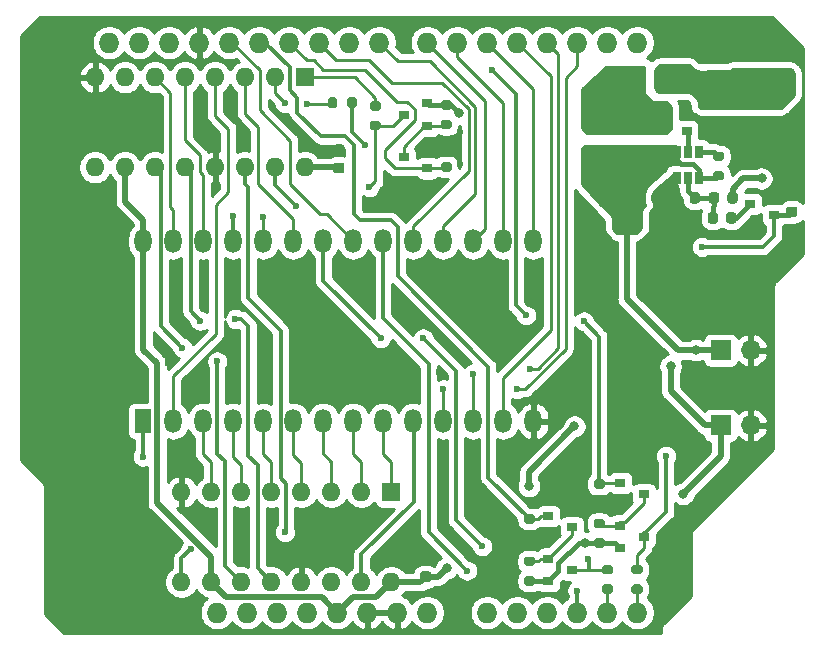
<source format=gbr>
%TF.GenerationSoftware,KiCad,Pcbnew,(5.1.9)-1*%
%TF.CreationDate,2023-04-19T23:26:57+02:00*%
%TF.ProjectId,w27c512_ardu_prog_K24DP6B78EA,77323763-3531-4325-9f61-7264755f7072,rev?*%
%TF.SameCoordinates,Original*%
%TF.FileFunction,Copper,L1,Top*%
%TF.FilePolarity,Positive*%
%FSLAX46Y46*%
G04 Gerber Fmt 4.6, Leading zero omitted, Abs format (unit mm)*
G04 Created by KiCad (PCBNEW (5.1.9)-1) date 2023-04-19 23:26:57*
%MOMM*%
%LPD*%
G01*
G04 APERTURE LIST*
%TA.AperFunction,ComponentPad*%
%ADD10O,1.727200X1.727200*%
%TD*%
%TA.AperFunction,ComponentPad*%
%ADD11O,1.440000X2.000000*%
%TD*%
%TA.AperFunction,ComponentPad*%
%ADD12R,1.440000X2.000000*%
%TD*%
%TA.AperFunction,SMDPad,CuDef*%
%ADD13R,0.650000X1.060000*%
%TD*%
%TA.AperFunction,ComponentPad*%
%ADD14O,1.600000X1.600000*%
%TD*%
%TA.AperFunction,ComponentPad*%
%ADD15R,1.600000X1.600000*%
%TD*%
%TA.AperFunction,SMDPad,CuDef*%
%ADD16R,0.900000X0.800000*%
%TD*%
%TA.AperFunction,SMDPad,CuDef*%
%ADD17R,5.700000X1.800000*%
%TD*%
%TA.AperFunction,ComponentPad*%
%ADD18O,1.700000X1.700000*%
%TD*%
%TA.AperFunction,ComponentPad*%
%ADD19R,1.700000X1.700000*%
%TD*%
%TA.AperFunction,SMDPad,CuDef*%
%ADD20R,2.500000X1.800000*%
%TD*%
%TA.AperFunction,ViaPad*%
%ADD21C,0.600000*%
%TD*%
%TA.AperFunction,ViaPad*%
%ADD22C,0.800000*%
%TD*%
%TA.AperFunction,Conductor*%
%ADD23C,0.400000*%
%TD*%
%TA.AperFunction,Conductor*%
%ADD24C,0.500000*%
%TD*%
%TA.AperFunction,Conductor*%
%ADD25C,0.250000*%
%TD*%
%TA.AperFunction,Conductor*%
%ADD26C,0.300000*%
%TD*%
%TA.AperFunction,Conductor*%
%ADD27C,0.254000*%
%TD*%
%TA.AperFunction,Conductor*%
%ADD28C,0.100000*%
%TD*%
G04 APERTURE END LIST*
D10*
%TO.P,XA1,A5*%
%TO.N,Net-(R1-Pad2)*%
X175820000Y-111110000D03*
%TO.P,XA1,A4*%
%TO.N,Net-(R3-Pad2)*%
X173280000Y-111110000D03*
%TO.P,XA1,A3*%
%TO.N,/\u005CCE*%
X170740000Y-111110000D03*
%TO.P,XA1,A2*%
%TO.N,Net-(U1-Pad11)*%
X168200000Y-111110000D03*
%TO.P,XA1,A1*%
%TO.N,Net-(U1-Pad12)*%
X165660000Y-111110000D03*
%TO.P,XA1,*%
%TO.N,*%
X140260000Y-111110000D03*
%TO.P,XA1,D11*%
%TO.N,Net-(Q8-Pad1)*%
X146356000Y-62850000D03*
%TO.P,XA1,D12*%
%TO.N,Net-(Q7-Pad1)*%
X143816000Y-62850000D03*
%TO.P,XA1,D13*%
%TO.N,Net-(XA1-PadD13)*%
X141276000Y-62850000D03*
%TO.P,XA1,AREF*%
%TO.N,Net-(XA1-PadAREF)*%
X136196000Y-62850000D03*
%TO.P,XA1,SDA*%
%TO.N,Net-(XA1-PadSDA)*%
X133656000Y-62850000D03*
%TO.P,XA1,SCL*%
%TO.N,Net-(XA1-PadSCL)*%
X131116000Y-62850000D03*
%TO.P,XA1,D10*%
%TO.N,/D7*%
X148896000Y-62850000D03*
%TO.P,XA1,D9*%
%TO.N,Net-(Q6-Pad1)*%
X151436000Y-62850000D03*
%TO.P,XA1,D8*%
%TO.N,/D6*%
X153976000Y-62850000D03*
%TO.P,XA1,GND1*%
%TO.N,GND*%
X138736000Y-62850000D03*
%TO.P,XA1,D7*%
%TO.N,/D5*%
X158040000Y-62850000D03*
%TO.P,XA1,D6*%
%TO.N,/D4*%
X160580000Y-62850000D03*
%TO.P,XA1,D5*%
%TO.N,/D3*%
X163120000Y-62850000D03*
%TO.P,XA1,D4*%
%TO.N,/D2*%
X165660000Y-62850000D03*
%TO.P,XA1,D3*%
%TO.N,/D1*%
X168200000Y-62850000D03*
%TO.P,XA1,D2*%
%TO.N,/D0*%
X170740000Y-62850000D03*
%TO.P,XA1,D1*%
%TO.N,Net-(XA1-PadD1)*%
X173280000Y-62850000D03*
%TO.P,XA1,D0*%
%TO.N,Net-(XA1-PadD0)*%
X175820000Y-62850000D03*
%TO.P,XA1,IORF*%
%TO.N,Net-(XA1-PadIORF)*%
X142800000Y-111110000D03*
%TO.P,XA1,RST1*%
%TO.N,Net-(XA1-PadRST1)*%
X145340000Y-111110000D03*
%TO.P,XA1,3V3*%
%TO.N,Net-(XA1-Pad3V3)*%
X147880000Y-111110000D03*
%TO.P,XA1,5V1*%
%TO.N,+5V*%
X150420000Y-111110000D03*
%TO.P,XA1,GND2*%
%TO.N,GND*%
X152960000Y-111110000D03*
%TO.P,XA1,GND3*%
X155500000Y-111110000D03*
%TO.P,XA1,VIN*%
%TO.N,Net-(XA1-PadVIN)*%
X158040000Y-111110000D03*
%TO.P,XA1,A0*%
%TO.N,Net-(U1-Pad14)*%
X163120000Y-111110000D03*
%TD*%
%TO.P,C2,2*%
%TO.N,GND*%
%TA.AperFunction,SMDPad,CuDef*%
G36*
G01*
X150800000Y-72375000D02*
X150300000Y-72375000D01*
G75*
G02*
X150075000Y-72150000I0J225000D01*
G01*
X150075000Y-71700000D01*
G75*
G02*
X150300000Y-71475000I225000J0D01*
G01*
X150800000Y-71475000D01*
G75*
G02*
X151025000Y-71700000I0J-225000D01*
G01*
X151025000Y-72150000D01*
G75*
G02*
X150800000Y-72375000I-225000J0D01*
G01*
G37*
%TD.AperFunction*%
%TO.P,C2,1*%
%TO.N,+5V*%
%TA.AperFunction,SMDPad,CuDef*%
G36*
G01*
X150800000Y-73925000D02*
X150300000Y-73925000D01*
G75*
G02*
X150075000Y-73700000I0J225000D01*
G01*
X150075000Y-73250000D01*
G75*
G02*
X150300000Y-73025000I225000J0D01*
G01*
X150800000Y-73025000D01*
G75*
G02*
X151025000Y-73250000I0J-225000D01*
G01*
X151025000Y-73700000D01*
G75*
G02*
X150800000Y-73925000I-225000J0D01*
G01*
G37*
%TD.AperFunction*%
%TD*%
D11*
%TO.P,XU1,15*%
%TO.N,/D3*%
X167020000Y-79660000D03*
%TO.P,XU1,14*%
%TO.N,GND*%
X167020000Y-94900000D03*
%TO.P,XU1,16*%
%TO.N,/D4*%
X164480000Y-79660000D03*
%TO.P,XU1,13*%
%TO.N,/D2*%
X164480000Y-94900000D03*
%TO.P,XU1,17*%
%TO.N,/D5*%
X161940000Y-79660000D03*
%TO.P,XU1,12*%
%TO.N,/D1*%
X161940000Y-94900000D03*
%TO.P,XU1,18*%
%TO.N,/D6*%
X159400000Y-79660000D03*
%TO.P,XU1,11*%
%TO.N,/D0*%
X159400000Y-94900000D03*
%TO.P,XU1,19*%
%TO.N,/D7*%
X156860000Y-79660000D03*
%TO.P,XU1,10*%
%TO.N,Net-(U1-Pad15)*%
X156860000Y-94900000D03*
%TO.P,XU1,20*%
%TO.N,/\u005CCE*%
X154320000Y-79660000D03*
%TO.P,XU1,9*%
%TO.N,Net-(U1-Pad1)*%
X154320000Y-94900000D03*
%TO.P,XU1,21*%
%TO.N,Net-(XA1-PadD13)*%
X151780000Y-79660000D03*
%TO.P,XU1,8*%
%TO.N,Net-(U1-Pad2)*%
X151780000Y-94900000D03*
%TO.P,XU1,22*%
%TO.N,/\u005COE*%
X149240000Y-79660000D03*
%TO.P,XU1,7*%
%TO.N,Net-(U1-Pad3)*%
X149240000Y-94900000D03*
%TO.P,XU1,23*%
%TO.N,Net-(U2-Pad3)*%
X146700000Y-79660000D03*
%TO.P,XU1,6*%
%TO.N,Net-(U1-Pad4)*%
X146700000Y-94900000D03*
%TO.P,XU1,24*%
%TO.N,Net-(Q5-Pad3)*%
X144160000Y-79660000D03*
%TO.P,XU1,5*%
%TO.N,Net-(U1-Pad5)*%
X144160000Y-94900000D03*
%TO.P,XU1,25*%
%TO.N,Net-(U2-Pad15)*%
X141620000Y-79660000D03*
%TO.P,XU1,4*%
%TO.N,Net-(U1-Pad6)*%
X141620000Y-94900000D03*
%TO.P,XU1,26*%
%TO.N,Net-(U2-Pad5)*%
X139080000Y-79660000D03*
%TO.P,XU1,3*%
%TO.N,Net-(U1-Pad7)*%
X139080000Y-94900000D03*
%TO.P,XU1,27*%
%TO.N,Net-(U2-Pad6)*%
X136540000Y-79660000D03*
%TO.P,XU1,2*%
%TO.N,Net-(U2-Pad4)*%
X136540000Y-94900000D03*
%TO.P,XU1,28*%
%TO.N,+5V*%
X134000000Y-79660000D03*
D12*
%TO.P,XU1,1*%
%TO.N,Net-(Q3-Pad3)*%
X134000000Y-94900000D03*
%TD*%
D13*
%TO.P,U3,5*%
%TO.N,Net-(Q1-Pad1)*%
X180100000Y-72100000D03*
%TO.P,U3,6*%
%TO.N,+5V*%
X179150000Y-72100000D03*
%TO.P,U3,4*%
%TO.N,Net-(R7-Pad1)*%
X181050000Y-72100000D03*
%TO.P,U3,3*%
%TO.N,+5V*%
X181050000Y-74300000D03*
%TO.P,U3,2*%
%TO.N,Net-(R10-Pad1)*%
X180100000Y-74300000D03*
%TO.P,U3,1*%
%TO.N,GND*%
X179150000Y-74300000D03*
%TD*%
D14*
%TO.P,U2,16*%
%TO.N,+5V*%
X147700000Y-73420000D03*
%TO.P,U2,8*%
%TO.N,GND*%
X129920000Y-65800000D03*
%TO.P,U2,15*%
%TO.N,Net-(U2-Pad15)*%
X145160000Y-73420000D03*
%TO.P,U2,7*%
%TO.N,Net-(U2-Pad7)*%
X132460000Y-65800000D03*
%TO.P,U2,14*%
%TO.N,Net-(U1-Pad9)*%
X142620000Y-73420000D03*
%TO.P,U2,6*%
%TO.N,Net-(U2-Pad6)*%
X135000000Y-65800000D03*
%TO.P,U2,13*%
%TO.N,GND*%
X140080000Y-73420000D03*
%TO.P,U2,5*%
%TO.N,Net-(U2-Pad5)*%
X137540000Y-65800000D03*
%TO.P,U2,12*%
%TO.N,Net-(U1-Pad12)*%
X137540000Y-73420000D03*
%TO.P,U2,4*%
%TO.N,Net-(U2-Pad4)*%
X140080000Y-65800000D03*
%TO.P,U2,11*%
%TO.N,Net-(U1-Pad11)*%
X135000000Y-73420000D03*
%TO.P,U2,3*%
%TO.N,Net-(U2-Pad3)*%
X142620000Y-65800000D03*
%TO.P,U2,10*%
%TO.N,+5V*%
X132460000Y-73420000D03*
%TO.P,U2,2*%
%TO.N,Net-(R12-Pad2)*%
X145160000Y-65800000D03*
%TO.P,U2,9*%
%TO.N,Net-(U2-Pad9)*%
X129920000Y-73420000D03*
D15*
%TO.P,U2,1*%
%TO.N,Net-(R2-Pad2)*%
X147700000Y-65800000D03*
%TD*%
D14*
%TO.P,U1,16*%
%TO.N,+5V*%
X155000000Y-108520000D03*
%TO.P,U1,8*%
%TO.N,GND*%
X137220000Y-100900000D03*
%TO.P,U1,15*%
%TO.N,Net-(U1-Pad15)*%
X152460000Y-108520000D03*
%TO.P,U1,7*%
%TO.N,Net-(U1-Pad7)*%
X139760000Y-100900000D03*
%TO.P,U1,14*%
%TO.N,Net-(U1-Pad14)*%
X149920000Y-108520000D03*
%TO.P,U1,6*%
%TO.N,Net-(U1-Pad6)*%
X142300000Y-100900000D03*
%TO.P,U1,13*%
%TO.N,GND*%
X147380000Y-108520000D03*
%TO.P,U1,5*%
%TO.N,Net-(U1-Pad5)*%
X144840000Y-100900000D03*
%TO.P,U1,12*%
%TO.N,Net-(U1-Pad12)*%
X144840000Y-108520000D03*
%TO.P,U1,4*%
%TO.N,Net-(U1-Pad4)*%
X147380000Y-100900000D03*
%TO.P,U1,11*%
%TO.N,Net-(U1-Pad11)*%
X142300000Y-108520000D03*
%TO.P,U1,3*%
%TO.N,Net-(U1-Pad3)*%
X149920000Y-100900000D03*
%TO.P,U1,10*%
%TO.N,+5V*%
X139760000Y-108520000D03*
%TO.P,U1,2*%
%TO.N,Net-(U1-Pad2)*%
X152460000Y-100900000D03*
%TO.P,U1,9*%
%TO.N,Net-(U1-Pad9)*%
X137220000Y-108520000D03*
D15*
%TO.P,U1,1*%
%TO.N,Net-(U1-Pad1)*%
X155000000Y-100900000D03*
%TD*%
%TO.P,R15,2*%
%TO.N,Net-(Q8-Pad1)*%
%TA.AperFunction,SMDPad,CuDef*%
G36*
G01*
X159375000Y-72975000D02*
X159925000Y-72975000D01*
G75*
G02*
X160125000Y-73175000I0J-200000D01*
G01*
X160125000Y-73575000D01*
G75*
G02*
X159925000Y-73775000I-200000J0D01*
G01*
X159375000Y-73775000D01*
G75*
G02*
X159175000Y-73575000I0J200000D01*
G01*
X159175000Y-73175000D01*
G75*
G02*
X159375000Y-72975000I200000J0D01*
G01*
G37*
%TD.AperFunction*%
%TO.P,R15,1*%
%TO.N,GND*%
%TA.AperFunction,SMDPad,CuDef*%
G36*
G01*
X159375000Y-71325000D02*
X159925000Y-71325000D01*
G75*
G02*
X160125000Y-71525000I0J-200000D01*
G01*
X160125000Y-71925000D01*
G75*
G02*
X159925000Y-72125000I-200000J0D01*
G01*
X159375000Y-72125000D01*
G75*
G02*
X159175000Y-71925000I0J200000D01*
G01*
X159175000Y-71525000D01*
G75*
G02*
X159375000Y-71325000I200000J0D01*
G01*
G37*
%TD.AperFunction*%
%TD*%
%TO.P,R14,2*%
%TO.N,Net-(Q7-Pad1)*%
%TA.AperFunction,SMDPad,CuDef*%
G36*
G01*
X166975000Y-103575000D02*
X166425000Y-103575000D01*
G75*
G02*
X166225000Y-103375000I0J200000D01*
G01*
X166225000Y-102975000D01*
G75*
G02*
X166425000Y-102775000I200000J0D01*
G01*
X166975000Y-102775000D01*
G75*
G02*
X167175000Y-102975000I0J-200000D01*
G01*
X167175000Y-103375000D01*
G75*
G02*
X166975000Y-103575000I-200000J0D01*
G01*
G37*
%TD.AperFunction*%
%TO.P,R14,1*%
%TO.N,GND*%
%TA.AperFunction,SMDPad,CuDef*%
G36*
G01*
X166975000Y-105225000D02*
X166425000Y-105225000D01*
G75*
G02*
X166225000Y-105025000I0J200000D01*
G01*
X166225000Y-104625000D01*
G75*
G02*
X166425000Y-104425000I200000J0D01*
G01*
X166975000Y-104425000D01*
G75*
G02*
X167175000Y-104625000I0J-200000D01*
G01*
X167175000Y-105025000D01*
G75*
G02*
X166975000Y-105225000I-200000J0D01*
G01*
G37*
%TD.AperFunction*%
%TD*%
%TO.P,R13,2*%
%TO.N,Net-(Q6-Pad1)*%
%TA.AperFunction,SMDPad,CuDef*%
G36*
G01*
X172875000Y-100625000D02*
X172325000Y-100625000D01*
G75*
G02*
X172125000Y-100425000I0J200000D01*
G01*
X172125000Y-100025000D01*
G75*
G02*
X172325000Y-99825000I200000J0D01*
G01*
X172875000Y-99825000D01*
G75*
G02*
X173075000Y-100025000I0J-200000D01*
G01*
X173075000Y-100425000D01*
G75*
G02*
X172875000Y-100625000I-200000J0D01*
G01*
G37*
%TD.AperFunction*%
%TO.P,R13,1*%
%TO.N,GND*%
%TA.AperFunction,SMDPad,CuDef*%
G36*
G01*
X172875000Y-102275000D02*
X172325000Y-102275000D01*
G75*
G02*
X172125000Y-102075000I0J200000D01*
G01*
X172125000Y-101675000D01*
G75*
G02*
X172325000Y-101475000I200000J0D01*
G01*
X172875000Y-101475000D01*
G75*
G02*
X173075000Y-101675000I0J-200000D01*
G01*
X173075000Y-102075000D01*
G75*
G02*
X172875000Y-102275000I-200000J0D01*
G01*
G37*
%TD.AperFunction*%
%TD*%
%TO.P,R12,2*%
%TO.N,Net-(R12-Pad2)*%
%TA.AperFunction,SMDPad,CuDef*%
G36*
G01*
X150425000Y-67675000D02*
X150425000Y-68225000D01*
G75*
G02*
X150225000Y-68425000I-200000J0D01*
G01*
X149825000Y-68425000D01*
G75*
G02*
X149625000Y-68225000I0J200000D01*
G01*
X149625000Y-67675000D01*
G75*
G02*
X149825000Y-67475000I200000J0D01*
G01*
X150225000Y-67475000D01*
G75*
G02*
X150425000Y-67675000I0J-200000D01*
G01*
G37*
%TD.AperFunction*%
%TO.P,R12,1*%
%TO.N,/FB14EN*%
%TA.AperFunction,SMDPad,CuDef*%
G36*
G01*
X152075000Y-67675000D02*
X152075000Y-68225000D01*
G75*
G02*
X151875000Y-68425000I-200000J0D01*
G01*
X151475000Y-68425000D01*
G75*
G02*
X151275000Y-68225000I0J200000D01*
G01*
X151275000Y-67675000D01*
G75*
G02*
X151475000Y-67475000I200000J0D01*
G01*
X151875000Y-67475000D01*
G75*
G02*
X152075000Y-67675000I0J-200000D01*
G01*
G37*
%TD.AperFunction*%
%TD*%
%TO.P,R11,2*%
%TO.N,GND*%
%TA.AperFunction,SMDPad,CuDef*%
G36*
G01*
X189156250Y-76050000D02*
X188643750Y-76050000D01*
G75*
G02*
X188425000Y-75831250I0J218750D01*
G01*
X188425000Y-75393750D01*
G75*
G02*
X188643750Y-75175000I218750J0D01*
G01*
X189156250Y-75175000D01*
G75*
G02*
X189375000Y-75393750I0J-218750D01*
G01*
X189375000Y-75831250D01*
G75*
G02*
X189156250Y-76050000I-218750J0D01*
G01*
G37*
%TD.AperFunction*%
%TO.P,R11,1*%
%TO.N,/FB14EN*%
%TA.AperFunction,SMDPad,CuDef*%
G36*
G01*
X189156250Y-77625000D02*
X188643750Y-77625000D01*
G75*
G02*
X188425000Y-77406250I0J218750D01*
G01*
X188425000Y-76968750D01*
G75*
G02*
X188643750Y-76750000I218750J0D01*
G01*
X189156250Y-76750000D01*
G75*
G02*
X189375000Y-76968750I0J-218750D01*
G01*
X189375000Y-77406250D01*
G75*
G02*
X189156250Y-77625000I-218750J0D01*
G01*
G37*
%TD.AperFunction*%
%TD*%
%TO.P,R10,2*%
%TO.N,GND*%
%TA.AperFunction,SMDPad,CuDef*%
G36*
G01*
X179550000Y-75743750D02*
X179550000Y-76256250D01*
G75*
G02*
X179331250Y-76475000I-218750J0D01*
G01*
X178893750Y-76475000D01*
G75*
G02*
X178675000Y-76256250I0J218750D01*
G01*
X178675000Y-75743750D01*
G75*
G02*
X178893750Y-75525000I218750J0D01*
G01*
X179331250Y-75525000D01*
G75*
G02*
X179550000Y-75743750I0J-218750D01*
G01*
G37*
%TD.AperFunction*%
%TO.P,R10,1*%
%TO.N,Net-(R10-Pad1)*%
%TA.AperFunction,SMDPad,CuDef*%
G36*
G01*
X181125000Y-75743750D02*
X181125000Y-76256250D01*
G75*
G02*
X180906250Y-76475000I-218750J0D01*
G01*
X180468750Y-76475000D01*
G75*
G02*
X180250000Y-76256250I0J218750D01*
G01*
X180250000Y-75743750D01*
G75*
G02*
X180468750Y-75525000I218750J0D01*
G01*
X180906250Y-75525000D01*
G75*
G02*
X181125000Y-75743750I0J-218750D01*
G01*
G37*
%TD.AperFunction*%
%TD*%
%TO.P,R9,2*%
%TO.N,+12V*%
%TA.AperFunction,SMDPad,CuDef*%
G36*
G01*
X159925000Y-68525000D02*
X159375000Y-68525000D01*
G75*
G02*
X159175000Y-68325000I0J200000D01*
G01*
X159175000Y-67925000D01*
G75*
G02*
X159375000Y-67725000I200000J0D01*
G01*
X159925000Y-67725000D01*
G75*
G02*
X160125000Y-67925000I0J-200000D01*
G01*
X160125000Y-68325000D01*
G75*
G02*
X159925000Y-68525000I-200000J0D01*
G01*
G37*
%TD.AperFunction*%
%TO.P,R9,1*%
%TO.N,Net-(Q5-Pad1)*%
%TA.AperFunction,SMDPad,CuDef*%
G36*
G01*
X159925000Y-70175000D02*
X159375000Y-70175000D01*
G75*
G02*
X159175000Y-69975000I0J200000D01*
G01*
X159175000Y-69575000D01*
G75*
G02*
X159375000Y-69375000I200000J0D01*
G01*
X159925000Y-69375000D01*
G75*
G02*
X160125000Y-69575000I0J-200000D01*
G01*
X160125000Y-69975000D01*
G75*
G02*
X159925000Y-70175000I-200000J0D01*
G01*
G37*
%TD.AperFunction*%
%TD*%
%TO.P,R8,2*%
%TO.N,+12V*%
%TA.AperFunction,SMDPad,CuDef*%
G36*
G01*
X166425000Y-108025000D02*
X166975000Y-108025000D01*
G75*
G02*
X167175000Y-108225000I0J-200000D01*
G01*
X167175000Y-108625000D01*
G75*
G02*
X166975000Y-108825000I-200000J0D01*
G01*
X166425000Y-108825000D01*
G75*
G02*
X166225000Y-108625000I0J200000D01*
G01*
X166225000Y-108225000D01*
G75*
G02*
X166425000Y-108025000I200000J0D01*
G01*
G37*
%TD.AperFunction*%
%TO.P,R8,1*%
%TO.N,Net-(Q4-Pad1)*%
%TA.AperFunction,SMDPad,CuDef*%
G36*
G01*
X166425000Y-106375000D02*
X166975000Y-106375000D01*
G75*
G02*
X167175000Y-106575000I0J-200000D01*
G01*
X167175000Y-106975000D01*
G75*
G02*
X166975000Y-107175000I-200000J0D01*
G01*
X166425000Y-107175000D01*
G75*
G02*
X166225000Y-106975000I0J200000D01*
G01*
X166225000Y-106575000D01*
G75*
G02*
X166425000Y-106375000I200000J0D01*
G01*
G37*
%TD.AperFunction*%
%TD*%
%TO.P,R7,2*%
%TO.N,+5V*%
%TA.AperFunction,SMDPad,CuDef*%
G36*
G01*
X182425000Y-73725000D02*
X182975000Y-73725000D01*
G75*
G02*
X183175000Y-73925000I0J-200000D01*
G01*
X183175000Y-74325000D01*
G75*
G02*
X182975000Y-74525000I-200000J0D01*
G01*
X182425000Y-74525000D01*
G75*
G02*
X182225000Y-74325000I0J200000D01*
G01*
X182225000Y-73925000D01*
G75*
G02*
X182425000Y-73725000I200000J0D01*
G01*
G37*
%TD.AperFunction*%
%TO.P,R7,1*%
%TO.N,Net-(R7-Pad1)*%
%TA.AperFunction,SMDPad,CuDef*%
G36*
G01*
X182425000Y-72075000D02*
X182975000Y-72075000D01*
G75*
G02*
X183175000Y-72275000I0J-200000D01*
G01*
X183175000Y-72675000D01*
G75*
G02*
X182975000Y-72875000I-200000J0D01*
G01*
X182425000Y-72875000D01*
G75*
G02*
X182225000Y-72675000I0J200000D01*
G01*
X182225000Y-72275000D01*
G75*
G02*
X182425000Y-72075000I200000J0D01*
G01*
G37*
%TD.AperFunction*%
%TD*%
%TO.P,R6,2*%
%TO.N,+12V*%
%TA.AperFunction,SMDPad,CuDef*%
G36*
G01*
X172325000Y-104825000D02*
X172875000Y-104825000D01*
G75*
G02*
X173075000Y-105025000I0J-200000D01*
G01*
X173075000Y-105425000D01*
G75*
G02*
X172875000Y-105625000I-200000J0D01*
G01*
X172325000Y-105625000D01*
G75*
G02*
X172125000Y-105425000I0J200000D01*
G01*
X172125000Y-105025000D01*
G75*
G02*
X172325000Y-104825000I200000J0D01*
G01*
G37*
%TD.AperFunction*%
%TO.P,R6,1*%
%TO.N,Net-(Q3-Pad1)*%
%TA.AperFunction,SMDPad,CuDef*%
G36*
G01*
X172325000Y-103175000D02*
X172875000Y-103175000D01*
G75*
G02*
X173075000Y-103375000I0J-200000D01*
G01*
X173075000Y-103775000D01*
G75*
G02*
X172875000Y-103975000I-200000J0D01*
G01*
X172325000Y-103975000D01*
G75*
G02*
X172125000Y-103775000I0J200000D01*
G01*
X172125000Y-103375000D01*
G75*
G02*
X172325000Y-103175000I200000J0D01*
G01*
G37*
%TD.AperFunction*%
%TD*%
%TO.P,R5,2*%
%TO.N,Net-(Q2-Pad3)*%
%TA.AperFunction,SMDPad,CuDef*%
G36*
G01*
X183350000Y-77956250D02*
X183350000Y-77443750D01*
G75*
G02*
X183568750Y-77225000I218750J0D01*
G01*
X184006250Y-77225000D01*
G75*
G02*
X184225000Y-77443750I0J-218750D01*
G01*
X184225000Y-77956250D01*
G75*
G02*
X184006250Y-78175000I-218750J0D01*
G01*
X183568750Y-78175000D01*
G75*
G02*
X183350000Y-77956250I0J218750D01*
G01*
G37*
%TD.AperFunction*%
%TO.P,R5,1*%
%TO.N,Net-(R10-Pad1)*%
%TA.AperFunction,SMDPad,CuDef*%
G36*
G01*
X181775000Y-77956250D02*
X181775000Y-77443750D01*
G75*
G02*
X181993750Y-77225000I218750J0D01*
G01*
X182431250Y-77225000D01*
G75*
G02*
X182650000Y-77443750I0J-218750D01*
G01*
X182650000Y-77956250D01*
G75*
G02*
X182431250Y-78175000I-218750J0D01*
G01*
X181993750Y-78175000D01*
G75*
G02*
X181775000Y-77956250I0J218750D01*
G01*
G37*
%TD.AperFunction*%
%TD*%
%TO.P,R4,2*%
%TO.N,Net-(R10-Pad1)*%
%TA.AperFunction,SMDPad,CuDef*%
G36*
G01*
X182750000Y-75743750D02*
X182750000Y-76256250D01*
G75*
G02*
X182531250Y-76475000I-218750J0D01*
G01*
X182093750Y-76475000D01*
G75*
G02*
X181875000Y-76256250I0J218750D01*
G01*
X181875000Y-75743750D01*
G75*
G02*
X182093750Y-75525000I218750J0D01*
G01*
X182531250Y-75525000D01*
G75*
G02*
X182750000Y-75743750I0J-218750D01*
G01*
G37*
%TD.AperFunction*%
%TO.P,R4,1*%
%TO.N,+12V*%
%TA.AperFunction,SMDPad,CuDef*%
G36*
G01*
X184325000Y-75743750D02*
X184325000Y-76256250D01*
G75*
G02*
X184106250Y-76475000I-218750J0D01*
G01*
X183668750Y-76475000D01*
G75*
G02*
X183450000Y-76256250I0J218750D01*
G01*
X183450000Y-75743750D01*
G75*
G02*
X183668750Y-75525000I218750J0D01*
G01*
X184106250Y-75525000D01*
G75*
G02*
X184325000Y-75743750I0J-218750D01*
G01*
G37*
%TD.AperFunction*%
%TD*%
%TO.P,R3,2*%
%TO.N,Net-(R3-Pad2)*%
%TA.AperFunction,SMDPad,CuDef*%
G36*
G01*
X173025000Y-108725000D02*
X173575000Y-108725000D01*
G75*
G02*
X173775000Y-108925000I0J-200000D01*
G01*
X173775000Y-109325000D01*
G75*
G02*
X173575000Y-109525000I-200000J0D01*
G01*
X173025000Y-109525000D01*
G75*
G02*
X172825000Y-109325000I0J200000D01*
G01*
X172825000Y-108925000D01*
G75*
G02*
X173025000Y-108725000I200000J0D01*
G01*
G37*
%TD.AperFunction*%
%TO.P,R3,1*%
%TO.N,/\u005COE*%
%TA.AperFunction,SMDPad,CuDef*%
G36*
G01*
X173025000Y-107075000D02*
X173575000Y-107075000D01*
G75*
G02*
X173775000Y-107275000I0J-200000D01*
G01*
X173775000Y-107675000D01*
G75*
G02*
X173575000Y-107875000I-200000J0D01*
G01*
X173025000Y-107875000D01*
G75*
G02*
X172825000Y-107675000I0J200000D01*
G01*
X172825000Y-107275000D01*
G75*
G02*
X173025000Y-107075000I200000J0D01*
G01*
G37*
%TD.AperFunction*%
%TD*%
%TO.P,R2,2*%
%TO.N,Net-(R2-Pad2)*%
%TA.AperFunction,SMDPad,CuDef*%
G36*
G01*
X153925000Y-68625000D02*
X153375000Y-68625000D01*
G75*
G02*
X153175000Y-68425000I0J200000D01*
G01*
X153175000Y-68025000D01*
G75*
G02*
X153375000Y-67825000I200000J0D01*
G01*
X153925000Y-67825000D01*
G75*
G02*
X154125000Y-68025000I0J-200000D01*
G01*
X154125000Y-68425000D01*
G75*
G02*
X153925000Y-68625000I-200000J0D01*
G01*
G37*
%TD.AperFunction*%
%TO.P,R2,1*%
%TO.N,Net-(Q5-Pad3)*%
%TA.AperFunction,SMDPad,CuDef*%
G36*
G01*
X153925000Y-70275000D02*
X153375000Y-70275000D01*
G75*
G02*
X153175000Y-70075000I0J200000D01*
G01*
X153175000Y-69675000D01*
G75*
G02*
X153375000Y-69475000I200000J0D01*
G01*
X153925000Y-69475000D01*
G75*
G02*
X154125000Y-69675000I0J-200000D01*
G01*
X154125000Y-70075000D01*
G75*
G02*
X153925000Y-70275000I-200000J0D01*
G01*
G37*
%TD.AperFunction*%
%TD*%
%TO.P,R1,2*%
%TO.N,Net-(R1-Pad2)*%
%TA.AperFunction,SMDPad,CuDef*%
G36*
G01*
X175525000Y-108725000D02*
X176075000Y-108725000D01*
G75*
G02*
X176275000Y-108925000I0J-200000D01*
G01*
X176275000Y-109325000D01*
G75*
G02*
X176075000Y-109525000I-200000J0D01*
G01*
X175525000Y-109525000D01*
G75*
G02*
X175325000Y-109325000I0J200000D01*
G01*
X175325000Y-108925000D01*
G75*
G02*
X175525000Y-108725000I200000J0D01*
G01*
G37*
%TD.AperFunction*%
%TO.P,R1,1*%
%TO.N,Net-(Q3-Pad3)*%
%TA.AperFunction,SMDPad,CuDef*%
G36*
G01*
X175525000Y-107075000D02*
X176075000Y-107075000D01*
G75*
G02*
X176275000Y-107275000I0J-200000D01*
G01*
X176275000Y-107675000D01*
G75*
G02*
X176075000Y-107875000I-200000J0D01*
G01*
X175525000Y-107875000D01*
G75*
G02*
X175325000Y-107675000I0J200000D01*
G01*
X175325000Y-107275000D01*
G75*
G02*
X175525000Y-107075000I200000J0D01*
G01*
G37*
%TD.AperFunction*%
%TD*%
D16*
%TO.P,Q8,3*%
%TO.N,Net-(Q5-Pad1)*%
X156050000Y-72550000D03*
%TO.P,Q8,2*%
%TO.N,GND*%
X158050000Y-71600000D03*
%TO.P,Q8,1*%
%TO.N,Net-(Q8-Pad1)*%
X158050000Y-73500000D03*
%TD*%
%TO.P,Q7,3*%
%TO.N,Net-(Q4-Pad1)*%
X170300000Y-103900000D03*
%TO.P,Q7,2*%
%TO.N,GND*%
X168300000Y-104850000D03*
%TO.P,Q7,1*%
%TO.N,Net-(Q7-Pad1)*%
X168300000Y-102950000D03*
%TD*%
%TO.P,Q6,3*%
%TO.N,Net-(Q3-Pad1)*%
X176400000Y-101100000D03*
%TO.P,Q6,2*%
%TO.N,GND*%
X174400000Y-102050000D03*
%TO.P,Q6,1*%
%TO.N,Net-(Q6-Pad1)*%
X174400000Y-100150000D03*
%TD*%
%TO.P,Q5,3*%
%TO.N,Net-(Q5-Pad3)*%
X156050000Y-68950000D03*
%TO.P,Q5,2*%
%TO.N,+12V*%
X158050000Y-68000000D03*
%TO.P,Q5,1*%
%TO.N,Net-(Q5-Pad1)*%
X158050000Y-69900000D03*
%TD*%
%TO.P,Q4,3*%
%TO.N,/\u005COE*%
X170300000Y-107500000D03*
%TO.P,Q4,2*%
%TO.N,+12V*%
X168300000Y-108450000D03*
%TO.P,Q4,1*%
%TO.N,Net-(Q4-Pad1)*%
X168300000Y-106550000D03*
%TD*%
%TO.P,Q3,3*%
%TO.N,Net-(Q3-Pad3)*%
X176400000Y-104700000D03*
%TO.P,Q3,2*%
%TO.N,+12V*%
X174400000Y-105650000D03*
%TO.P,Q3,1*%
%TO.N,Net-(Q3-Pad1)*%
X174400000Y-103750000D03*
%TD*%
%TO.P,Q2,3*%
%TO.N,Net-(Q2-Pad3)*%
X185400000Y-76500000D03*
%TO.P,Q2,2*%
%TO.N,GND*%
X187400000Y-75550000D03*
%TO.P,Q2,1*%
%TO.N,/FB14EN*%
X187400000Y-77450000D03*
%TD*%
%TO.P,Q1,3*%
%TO.N,Net-(D1-Pad2)*%
X178000000Y-69400000D03*
%TO.P,Q1,2*%
%TO.N,GND*%
X180000000Y-68450000D03*
%TO.P,Q1,1*%
%TO.N,Net-(Q1-Pad1)*%
X180000000Y-70350000D03*
%TD*%
D17*
%TO.P,L1,2*%
%TO.N,Net-(D1-Pad2)*%
X174200000Y-69100000D03*
%TO.P,L1,1*%
%TO.N,+5V*%
X174200000Y-73700000D03*
%TD*%
D18*
%TO.P,J2,2*%
%TO.N,GND*%
X185420000Y-95250000D03*
D19*
%TO.P,J2,1*%
%TO.N,+12V*%
X182880000Y-95250000D03*
%TD*%
D18*
%TO.P,J1,2*%
%TO.N,GND*%
X185420000Y-88900000D03*
D19*
%TO.P,J1,1*%
%TO.N,+5V*%
X182880000Y-88900000D03*
%TD*%
D20*
%TO.P,D1,2*%
%TO.N,Net-(D1-Pad2)*%
X174800000Y-65800000D03*
%TO.P,D1,1*%
%TO.N,+12V*%
X178800000Y-65800000D03*
%TD*%
%TO.P,C9,2*%
%TO.N,GND*%
%TA.AperFunction,SMDPad,CuDef*%
G36*
G01*
X186575000Y-71475000D02*
X188625000Y-71475000D01*
G75*
G02*
X188875000Y-71725000I0J-250000D01*
G01*
X188875000Y-73300000D01*
G75*
G02*
X188625000Y-73550000I-250000J0D01*
G01*
X186575000Y-73550000D01*
G75*
G02*
X186325000Y-73300000I0J250000D01*
G01*
X186325000Y-71725000D01*
G75*
G02*
X186575000Y-71475000I250000J0D01*
G01*
G37*
%TD.AperFunction*%
%TO.P,C9,1*%
%TO.N,+12V*%
%TA.AperFunction,SMDPad,CuDef*%
G36*
G01*
X186575000Y-65250000D02*
X188625000Y-65250000D01*
G75*
G02*
X188875000Y-65500000I0J-250000D01*
G01*
X188875000Y-67075000D01*
G75*
G02*
X188625000Y-67325000I-250000J0D01*
G01*
X186575000Y-67325000D01*
G75*
G02*
X186325000Y-67075000I0J250000D01*
G01*
X186325000Y-65500000D01*
G75*
G02*
X186575000Y-65250000I250000J0D01*
G01*
G37*
%TD.AperFunction*%
%TD*%
%TO.P,C8,2*%
%TO.N,+12V*%
%TA.AperFunction,SMDPad,CuDef*%
G36*
G01*
X182275000Y-68250000D02*
X181325000Y-68250000D01*
G75*
G02*
X181075000Y-68000000I0J250000D01*
G01*
X181075000Y-67500000D01*
G75*
G02*
X181325000Y-67250000I250000J0D01*
G01*
X182275000Y-67250000D01*
G75*
G02*
X182525000Y-67500000I0J-250000D01*
G01*
X182525000Y-68000000D01*
G75*
G02*
X182275000Y-68250000I-250000J0D01*
G01*
G37*
%TD.AperFunction*%
%TO.P,C8,1*%
%TO.N,GND*%
%TA.AperFunction,SMDPad,CuDef*%
G36*
G01*
X182275000Y-70150000D02*
X181325000Y-70150000D01*
G75*
G02*
X181075000Y-69900000I0J250000D01*
G01*
X181075000Y-69400000D01*
G75*
G02*
X181325000Y-69150000I250000J0D01*
G01*
X182275000Y-69150000D01*
G75*
G02*
X182525000Y-69400000I0J-250000D01*
G01*
X182525000Y-69900000D01*
G75*
G02*
X182275000Y-70150000I-250000J0D01*
G01*
G37*
%TD.AperFunction*%
%TD*%
%TO.P,C7,2*%
%TO.N,+12V*%
%TA.AperFunction,SMDPad,CuDef*%
G36*
G01*
X184375000Y-68250000D02*
X183425000Y-68250000D01*
G75*
G02*
X183175000Y-68000000I0J250000D01*
G01*
X183175000Y-67500000D01*
G75*
G02*
X183425000Y-67250000I250000J0D01*
G01*
X184375000Y-67250000D01*
G75*
G02*
X184625000Y-67500000I0J-250000D01*
G01*
X184625000Y-68000000D01*
G75*
G02*
X184375000Y-68250000I-250000J0D01*
G01*
G37*
%TD.AperFunction*%
%TO.P,C7,1*%
%TO.N,GND*%
%TA.AperFunction,SMDPad,CuDef*%
G36*
G01*
X184375000Y-70150000D02*
X183425000Y-70150000D01*
G75*
G02*
X183175000Y-69900000I0J250000D01*
G01*
X183175000Y-69400000D01*
G75*
G02*
X183425000Y-69150000I250000J0D01*
G01*
X184375000Y-69150000D01*
G75*
G02*
X184625000Y-69400000I0J-250000D01*
G01*
X184625000Y-69900000D01*
G75*
G02*
X184375000Y-70150000I-250000J0D01*
G01*
G37*
%TD.AperFunction*%
%TD*%
%TO.P,C6,2*%
%TO.N,+12V*%
%TA.AperFunction,SMDPad,CuDef*%
G36*
G01*
X181150000Y-65325000D02*
X181650000Y-65325000D01*
G75*
G02*
X181875000Y-65550000I0J-225000D01*
G01*
X181875000Y-66000000D01*
G75*
G02*
X181650000Y-66225000I-225000J0D01*
G01*
X181150000Y-66225000D01*
G75*
G02*
X180925000Y-66000000I0J225000D01*
G01*
X180925000Y-65550000D01*
G75*
G02*
X181150000Y-65325000I225000J0D01*
G01*
G37*
%TD.AperFunction*%
%TO.P,C6,1*%
%TO.N,GND*%
%TA.AperFunction,SMDPad,CuDef*%
G36*
G01*
X181150000Y-63775000D02*
X181650000Y-63775000D01*
G75*
G02*
X181875000Y-64000000I0J-225000D01*
G01*
X181875000Y-64450000D01*
G75*
G02*
X181650000Y-64675000I-225000J0D01*
G01*
X181150000Y-64675000D01*
G75*
G02*
X180925000Y-64450000I0J225000D01*
G01*
X180925000Y-64000000D01*
G75*
G02*
X181150000Y-63775000I225000J0D01*
G01*
G37*
%TD.AperFunction*%
%TD*%
%TO.P,C5,2*%
%TO.N,GND*%
%TA.AperFunction,SMDPad,CuDef*%
G36*
G01*
X177025000Y-76250000D02*
X177025000Y-75750000D01*
G75*
G02*
X177250000Y-75525000I225000J0D01*
G01*
X177700000Y-75525000D01*
G75*
G02*
X177925000Y-75750000I0J-225000D01*
G01*
X177925000Y-76250000D01*
G75*
G02*
X177700000Y-76475000I-225000J0D01*
G01*
X177250000Y-76475000D01*
G75*
G02*
X177025000Y-76250000I0J225000D01*
G01*
G37*
%TD.AperFunction*%
%TO.P,C5,1*%
%TO.N,+5V*%
%TA.AperFunction,SMDPad,CuDef*%
G36*
G01*
X175475000Y-76250000D02*
X175475000Y-75750000D01*
G75*
G02*
X175700000Y-75525000I225000J0D01*
G01*
X176150000Y-75525000D01*
G75*
G02*
X176375000Y-75750000I0J-225000D01*
G01*
X176375000Y-76250000D01*
G75*
G02*
X176150000Y-76475000I-225000J0D01*
G01*
X175700000Y-76475000D01*
G75*
G02*
X175475000Y-76250000I0J225000D01*
G01*
G37*
%TD.AperFunction*%
%TD*%
%TO.P,C4,2*%
%TO.N,GND*%
%TA.AperFunction,SMDPad,CuDef*%
G36*
G01*
X176950000Y-78275000D02*
X176950000Y-77325000D01*
G75*
G02*
X177200000Y-77075000I250000J0D01*
G01*
X177700000Y-77075000D01*
G75*
G02*
X177950000Y-77325000I0J-250000D01*
G01*
X177950000Y-78275000D01*
G75*
G02*
X177700000Y-78525000I-250000J0D01*
G01*
X177200000Y-78525000D01*
G75*
G02*
X176950000Y-78275000I0J250000D01*
G01*
G37*
%TD.AperFunction*%
%TO.P,C4,1*%
%TO.N,+5V*%
%TA.AperFunction,SMDPad,CuDef*%
G36*
G01*
X175050000Y-78275000D02*
X175050000Y-77325000D01*
G75*
G02*
X175300000Y-77075000I250000J0D01*
G01*
X175800000Y-77075000D01*
G75*
G02*
X176050000Y-77325000I0J-250000D01*
G01*
X176050000Y-78275000D01*
G75*
G02*
X175800000Y-78525000I-250000J0D01*
G01*
X175300000Y-78525000D01*
G75*
G02*
X175050000Y-78275000I0J250000D01*
G01*
G37*
%TD.AperFunction*%
%TD*%
%TO.P,C3,2*%
%TO.N,GND*%
%TA.AperFunction,SMDPad,CuDef*%
G36*
G01*
X158150000Y-106975000D02*
X157650000Y-106975000D01*
G75*
G02*
X157425000Y-106750000I0J225000D01*
G01*
X157425000Y-106300000D01*
G75*
G02*
X157650000Y-106075000I225000J0D01*
G01*
X158150000Y-106075000D01*
G75*
G02*
X158375000Y-106300000I0J-225000D01*
G01*
X158375000Y-106750000D01*
G75*
G02*
X158150000Y-106975000I-225000J0D01*
G01*
G37*
%TD.AperFunction*%
%TO.P,C3,1*%
%TO.N,+5V*%
%TA.AperFunction,SMDPad,CuDef*%
G36*
G01*
X158150000Y-108525000D02*
X157650000Y-108525000D01*
G75*
G02*
X157425000Y-108300000I0J225000D01*
G01*
X157425000Y-107850000D01*
G75*
G02*
X157650000Y-107625000I225000J0D01*
G01*
X158150000Y-107625000D01*
G75*
G02*
X158375000Y-107850000I0J-225000D01*
G01*
X158375000Y-108300000D01*
G75*
G02*
X158150000Y-108525000I-225000J0D01*
G01*
G37*
%TD.AperFunction*%
%TD*%
D21*
%TO.N,GND*%
X156950000Y-103750000D03*
X157200000Y-105250000D03*
X155650000Y-104800000D03*
X153900000Y-102900000D03*
X152050000Y-104400000D03*
X147350000Y-102900000D03*
X148450000Y-104700000D03*
X150400000Y-103150000D03*
X144850000Y-102850000D03*
X139700000Y-102950000D03*
X142500000Y-102950000D03*
X142400000Y-106200000D03*
X137800000Y-96600000D03*
X136350000Y-99200000D03*
X136400000Y-105200000D03*
X133700000Y-99700000D03*
X138500000Y-110150000D03*
X160550000Y-111100000D03*
X165150000Y-104900000D03*
X164150000Y-103400000D03*
X162000000Y-101000000D03*
X161800000Y-99400000D03*
X159300000Y-100250000D03*
X165600000Y-96700000D03*
X169050000Y-94350000D03*
X168300000Y-92700000D03*
X171200000Y-88450000D03*
X170400000Y-91000000D03*
X171050000Y-92850000D03*
X168850000Y-100100000D03*
X170000000Y-101500000D03*
X176500000Y-99400000D03*
X171300000Y-96750000D03*
X174550000Y-96550000D03*
X176800000Y-96600000D03*
X179150000Y-95250000D03*
X181000000Y-98000000D03*
X176050000Y-92750000D03*
X174400000Y-90500000D03*
X176600000Y-88750000D03*
X174050000Y-86050000D03*
X172150000Y-82300000D03*
X172300000Y-80400000D03*
X149250000Y-71900000D03*
X146850000Y-70150000D03*
X141350000Y-67850000D03*
X142400000Y-70900000D03*
X138750000Y-67600000D03*
X139400000Y-70700000D03*
X133900000Y-68300000D03*
X133800000Y-70900000D03*
X130550000Y-68150000D03*
X130600000Y-71000000D03*
X136450000Y-82450000D03*
X136950000Y-86100000D03*
X139000000Y-82300000D03*
X141700000Y-82850000D03*
X144200000Y-88150000D03*
X141700000Y-88200000D03*
X141650000Y-91350000D03*
X138600000Y-91900000D03*
X136050000Y-89950000D03*
X147500000Y-91600000D03*
X144350000Y-83450000D03*
X147100000Y-82850000D03*
X148150000Y-87600000D03*
X151150000Y-91350000D03*
X156050000Y-91600000D03*
X151200000Y-87550000D03*
X150900000Y-82100000D03*
X152000000Y-82150000D03*
X152800000Y-85150000D03*
X155850000Y-85350000D03*
X160850000Y-89250000D03*
X159050000Y-90700000D03*
X157250000Y-82450000D03*
X160600000Y-82850000D03*
X164000000Y-82550000D03*
X160600000Y-85250000D03*
X163350000Y-88000000D03*
X164650000Y-89000000D03*
X167250000Y-82300000D03*
X167300000Y-84300000D03*
X155000000Y-75200000D03*
X156300000Y-77000000D03*
X160850000Y-70450000D03*
X160850000Y-73150000D03*
X183250000Y-81850000D03*
X177650000Y-84100000D03*
X179500000Y-77450000D03*
X181500000Y-70750000D03*
X182250000Y-70800000D03*
X183550000Y-70800000D03*
X184350000Y-70950000D03*
X187850000Y-74250000D03*
X189100000Y-74150000D03*
X180550000Y-62750000D03*
X181600000Y-62750000D03*
X184950000Y-72700000D03*
X184350000Y-72000000D03*
X187500000Y-70100000D03*
X188550000Y-70100000D03*
X187700000Y-69350000D03*
X188500000Y-69250000D03*
X161500000Y-105950000D03*
X159350000Y-96750000D03*
X161700000Y-96900000D03*
X128600000Y-79200000D03*
X128650000Y-79950000D03*
X155900000Y-62750000D03*
X171600000Y-102000000D03*
X171350000Y-101150000D03*
X179450000Y-99650000D03*
X179300000Y-102650000D03*
X181900000Y-101000000D03*
X184450000Y-97950000D03*
X178400000Y-104700000D03*
X177600000Y-106650000D03*
X178050000Y-109600000D03*
X132050000Y-83250000D03*
X131900000Y-88000000D03*
X132450000Y-90400000D03*
X130950000Y-75800000D03*
X128250000Y-68450000D03*
X127950000Y-72950000D03*
X128100000Y-74500000D03*
X135400000Y-108000000D03*
X134200000Y-103350000D03*
X132100000Y-94600000D03*
X185500000Y-92050000D03*
X181800000Y-92550000D03*
X185850000Y-86100000D03*
X186500000Y-82900000D03*
X188250000Y-80750000D03*
X188950000Y-79250000D03*
X170950000Y-76500000D03*
X132350000Y-64100000D03*
X178800000Y-78200000D03*
X180350000Y-77450000D03*
X178700000Y-77050000D03*
X185050000Y-78900000D03*
X181150000Y-78900000D03*
X179550000Y-81250000D03*
X176300000Y-80950000D03*
D22*
%TO.N,+5V*%
X180800000Y-88900000D03*
X170500000Y-95350000D03*
X166650000Y-100400000D03*
X159700000Y-107350000D03*
%TO.N,+12V*%
X184400000Y-65700000D03*
X160750000Y-68850000D03*
X179700000Y-101050000D03*
X171375000Y-105225000D03*
X178650000Y-90250000D03*
X186349992Y-68050000D03*
X186349992Y-74350008D03*
D21*
%TO.N,/FB14EN*%
X181300000Y-80150000D03*
X152750000Y-71500000D03*
%TO.N,Net-(Q3-Pad3)*%
X178250000Y-97850000D03*
X133950000Y-97900000D03*
%TO.N,/\u005COE*%
X171650000Y-106600000D03*
X157700000Y-87900000D03*
X154100000Y-87900000D03*
X162700000Y-105500000D03*
%TO.N,Net-(Q5-Pad3)*%
X153150000Y-75099998D03*
X144160000Y-77660000D03*
%TO.N,Net-(Q6-Pad1)*%
X171300000Y-86450000D03*
X166400000Y-85950000D03*
X163550000Y-65200000D03*
%TO.N,Net-(R12-Pad2)*%
X146000000Y-68000000D03*
X147900000Y-68050000D03*
%TO.N,Net-(U1-Pad12)*%
X141800000Y-86250000D03*
X138800000Y-86400000D03*
%TO.N,Net-(U1-Pad11)*%
X140250000Y-89850000D03*
X137300000Y-88700000D03*
%TO.N,Net-(U1-Pad9)*%
X146000000Y-104300000D03*
X138000000Y-105750000D03*
%TO.N,Net-(U2-Pad15)*%
X141620000Y-77570002D03*
X146950000Y-76700000D03*
%TO.N,/\u005CCE*%
X170750000Y-109250000D03*
X161400000Y-107550000D03*
%TO.N,/D1*%
X166750000Y-90500000D03*
X161950000Y-90900000D03*
%TO.N,/D0*%
X165650000Y-92200000D03*
X159400000Y-92220509D03*
%TD*%
D23*
%TO.N,GND*%
X188837500Y-75550000D02*
X188900000Y-75612500D01*
X187400000Y-75550000D02*
X188837500Y-75550000D01*
%TO.N,+5V*%
X182525000Y-74300000D02*
X182700000Y-74125000D01*
X181050000Y-74300000D02*
X182525000Y-74300000D01*
X179150000Y-72100000D02*
X179150000Y-72750000D01*
X179150000Y-72750000D02*
X179550000Y-73150000D01*
X181050000Y-73674998D02*
X181050000Y-74300000D01*
X180525002Y-73150000D02*
X181050000Y-73674998D01*
X179550000Y-73150000D02*
X180525002Y-73150000D01*
D24*
X153723601Y-109796399D02*
X155000000Y-108520000D01*
X151733601Y-109796399D02*
X153723601Y-109796399D01*
X150420000Y-111110000D02*
X151733601Y-109796399D01*
X157455000Y-108520000D02*
X157900000Y-108075000D01*
X155000000Y-108520000D02*
X157455000Y-108520000D01*
X141036399Y-109796399D02*
X139760000Y-108520000D01*
X149106399Y-109796399D02*
X141036399Y-109796399D01*
X150420000Y-111110000D02*
X149106399Y-109796399D01*
X135170001Y-101809999D02*
X135170001Y-90020001D01*
X139760000Y-106399998D02*
X135170001Y-101809999D01*
X139760000Y-108520000D02*
X139760000Y-106399998D01*
X134000000Y-88850000D02*
X134000000Y-79660000D01*
X135170001Y-90020001D02*
X134000000Y-88850000D01*
X134000000Y-79660000D02*
X134000000Y-77850000D01*
X132460000Y-76310000D02*
X132460000Y-73420000D01*
X134000000Y-77850000D02*
X132460000Y-76310000D01*
X150495000Y-73420000D02*
X150550000Y-73475000D01*
X147700000Y-73420000D02*
X150495000Y-73420000D01*
X180800000Y-88900000D02*
X182880000Y-88900000D01*
X170500000Y-95350000D02*
X166650000Y-99200000D01*
X166650000Y-99200000D02*
X166650000Y-100400000D01*
X159700000Y-107350000D02*
X159350000Y-107700000D01*
X158975000Y-108075000D02*
X159350000Y-107700000D01*
X157900000Y-108075000D02*
X158975000Y-108075000D01*
X179300000Y-88900000D02*
X180800000Y-88900000D01*
X174950000Y-84550000D02*
X179300000Y-88900000D01*
X174950000Y-77900000D02*
X174950000Y-84550000D01*
X175050000Y-77800000D02*
X174950000Y-77900000D01*
X175550000Y-77800000D02*
X175050000Y-77800000D01*
D23*
%TO.N,+12V*%
X168275000Y-108425000D02*
X168300000Y-108450000D01*
X166700000Y-108425000D02*
X168275000Y-108425000D01*
X169150001Y-107599999D02*
X169150001Y-106949999D01*
X168300000Y-108450000D02*
X169150001Y-107599999D01*
X170875000Y-105225000D02*
X171375000Y-105225000D01*
X169150001Y-106949999D02*
X170875000Y-105225000D01*
X158175000Y-68125000D02*
X158050000Y-68000000D01*
X159650000Y-68125000D02*
X158175000Y-68125000D01*
X184400000Y-65700000D02*
X184400000Y-67250000D01*
X160025000Y-68125000D02*
X160750000Y-68850000D01*
X159650000Y-68125000D02*
X160025000Y-68125000D01*
X173975000Y-105225000D02*
X172600000Y-105225000D01*
X174400000Y-105650000D02*
X173975000Y-105225000D01*
X171375000Y-105225000D02*
X171375000Y-105225000D01*
D24*
X182880000Y-97870000D02*
X182880000Y-95250000D01*
X179700000Y-101050000D02*
X182880000Y-97870000D01*
D23*
X171375000Y-105225000D02*
X172600000Y-105225000D01*
D24*
X183900000Y-67750000D02*
X184400000Y-67250000D01*
X184400000Y-67250000D02*
X184500000Y-67350000D01*
X182880000Y-95250000D02*
X181530000Y-95250000D01*
X181530000Y-95250000D02*
X178650000Y-92370000D01*
X178650000Y-92370000D02*
X178650000Y-90250000D01*
D25*
X186350000Y-68050000D02*
X186350000Y-67300000D01*
D24*
X183887500Y-76000000D02*
X183887500Y-75262500D01*
X184799992Y-74350008D02*
X186349992Y-74350008D01*
X183887500Y-75262500D02*
X184799992Y-74350008D01*
D23*
%TO.N,Net-(Q1-Pad1)*%
X180100000Y-70450000D02*
X180000000Y-70350000D01*
X180100000Y-72100000D02*
X180100000Y-70450000D01*
%TO.N,Net-(Q2-Pad3)*%
X184200000Y-77700000D02*
X185400000Y-76500000D01*
X183787500Y-77700000D02*
X184200000Y-77700000D01*
%TO.N,/FB14EN*%
X188637500Y-77450000D02*
X188900000Y-77187500D01*
X187400000Y-77450000D02*
X188637500Y-77450000D01*
D26*
X187400000Y-77450000D02*
X187400000Y-79200000D01*
X186450000Y-80150000D02*
X181300000Y-80150000D01*
X187400000Y-79200000D02*
X186450000Y-80150000D01*
X151675000Y-70425000D02*
X152750000Y-71500000D01*
X151675000Y-67950000D02*
X151675000Y-70425000D01*
D25*
%TO.N,Net-(Q3-Pad3)*%
X175800000Y-107475000D02*
X175800000Y-106250000D01*
X176400000Y-105650000D02*
X176400000Y-104400000D01*
X175800000Y-106250000D02*
X176400000Y-105650000D01*
D26*
X176400000Y-104400000D02*
X176450000Y-104400000D01*
X176450000Y-104400000D02*
X178250000Y-102600000D01*
X178250000Y-102600000D02*
X178250000Y-97850000D01*
X134000000Y-97850000D02*
X133950000Y-97900000D01*
X134000000Y-94900000D02*
X134000000Y-97850000D01*
D25*
%TO.N,Net-(Q3-Pad1)*%
X174750000Y-103450000D02*
X176400000Y-101800000D01*
X174400000Y-103450000D02*
X174750000Y-103450000D01*
X174100000Y-103750000D02*
X174400000Y-103450000D01*
X176400000Y-101800000D02*
X176400000Y-101100000D01*
X172775000Y-103750000D02*
X174100000Y-103750000D01*
X172600000Y-103575000D02*
X172775000Y-103750000D01*
%TO.N,/\u005COE*%
X170325000Y-107475000D02*
X170300000Y-107500000D01*
D26*
X171775000Y-106725000D02*
X171650000Y-106600000D01*
X171775000Y-107475000D02*
X171775000Y-106725000D01*
D25*
X173300000Y-107475000D02*
X171775000Y-107475000D01*
X171775000Y-107475000D02*
X170325000Y-107475000D01*
D26*
X149240000Y-83040000D02*
X149240000Y-79660000D01*
X154100000Y-87900000D02*
X149240000Y-83040000D01*
X160470010Y-103270010D02*
X162700000Y-105500000D01*
X157700000Y-87900000D02*
X160470010Y-90670010D01*
X160470010Y-90670010D02*
X160470010Y-103270010D01*
D25*
%TO.N,Net-(Q4-Pad1)*%
X170300000Y-104550000D02*
X170300000Y-103900000D01*
X168300000Y-106550000D02*
X170300000Y-104550000D01*
X167650000Y-106550000D02*
X168300000Y-106550000D01*
X167425000Y-106775000D02*
X167650000Y-106550000D01*
X166700000Y-106775000D02*
X167425000Y-106775000D01*
%TO.N,Net-(Q5-Pad3)*%
X155125000Y-69875000D02*
X156050000Y-68950000D01*
X153650000Y-69875000D02*
X155125000Y-69875000D01*
X153650000Y-69875000D02*
X153650000Y-74599998D01*
X153650000Y-74599998D02*
X153150000Y-75099998D01*
X144160000Y-79660000D02*
X144160000Y-77660000D01*
%TO.N,Net-(Q5-Pad1)*%
X156050000Y-72550000D02*
X156050000Y-71650000D01*
X157800000Y-69900000D02*
X158050000Y-69900000D01*
X156050000Y-71650000D02*
X157800000Y-69900000D01*
X159525000Y-69900000D02*
X159650000Y-69775000D01*
X158050000Y-69900000D02*
X159525000Y-69900000D01*
D26*
%TO.N,Net-(Q6-Pad1)*%
X166400000Y-85950000D02*
X165550000Y-85100000D01*
X165550000Y-85100000D02*
X165550000Y-67200000D01*
X165550000Y-67200000D02*
X163550000Y-65200000D01*
X172600000Y-87750000D02*
X171300000Y-86450000D01*
X172600000Y-99875000D02*
X172600000Y-87750000D01*
D25*
X172600000Y-100150000D02*
X172600000Y-99875000D01*
X174400000Y-100150000D02*
X172600000Y-100150000D01*
%TO.N,Net-(Q7-Pad1)*%
X167650000Y-102950000D02*
X168300000Y-102950000D01*
X167425000Y-103175000D02*
X167650000Y-102950000D01*
X166700000Y-103175000D02*
X167425000Y-103175000D01*
D26*
X144300000Y-62850000D02*
X143816000Y-62850000D01*
X146400000Y-64950000D02*
X144300000Y-62850000D01*
X146400000Y-66900000D02*
X146400000Y-64950000D01*
X166700000Y-103175000D02*
X163200000Y-99675000D01*
X149050000Y-70800000D02*
X147050000Y-68800000D01*
X163200000Y-99675000D02*
X163200000Y-90300000D01*
X163200000Y-90300000D02*
X155550000Y-82650000D01*
X155550000Y-82650000D02*
X155550000Y-78450000D01*
X155550000Y-78450000D02*
X155000000Y-77900000D01*
X155000000Y-77900000D02*
X152350000Y-77900000D01*
X151100000Y-70800000D02*
X149050000Y-70800000D01*
X152350000Y-77900000D02*
X151800000Y-77350000D01*
X151800000Y-71500000D02*
X151100000Y-70800000D01*
X151800000Y-77350000D02*
X151800000Y-71500000D01*
X147050000Y-68800000D02*
X147050000Y-67550000D01*
X147050000Y-67550000D02*
X146400000Y-66900000D01*
D25*
%TO.N,Net-(Q8-Pad1)*%
X159525000Y-73500000D02*
X159650000Y-73375000D01*
X158050000Y-73500000D02*
X159525000Y-73500000D01*
X157000000Y-69435002D02*
X154450000Y-71985002D01*
X155300000Y-73500000D02*
X158050000Y-73500000D01*
X157000000Y-68500000D02*
X157000000Y-69435002D01*
X156350000Y-67850000D02*
X157000000Y-68500000D01*
X155500000Y-67850000D02*
X156350000Y-67850000D01*
X154450000Y-71985002D02*
X154450000Y-72650000D01*
X152800000Y-65150000D02*
X155500000Y-67850000D01*
X148435002Y-64350000D02*
X149235002Y-65150000D01*
X147856000Y-64350000D02*
X148435002Y-64350000D01*
X154450000Y-72650000D02*
X155300000Y-73500000D01*
X149235002Y-65150000D02*
X152800000Y-65150000D01*
X146356000Y-62850000D02*
X147856000Y-64350000D01*
%TO.N,Net-(R1-Pad2)*%
X175800000Y-111090000D02*
X175820000Y-111110000D01*
X175800000Y-109125000D02*
X175800000Y-111090000D01*
%TO.N,Net-(R2-Pad2)*%
X153650000Y-67550000D02*
X153650000Y-68225000D01*
X151900000Y-65800000D02*
X153650000Y-67550000D01*
X147700000Y-65800000D02*
X151900000Y-65800000D01*
%TO.N,Net-(R3-Pad2)*%
X173280000Y-109145000D02*
X173300000Y-109125000D01*
X173280000Y-111110000D02*
X173280000Y-109145000D01*
D23*
%TO.N,Net-(R10-Pad1)*%
X180100000Y-75412500D02*
X180687500Y-76000000D01*
X180100000Y-74300000D02*
X180100000Y-75412500D01*
X180687500Y-76000000D02*
X182312500Y-76000000D01*
X182312500Y-76000000D02*
X182312500Y-76637500D01*
X182212500Y-76737500D02*
X182212500Y-77700000D01*
X182312500Y-76637500D02*
X182212500Y-76737500D01*
%TO.N,Net-(R7-Pad1)*%
X182325000Y-72100000D02*
X182700000Y-72475000D01*
X181050000Y-72100000D02*
X182325000Y-72100000D01*
D25*
%TO.N,Net-(R12-Pad2)*%
X145160000Y-65800000D02*
X145160000Y-67160000D01*
X145160000Y-67160000D02*
X146000000Y-68000000D01*
X149925000Y-68050000D02*
X150025000Y-67950000D01*
X147900000Y-68050000D02*
X147900000Y-68050000D01*
X146000000Y-68000000D02*
X146000000Y-68000000D01*
X147900000Y-68050000D02*
X149925000Y-68050000D01*
D26*
%TO.N,Net-(U1-Pad15)*%
X156900000Y-94940000D02*
X156860000Y-94900000D01*
X156900000Y-101750000D02*
X156900000Y-94940000D01*
X152460000Y-106190000D02*
X156900000Y-101750000D01*
X152460000Y-108520000D02*
X152460000Y-106190000D01*
D25*
%TO.N,Net-(U1-Pad7)*%
X139760000Y-100300000D02*
X139760000Y-98360000D01*
X139080000Y-97680000D02*
X139080000Y-94600000D01*
X139760000Y-98360000D02*
X139080000Y-97680000D01*
%TO.N,Net-(U1-Pad6)*%
X142300000Y-100300000D02*
X142300000Y-98600000D01*
X141620000Y-97920000D02*
X141620000Y-94600000D01*
X142300000Y-98600000D02*
X141620000Y-97920000D01*
%TO.N,Net-(U1-Pad5)*%
X144160000Y-97660000D02*
X144160000Y-94600000D01*
X144850000Y-98350000D02*
X144160000Y-97660000D01*
X144840000Y-98360000D02*
X144850000Y-98350000D01*
X144840000Y-100300000D02*
X144840000Y-98360000D01*
D26*
%TO.N,Net-(U1-Pad12)*%
X138009990Y-73889990D02*
X137540000Y-73420000D01*
X138009990Y-85609990D02*
X138009990Y-73889990D01*
X138800000Y-86400000D02*
X138009990Y-85609990D01*
X142900000Y-86850000D02*
X142300000Y-86250000D01*
X142900000Y-97850000D02*
X142900000Y-86850000D01*
X143684990Y-98634990D02*
X142900000Y-97850000D01*
X142300000Y-86250000D02*
X141800000Y-86250000D01*
X143684990Y-107364990D02*
X143684990Y-98634990D01*
X144840000Y-108520000D02*
X143684990Y-107364990D01*
D25*
%TO.N,Net-(U1-Pad4)*%
X147380000Y-100300000D02*
X147380000Y-98480000D01*
X146700000Y-97800000D02*
X146700000Y-94600000D01*
X147380000Y-98480000D02*
X146700000Y-97800000D01*
D26*
%TO.N,Net-(U1-Pad11)*%
X135469990Y-73889990D02*
X135000000Y-73420000D01*
X135469990Y-86869990D02*
X135469990Y-73889990D01*
X137300000Y-88700000D02*
X135469990Y-86869990D01*
X140250000Y-97650000D02*
X140250000Y-89850000D01*
X140910001Y-98310001D02*
X140250000Y-97650000D01*
X140910001Y-107130001D02*
X140910001Y-98310001D01*
X142300000Y-108520000D02*
X140910001Y-107130001D01*
D25*
%TO.N,Net-(U1-Pad3)*%
X149920000Y-100300000D02*
X149920000Y-98320000D01*
X149240000Y-97640000D02*
X149240000Y-94600000D01*
X149920000Y-98320000D02*
X149240000Y-97640000D01*
%TO.N,Net-(U1-Pad2)*%
X152460000Y-100300000D02*
X152460000Y-98360000D01*
X151780000Y-97680000D02*
X151780000Y-94600000D01*
X152460000Y-98360000D02*
X151780000Y-97680000D01*
D26*
%TO.N,Net-(U1-Pad9)*%
X142620000Y-73420000D02*
X142620000Y-74820000D01*
X142900001Y-75100001D02*
X142900001Y-84500001D01*
X142620000Y-74820000D02*
X142900001Y-75100001D01*
X145629990Y-99747990D02*
X146100000Y-100218000D01*
X145629990Y-87229990D02*
X145629990Y-99747990D01*
X142900001Y-84500001D02*
X145629990Y-87229990D01*
X146100000Y-104200000D02*
X146000000Y-104300000D01*
X146100000Y-100218000D02*
X146100000Y-104200000D01*
X137220000Y-108520000D02*
X137220000Y-106530000D01*
X137220000Y-106530000D02*
X138000000Y-105750000D01*
D25*
%TO.N,Net-(U1-Pad1)*%
X155000000Y-100300000D02*
X155000000Y-98400000D01*
X154320000Y-97720000D02*
X154320000Y-94600000D01*
X155000000Y-98400000D02*
X154320000Y-97720000D01*
D26*
%TO.N,Net-(U2-Pad15)*%
X141620000Y-79660000D02*
X141620000Y-77570002D01*
X145160000Y-74910000D02*
X146950000Y-76700000D01*
X145160000Y-73420000D02*
X145160000Y-74910000D01*
D25*
%TO.N,Net-(U2-Pad6)*%
X136540000Y-77040000D02*
X136540000Y-79660000D01*
X136300000Y-76800000D02*
X136540000Y-77040000D01*
X136300000Y-67100000D02*
X136300000Y-76800000D01*
X135000000Y-65800000D02*
X136300000Y-67100000D01*
%TO.N,Net-(U2-Pad5)*%
X139050000Y-74055002D02*
X139050000Y-79630000D01*
X138800000Y-73805002D02*
X139050000Y-74055002D01*
X138800000Y-72400000D02*
X138800000Y-73805002D01*
X139050000Y-79630000D02*
X139080000Y-79660000D01*
X137540000Y-71140000D02*
X138800000Y-72400000D01*
X137540000Y-65800000D02*
X137540000Y-71140000D01*
%TO.N,Net-(U2-Pad4)*%
X140080000Y-65800000D02*
X140080000Y-69030000D01*
X141205001Y-70155001D02*
X141205001Y-75494999D01*
X140080000Y-69030000D02*
X141205001Y-70155001D01*
X140125010Y-76574990D02*
X140125010Y-82775010D01*
X141205001Y-75494999D02*
X140125010Y-76574990D01*
X140125010Y-82775010D02*
X140125010Y-87524990D01*
X136540000Y-91110000D02*
X136540000Y-94900000D01*
X140125010Y-87524990D02*
X136540000Y-91110000D01*
%TO.N,Net-(U2-Pad3)*%
X142620000Y-65800000D02*
X142620000Y-68870000D01*
X143745001Y-69995001D02*
X143745001Y-74795001D01*
X142620000Y-68870000D02*
X143745001Y-69995001D01*
X146700000Y-77750000D02*
X146700000Y-79660000D01*
X143745001Y-74795001D02*
X146700000Y-77750000D01*
D26*
%TO.N,/\u005CCE*%
X170740000Y-109260000D02*
X170750000Y-109250000D01*
X170740000Y-111110000D02*
X170740000Y-109260000D01*
X154300000Y-79680000D02*
X154320000Y-79660000D01*
X158150000Y-90039980D02*
X154300000Y-86189980D01*
X158150000Y-104300000D02*
X158150000Y-90039980D01*
X154300000Y-86189980D02*
X154300000Y-79680000D01*
X161400000Y-107550000D02*
X158150000Y-104300000D01*
D25*
%TO.N,Net-(XA1-PadD13)*%
X149520000Y-77400000D02*
X151780000Y-79660000D01*
X146450000Y-74850000D02*
X149000000Y-77400000D01*
X149000000Y-77400000D02*
X149520000Y-77400000D01*
X146450000Y-71150000D02*
X146450000Y-74850000D01*
X143900000Y-68600000D02*
X146450000Y-71150000D01*
X143900000Y-65200000D02*
X143900000Y-68600000D01*
X141550000Y-62850000D02*
X143900000Y-65200000D01*
X141276000Y-62850000D02*
X141550000Y-62850000D01*
%TO.N,/D7*%
X156860000Y-78410000D02*
X156860000Y-79660000D01*
X161575001Y-73694999D02*
X156860000Y-78410000D01*
X161575001Y-68501999D02*
X161575001Y-73694999D01*
X159323002Y-66250000D02*
X161575001Y-68501999D01*
X155050000Y-66250000D02*
X159323002Y-66250000D01*
X153099990Y-64299990D02*
X155050000Y-66250000D01*
X150345990Y-64299990D02*
X153099990Y-64299990D01*
X148896000Y-62850000D02*
X150345990Y-64299990D01*
%TO.N,/D6*%
X158976000Y-79236000D02*
X159400000Y-79660000D01*
X159400000Y-78410000D02*
X159400000Y-79660000D01*
X162100000Y-75710000D02*
X159400000Y-78410000D01*
X162100000Y-68263589D02*
X162100000Y-75710000D01*
X158286411Y-64450000D02*
X162100000Y-68263589D01*
X155576000Y-64450000D02*
X158286411Y-64450000D01*
X153976000Y-62850000D02*
X155576000Y-64450000D01*
%TO.N,/D5*%
X162950000Y-78650000D02*
X161940000Y-79660000D01*
X162950000Y-67760000D02*
X162950000Y-78650000D01*
X158040000Y-62850000D02*
X162950000Y-67760000D01*
%TO.N,/D4*%
X160580000Y-64071314D02*
X164480000Y-67971314D01*
X160580000Y-62850000D02*
X160580000Y-64071314D01*
X164480000Y-67971314D02*
X164480000Y-78410000D01*
X164480000Y-78410000D02*
X164480000Y-79660000D01*
%TO.N,/D3*%
X167020000Y-66750000D02*
X167020000Y-79660000D01*
X163120000Y-62850000D02*
X167020000Y-66750000D01*
%TO.N,/D2*%
X164480000Y-91220000D02*
X164480000Y-94900000D01*
X168500000Y-87200000D02*
X164480000Y-91220000D01*
X168500000Y-65690000D02*
X168500000Y-87200000D01*
X165660000Y-62850000D02*
X168500000Y-65690000D01*
%TO.N,/D1*%
X168200000Y-62850000D02*
X169150000Y-63800000D01*
X169150000Y-63800000D02*
X169150000Y-88750000D01*
X167400000Y-90500000D02*
X166750000Y-90500000D01*
X169150000Y-88750000D02*
X167400000Y-90500000D01*
X161940000Y-90910000D02*
X161950000Y-90900000D01*
X161940000Y-94900000D02*
X161940000Y-90910000D01*
%TO.N,/D0*%
X170740000Y-62850000D02*
X170740000Y-64860000D01*
X170740000Y-64860000D02*
X169750000Y-65850000D01*
X166336410Y-92200000D02*
X165650000Y-92200000D01*
X169750000Y-88786410D02*
X166336410Y-92200000D01*
X169750000Y-65850000D02*
X169750000Y-88786410D01*
X159400000Y-94900000D02*
X159400000Y-92220509D01*
%TD*%
D27*
%TO.N,+5V*%
X179136928Y-72630000D02*
X179149188Y-72754482D01*
X179185498Y-72874180D01*
X179244463Y-72984494D01*
X179323815Y-73081185D01*
X179369318Y-73118528D01*
X179352089Y-73131928D01*
X178825000Y-73131928D01*
X178700518Y-73144188D01*
X178580820Y-73180498D01*
X178470506Y-73239463D01*
X178373815Y-73318815D01*
X178294463Y-73415506D01*
X178235498Y-73525820D01*
X178205200Y-73625699D01*
X176566544Y-75054271D01*
X176549472Y-75072392D01*
X176536263Y-75093495D01*
X176527424Y-75116770D01*
X176523070Y-75145769D01*
X176518016Y-75297379D01*
X176452625Y-75419717D01*
X176403512Y-75581623D01*
X176386928Y-75750000D01*
X176386928Y-76250000D01*
X176403512Y-76418377D01*
X176452625Y-76580283D01*
X176467936Y-76608927D01*
X176203574Y-76917349D01*
X176189303Y-76937749D01*
X176179285Y-76960541D01*
X176173907Y-76984850D01*
X176173000Y-77000000D01*
X176173000Y-78543820D01*
X175700902Y-78973000D01*
X174107031Y-78973000D01*
X173777000Y-78601715D01*
X173777000Y-77700000D01*
X173774560Y-77675224D01*
X173767333Y-77651399D01*
X173755597Y-77629443D01*
X173744175Y-77614794D01*
X172794175Y-76564794D01*
X172791094Y-76561508D01*
X171127000Y-74848470D01*
X171127000Y-71808413D01*
X171396981Y-71577000D01*
X179136928Y-71577000D01*
X179136928Y-72630000D01*
%TA.AperFunction,Conductor*%
D28*
G36*
X179136928Y-72630000D02*
G01*
X179149188Y-72754482D01*
X179185498Y-72874180D01*
X179244463Y-72984494D01*
X179323815Y-73081185D01*
X179369318Y-73118528D01*
X179352089Y-73131928D01*
X178825000Y-73131928D01*
X178700518Y-73144188D01*
X178580820Y-73180498D01*
X178470506Y-73239463D01*
X178373815Y-73318815D01*
X178294463Y-73415506D01*
X178235498Y-73525820D01*
X178205200Y-73625699D01*
X176566544Y-75054271D01*
X176549472Y-75072392D01*
X176536263Y-75093495D01*
X176527424Y-75116770D01*
X176523070Y-75145769D01*
X176518016Y-75297379D01*
X176452625Y-75419717D01*
X176403512Y-75581623D01*
X176386928Y-75750000D01*
X176386928Y-76250000D01*
X176403512Y-76418377D01*
X176452625Y-76580283D01*
X176467936Y-76608927D01*
X176203574Y-76917349D01*
X176189303Y-76937749D01*
X176179285Y-76960541D01*
X176173907Y-76984850D01*
X176173000Y-77000000D01*
X176173000Y-78543820D01*
X175700902Y-78973000D01*
X174107031Y-78973000D01*
X173777000Y-78601715D01*
X173777000Y-77700000D01*
X173774560Y-77675224D01*
X173767333Y-77651399D01*
X173755597Y-77629443D01*
X173744175Y-77614794D01*
X172794175Y-76564794D01*
X172791094Y-76561508D01*
X171127000Y-74848470D01*
X171127000Y-71808413D01*
X171396981Y-71577000D01*
X179136928Y-71577000D01*
X179136928Y-72630000D01*
G37*
%TD.AperFunction*%
%TD*%
D27*
%TO.N,Net-(D1-Pad2)*%
X176423000Y-67200000D02*
X176425440Y-67224776D01*
X176432667Y-67248601D01*
X176444403Y-67270557D01*
X176460197Y-67289803D01*
X176469778Y-67298455D01*
X177144778Y-67848455D01*
X177165527Y-67862214D01*
X177188561Y-67871660D01*
X177225000Y-67877000D01*
X178224200Y-67877000D01*
X178673000Y-68304429D01*
X178673000Y-70188961D01*
X178255452Y-70523000D01*
X171606180Y-70523000D01*
X171177000Y-70050902D01*
X171177000Y-66803525D01*
X173151689Y-64877000D01*
X176423000Y-64877000D01*
X176423000Y-67200000D01*
%TA.AperFunction,Conductor*%
D28*
G36*
X176423000Y-67200000D02*
G01*
X176425440Y-67224776D01*
X176432667Y-67248601D01*
X176444403Y-67270557D01*
X176460197Y-67289803D01*
X176469778Y-67298455D01*
X177144778Y-67848455D01*
X177165527Y-67862214D01*
X177188561Y-67871660D01*
X177225000Y-67877000D01*
X178224200Y-67877000D01*
X178673000Y-68304429D01*
X178673000Y-70188961D01*
X178255452Y-70523000D01*
X171606180Y-70523000D01*
X171177000Y-70050902D01*
X171177000Y-66803525D01*
X173151689Y-64877000D01*
X176423000Y-64877000D01*
X176423000Y-67200000D01*
G37*
%TD.AperFunction*%
%TD*%
D27*
%TO.N,+12V*%
X180139150Y-64740769D02*
X180228845Y-64777922D01*
X180312528Y-64842134D01*
X180563750Y-65093356D01*
X180576240Y-65104309D01*
X180679794Y-65183769D01*
X180708506Y-65200346D01*
X180811705Y-65243092D01*
X180819717Y-65247375D01*
X180828411Y-65250012D01*
X180829096Y-65250296D01*
X180831242Y-65250871D01*
X180981623Y-65296488D01*
X181150000Y-65313072D01*
X181650000Y-65313072D01*
X181818377Y-65296488D01*
X181882621Y-65277000D01*
X183558579Y-65277000D01*
X183583355Y-65274560D01*
X183714011Y-65248571D01*
X183737836Y-65241344D01*
X183759793Y-65229608D01*
X183960319Y-65095620D01*
X184053930Y-65077000D01*
X188614083Y-65077000D01*
X188727264Y-65093180D01*
X188823069Y-65136653D01*
X188909774Y-65211175D01*
X188975693Y-65286510D01*
X189030170Y-65366306D01*
X189061452Y-65449562D01*
X189073000Y-65545488D01*
X189073000Y-67184565D01*
X189059231Y-67289150D01*
X189022078Y-67378845D01*
X188957866Y-67462528D01*
X188162528Y-68257866D01*
X188078845Y-68322078D01*
X187989150Y-68359231D01*
X187884565Y-68373000D01*
X181315435Y-68373000D01*
X181210850Y-68359231D01*
X181121155Y-68322078D01*
X181088072Y-68296693D01*
X181088072Y-68050000D01*
X181075812Y-67925518D01*
X181039502Y-67805820D01*
X180980537Y-67695506D01*
X180901185Y-67598815D01*
X180848795Y-67555820D01*
X180833769Y-67529794D01*
X180754309Y-67426240D01*
X180743356Y-67413750D01*
X180536250Y-67206644D01*
X180523760Y-67195691D01*
X180420206Y-67116231D01*
X180391494Y-67099654D01*
X180270904Y-67049704D01*
X180238880Y-67041123D01*
X180109470Y-67024086D01*
X180092893Y-67023000D01*
X177765435Y-67023000D01*
X177660850Y-67009231D01*
X177571155Y-66972078D01*
X177487472Y-66907866D01*
X177442134Y-66862528D01*
X177377922Y-66778845D01*
X177340769Y-66689150D01*
X177327000Y-66584565D01*
X177327000Y-65315435D01*
X177340769Y-65210850D01*
X177377922Y-65121155D01*
X177442134Y-65037472D01*
X177637472Y-64842134D01*
X177721155Y-64777922D01*
X177810850Y-64740769D01*
X177915435Y-64727000D01*
X180034565Y-64727000D01*
X180139150Y-64740769D01*
%TA.AperFunction,Conductor*%
D28*
G36*
X180139150Y-64740769D02*
G01*
X180228845Y-64777922D01*
X180312528Y-64842134D01*
X180563750Y-65093356D01*
X180576240Y-65104309D01*
X180679794Y-65183769D01*
X180708506Y-65200346D01*
X180811705Y-65243092D01*
X180819717Y-65247375D01*
X180828411Y-65250012D01*
X180829096Y-65250296D01*
X180831242Y-65250871D01*
X180981623Y-65296488D01*
X181150000Y-65313072D01*
X181650000Y-65313072D01*
X181818377Y-65296488D01*
X181882621Y-65277000D01*
X183558579Y-65277000D01*
X183583355Y-65274560D01*
X183714011Y-65248571D01*
X183737836Y-65241344D01*
X183759793Y-65229608D01*
X183960319Y-65095620D01*
X184053930Y-65077000D01*
X188614083Y-65077000D01*
X188727264Y-65093180D01*
X188823069Y-65136653D01*
X188909774Y-65211175D01*
X188975693Y-65286510D01*
X189030170Y-65366306D01*
X189061452Y-65449562D01*
X189073000Y-65545488D01*
X189073000Y-67184565D01*
X189059231Y-67289150D01*
X189022078Y-67378845D01*
X188957866Y-67462528D01*
X188162528Y-68257866D01*
X188078845Y-68322078D01*
X187989150Y-68359231D01*
X187884565Y-68373000D01*
X181315435Y-68373000D01*
X181210850Y-68359231D01*
X181121155Y-68322078D01*
X181088072Y-68296693D01*
X181088072Y-68050000D01*
X181075812Y-67925518D01*
X181039502Y-67805820D01*
X180980537Y-67695506D01*
X180901185Y-67598815D01*
X180848795Y-67555820D01*
X180833769Y-67529794D01*
X180754309Y-67426240D01*
X180743356Y-67413750D01*
X180536250Y-67206644D01*
X180523760Y-67195691D01*
X180420206Y-67116231D01*
X180391494Y-67099654D01*
X180270904Y-67049704D01*
X180238880Y-67041123D01*
X180109470Y-67024086D01*
X180092893Y-67023000D01*
X177765435Y-67023000D01*
X177660850Y-67009231D01*
X177571155Y-66972078D01*
X177487472Y-66907866D01*
X177442134Y-66862528D01*
X177377922Y-66778845D01*
X177340769Y-66689150D01*
X177327000Y-66584565D01*
X177327000Y-65315435D01*
X177340769Y-65210850D01*
X177377922Y-65121155D01*
X177442134Y-65037472D01*
X177637472Y-64842134D01*
X177721155Y-64777922D01*
X177810850Y-64740769D01*
X177915435Y-64727000D01*
X180034565Y-64727000D01*
X180139150Y-64740769D01*
G37*
%TD.AperFunction*%
%TD*%
D27*
%TO.N,GND*%
X189840001Y-63273382D02*
X189840000Y-64532418D01*
X189840001Y-64532428D01*
X189840000Y-76457789D01*
X189762115Y-76362885D01*
X189632275Y-76256329D01*
X189484142Y-76177150D01*
X189323408Y-76128392D01*
X189156250Y-76111928D01*
X188643750Y-76111928D01*
X188476592Y-76128392D01*
X188315858Y-76177150D01*
X188167725Y-76256329D01*
X188037885Y-76362885D01*
X187984966Y-76427368D01*
X187974482Y-76424188D01*
X187850000Y-76411928D01*
X186950000Y-76411928D01*
X186825518Y-76424188D01*
X186705820Y-76460498D01*
X186595506Y-76519463D01*
X186498815Y-76598815D01*
X186488072Y-76611905D01*
X186488072Y-76100000D01*
X186475812Y-75975518D01*
X186439502Y-75855820D01*
X186380537Y-75745506D01*
X186301185Y-75648815D01*
X186204494Y-75569463D01*
X186094180Y-75510498D01*
X185974482Y-75474188D01*
X185850000Y-75461928D01*
X184950000Y-75461928D01*
X184938520Y-75463059D01*
X185166571Y-75235008D01*
X185811538Y-75235008D01*
X185859736Y-75267213D01*
X186048094Y-75345234D01*
X186248053Y-75385008D01*
X186451931Y-75385008D01*
X186651890Y-75345234D01*
X186840248Y-75267213D01*
X187009766Y-75153945D01*
X187153929Y-75009782D01*
X187267197Y-74840264D01*
X187345218Y-74651906D01*
X187384992Y-74451947D01*
X187384992Y-74248069D01*
X187345218Y-74048110D01*
X187267197Y-73859752D01*
X187153929Y-73690234D01*
X187009766Y-73546071D01*
X186840248Y-73432803D01*
X186651890Y-73354782D01*
X186451931Y-73315008D01*
X186248053Y-73315008D01*
X186048094Y-73354782D01*
X185859736Y-73432803D01*
X185811538Y-73465008D01*
X184843461Y-73465008D01*
X184799992Y-73460727D01*
X184756523Y-73465008D01*
X184756515Y-73465008D01*
X184626502Y-73477813D01*
X184459678Y-73528419D01*
X184305933Y-73610597D01*
X184204945Y-73693476D01*
X184204943Y-73693478D01*
X184171175Y-73721191D01*
X184143462Y-73754959D01*
X183813072Y-74085349D01*
X183813072Y-73925000D01*
X183796969Y-73761500D01*
X183749278Y-73604284D01*
X183671831Y-73459392D01*
X183567606Y-73332394D01*
X183528134Y-73300000D01*
X183567606Y-73267606D01*
X183671831Y-73140608D01*
X183749278Y-72995716D01*
X183796969Y-72838500D01*
X183813072Y-72675000D01*
X183813072Y-72275000D01*
X183796969Y-72111500D01*
X183749278Y-71954284D01*
X183671831Y-71809392D01*
X183567606Y-71682394D01*
X183440608Y-71578169D01*
X183295716Y-71500722D01*
X183138500Y-71453031D01*
X182975000Y-71436928D01*
X182833262Y-71436928D01*
X182791146Y-71402364D01*
X182646087Y-71324828D01*
X182488689Y-71277082D01*
X182366019Y-71265000D01*
X182366018Y-71265000D01*
X182325000Y-71260960D01*
X182283982Y-71265000D01*
X181931993Y-71265000D01*
X181905537Y-71215506D01*
X181826185Y-71118815D01*
X181729494Y-71039463D01*
X181619180Y-70980498D01*
X181499482Y-70944188D01*
X181375000Y-70931928D01*
X181058386Y-70931928D01*
X181075812Y-70874482D01*
X181088072Y-70750000D01*
X181088072Y-69950000D01*
X181075812Y-69825518D01*
X181039502Y-69705820D01*
X180980537Y-69595506D01*
X180901185Y-69498815D01*
X180804494Y-69419463D01*
X180694180Y-69360498D01*
X180574482Y-69324188D01*
X180450000Y-69311928D01*
X179550000Y-69311928D01*
X179435000Y-69323254D01*
X179435000Y-68250000D01*
X179419593Y-68110969D01*
X179380564Y-67992764D01*
X179319224Y-67884444D01*
X179237931Y-67790172D01*
X179232500Y-67785000D01*
X180036974Y-67785000D01*
X180165000Y-67913026D01*
X180165000Y-67992893D01*
X180170432Y-68075776D01*
X180187469Y-68205186D01*
X180230373Y-68365307D01*
X180280323Y-68485897D01*
X180363208Y-68629457D01*
X180442668Y-68733011D01*
X180497434Y-68795460D01*
X180504540Y-68802566D01*
X180566989Y-68857332D01*
X180670543Y-68936792D01*
X180814103Y-69019677D01*
X180934693Y-69069627D01*
X181094814Y-69112531D01*
X181224224Y-69129568D01*
X181307107Y-69135000D01*
X187892893Y-69135000D01*
X187975776Y-69129568D01*
X188105186Y-69112531D01*
X188265307Y-69069627D01*
X188385897Y-69019677D01*
X188529457Y-68936792D01*
X188633011Y-68857332D01*
X188695460Y-68802566D01*
X189502566Y-67995460D01*
X189557332Y-67933011D01*
X189636792Y-67829457D01*
X189719677Y-67685897D01*
X189769627Y-67565307D01*
X189812531Y-67405186D01*
X189829568Y-67275776D01*
X189835000Y-67192893D01*
X189835000Y-65537868D01*
X189830448Y-65461972D01*
X189816163Y-65343310D01*
X189780140Y-65195860D01*
X189738102Y-65083978D01*
X189668115Y-64949288D01*
X189600726Y-64850579D01*
X189554173Y-64790463D01*
X189477289Y-64702596D01*
X189413305Y-64639177D01*
X189305981Y-64546934D01*
X189154474Y-64450254D01*
X189025603Y-64391776D01*
X188853072Y-64341418D01*
X188712979Y-64321391D01*
X188623116Y-64315000D01*
X184041421Y-64315000D01*
X183917539Y-64327201D01*
X183786883Y-64353190D01*
X183667760Y-64389326D01*
X183557977Y-64448006D01*
X183457714Y-64515000D01*
X181063026Y-64515000D01*
X180845460Y-64297434D01*
X180783011Y-64242668D01*
X180679457Y-64163208D01*
X180535897Y-64080323D01*
X180415307Y-64030373D01*
X180255186Y-63987469D01*
X180125776Y-63970432D01*
X180042893Y-63965000D01*
X177907107Y-63965000D01*
X177824224Y-63970432D01*
X177694814Y-63987469D01*
X177534693Y-64030373D01*
X177414103Y-64080323D01*
X177270543Y-64163208D01*
X177166989Y-64242668D01*
X177104540Y-64297434D01*
X177044978Y-64356996D01*
X176999013Y-64300987D01*
X176902787Y-64222017D01*
X176793004Y-64163336D01*
X176673882Y-64127201D01*
X176614670Y-64121369D01*
X176775302Y-64014039D01*
X176984039Y-63805302D01*
X177148042Y-63559853D01*
X177261010Y-63287125D01*
X177318600Y-62997599D01*
X177318600Y-62702401D01*
X177261010Y-62412875D01*
X177148042Y-62140147D01*
X176984039Y-61894698D01*
X176775302Y-61685961D01*
X176529853Y-61521958D01*
X176257125Y-61408990D01*
X175967599Y-61351400D01*
X175672401Y-61351400D01*
X175382875Y-61408990D01*
X175110147Y-61521958D01*
X174864698Y-61685961D01*
X174655961Y-61894698D01*
X174550000Y-62053281D01*
X174444039Y-61894698D01*
X174235302Y-61685961D01*
X173989853Y-61521958D01*
X173717125Y-61408990D01*
X173427599Y-61351400D01*
X173132401Y-61351400D01*
X172842875Y-61408990D01*
X172570147Y-61521958D01*
X172324698Y-61685961D01*
X172115961Y-61894698D01*
X172010000Y-62053281D01*
X171904039Y-61894698D01*
X171695302Y-61685961D01*
X171449853Y-61521958D01*
X171177125Y-61408990D01*
X170887599Y-61351400D01*
X170592401Y-61351400D01*
X170302875Y-61408990D01*
X170030147Y-61521958D01*
X169784698Y-61685961D01*
X169575961Y-61894698D01*
X169470000Y-62053281D01*
X169364039Y-61894698D01*
X169155302Y-61685961D01*
X168909853Y-61521958D01*
X168637125Y-61408990D01*
X168347599Y-61351400D01*
X168052401Y-61351400D01*
X167762875Y-61408990D01*
X167490147Y-61521958D01*
X167244698Y-61685961D01*
X167035961Y-61894698D01*
X166930000Y-62053281D01*
X166824039Y-61894698D01*
X166615302Y-61685961D01*
X166369853Y-61521958D01*
X166097125Y-61408990D01*
X165807599Y-61351400D01*
X165512401Y-61351400D01*
X165222875Y-61408990D01*
X164950147Y-61521958D01*
X164704698Y-61685961D01*
X164495961Y-61894698D01*
X164390000Y-62053281D01*
X164284039Y-61894698D01*
X164075302Y-61685961D01*
X163829853Y-61521958D01*
X163557125Y-61408990D01*
X163267599Y-61351400D01*
X162972401Y-61351400D01*
X162682875Y-61408990D01*
X162410147Y-61521958D01*
X162164698Y-61685961D01*
X161955961Y-61894698D01*
X161850000Y-62053281D01*
X161744039Y-61894698D01*
X161535302Y-61685961D01*
X161289853Y-61521958D01*
X161017125Y-61408990D01*
X160727599Y-61351400D01*
X160432401Y-61351400D01*
X160142875Y-61408990D01*
X159870147Y-61521958D01*
X159624698Y-61685961D01*
X159415961Y-61894698D01*
X159310000Y-62053281D01*
X159204039Y-61894698D01*
X158995302Y-61685961D01*
X158749853Y-61521958D01*
X158477125Y-61408990D01*
X158187599Y-61351400D01*
X157892401Y-61351400D01*
X157602875Y-61408990D01*
X157330147Y-61521958D01*
X157084698Y-61685961D01*
X156875961Y-61894698D01*
X156711958Y-62140147D01*
X156598990Y-62412875D01*
X156541400Y-62702401D01*
X156541400Y-62997599D01*
X156598990Y-63287125D01*
X156711958Y-63559853D01*
X156798919Y-63690000D01*
X155890802Y-63690000D01*
X155428776Y-63227974D01*
X155474600Y-62997599D01*
X155474600Y-62702401D01*
X155417010Y-62412875D01*
X155304042Y-62140147D01*
X155140039Y-61894698D01*
X154931302Y-61685961D01*
X154685853Y-61521958D01*
X154413125Y-61408990D01*
X154123599Y-61351400D01*
X153828401Y-61351400D01*
X153538875Y-61408990D01*
X153266147Y-61521958D01*
X153020698Y-61685961D01*
X152811961Y-61894698D01*
X152706000Y-62053281D01*
X152600039Y-61894698D01*
X152391302Y-61685961D01*
X152145853Y-61521958D01*
X151873125Y-61408990D01*
X151583599Y-61351400D01*
X151288401Y-61351400D01*
X150998875Y-61408990D01*
X150726147Y-61521958D01*
X150480698Y-61685961D01*
X150271961Y-61894698D01*
X150166000Y-62053281D01*
X150060039Y-61894698D01*
X149851302Y-61685961D01*
X149605853Y-61521958D01*
X149333125Y-61408990D01*
X149043599Y-61351400D01*
X148748401Y-61351400D01*
X148458875Y-61408990D01*
X148186147Y-61521958D01*
X147940698Y-61685961D01*
X147731961Y-61894698D01*
X147626000Y-62053281D01*
X147520039Y-61894698D01*
X147311302Y-61685961D01*
X147065853Y-61521958D01*
X146793125Y-61408990D01*
X146503599Y-61351400D01*
X146208401Y-61351400D01*
X145918875Y-61408990D01*
X145646147Y-61521958D01*
X145400698Y-61685961D01*
X145191961Y-61894698D01*
X145086000Y-62053281D01*
X144980039Y-61894698D01*
X144771302Y-61685961D01*
X144525853Y-61521958D01*
X144253125Y-61408990D01*
X143963599Y-61351400D01*
X143668401Y-61351400D01*
X143378875Y-61408990D01*
X143106147Y-61521958D01*
X142860698Y-61685961D01*
X142651961Y-61894698D01*
X142546000Y-62053281D01*
X142440039Y-61894698D01*
X142231302Y-61685961D01*
X141985853Y-61521958D01*
X141713125Y-61408990D01*
X141423599Y-61351400D01*
X141128401Y-61351400D01*
X140838875Y-61408990D01*
X140566147Y-61521958D01*
X140320698Y-61685961D01*
X140111961Y-61894698D01*
X140004308Y-62055813D01*
X139842854Y-61839707D01*
X139624488Y-61643183D01*
X139371978Y-61493036D01*
X139095027Y-61395037D01*
X138863000Y-61515536D01*
X138863000Y-62723000D01*
X138883000Y-62723000D01*
X138883000Y-62977000D01*
X138863000Y-62977000D01*
X138863000Y-64184464D01*
X139095027Y-64304963D01*
X139371978Y-64206964D01*
X139624488Y-64056817D01*
X139842854Y-63860293D01*
X140004308Y-63644187D01*
X140111961Y-63805302D01*
X140320698Y-64014039D01*
X140566147Y-64178042D01*
X140838875Y-64291010D01*
X141128401Y-64348600D01*
X141423599Y-64348600D01*
X141713125Y-64291010D01*
X141856727Y-64231528D01*
X142091060Y-64465862D01*
X141940273Y-64528320D01*
X141705241Y-64685363D01*
X141505363Y-64885241D01*
X141350000Y-65117759D01*
X141194637Y-64885241D01*
X140994759Y-64685363D01*
X140759727Y-64528320D01*
X140498574Y-64420147D01*
X140221335Y-64365000D01*
X139938665Y-64365000D01*
X139661426Y-64420147D01*
X139400273Y-64528320D01*
X139165241Y-64685363D01*
X138965363Y-64885241D01*
X138810000Y-65117759D01*
X138654637Y-64885241D01*
X138454759Y-64685363D01*
X138219727Y-64528320D01*
X137958574Y-64420147D01*
X137681335Y-64365000D01*
X137398665Y-64365000D01*
X137121426Y-64420147D01*
X136860273Y-64528320D01*
X136625241Y-64685363D01*
X136425363Y-64885241D01*
X136270000Y-65117759D01*
X136114637Y-64885241D01*
X135914759Y-64685363D01*
X135679727Y-64528320D01*
X135418574Y-64420147D01*
X135141335Y-64365000D01*
X134858665Y-64365000D01*
X134581426Y-64420147D01*
X134320273Y-64528320D01*
X134085241Y-64685363D01*
X133885363Y-64885241D01*
X133730000Y-65117759D01*
X133574637Y-64885241D01*
X133374759Y-64685363D01*
X133139727Y-64528320D01*
X132878574Y-64420147D01*
X132601335Y-64365000D01*
X132318665Y-64365000D01*
X132041426Y-64420147D01*
X131780273Y-64528320D01*
X131545241Y-64685363D01*
X131345363Y-64885241D01*
X131188320Y-65120273D01*
X131183933Y-65130865D01*
X131072385Y-64944869D01*
X130883414Y-64736481D01*
X130657420Y-64568963D01*
X130403087Y-64448754D01*
X130269039Y-64408096D01*
X130047000Y-64530085D01*
X130047000Y-65673000D01*
X130067000Y-65673000D01*
X130067000Y-65927000D01*
X130047000Y-65927000D01*
X130047000Y-67069915D01*
X130269039Y-67191904D01*
X130403087Y-67151246D01*
X130657420Y-67031037D01*
X130883414Y-66863519D01*
X131072385Y-66655131D01*
X131183933Y-66469135D01*
X131188320Y-66479727D01*
X131345363Y-66714759D01*
X131545241Y-66914637D01*
X131780273Y-67071680D01*
X132041426Y-67179853D01*
X132318665Y-67235000D01*
X132601335Y-67235000D01*
X132878574Y-67179853D01*
X133139727Y-67071680D01*
X133374759Y-66914637D01*
X133574637Y-66714759D01*
X133730000Y-66482241D01*
X133885363Y-66714759D01*
X134085241Y-66914637D01*
X134320273Y-67071680D01*
X134581426Y-67179853D01*
X134858665Y-67235000D01*
X135141335Y-67235000D01*
X135323886Y-67198688D01*
X135540000Y-67414802D01*
X135540001Y-72090443D01*
X135418574Y-72040147D01*
X135141335Y-71985000D01*
X134858665Y-71985000D01*
X134581426Y-72040147D01*
X134320273Y-72148320D01*
X134085241Y-72305363D01*
X133885363Y-72505241D01*
X133730000Y-72737759D01*
X133574637Y-72505241D01*
X133374759Y-72305363D01*
X133139727Y-72148320D01*
X132878574Y-72040147D01*
X132601335Y-71985000D01*
X132318665Y-71985000D01*
X132041426Y-72040147D01*
X131780273Y-72148320D01*
X131545241Y-72305363D01*
X131345363Y-72505241D01*
X131190000Y-72737759D01*
X131034637Y-72505241D01*
X130834759Y-72305363D01*
X130599727Y-72148320D01*
X130338574Y-72040147D01*
X130061335Y-71985000D01*
X129778665Y-71985000D01*
X129501426Y-72040147D01*
X129240273Y-72148320D01*
X129005241Y-72305363D01*
X128805363Y-72505241D01*
X128648320Y-72740273D01*
X128540147Y-73001426D01*
X128485000Y-73278665D01*
X128485000Y-73561335D01*
X128540147Y-73838574D01*
X128648320Y-74099727D01*
X128805363Y-74334759D01*
X129005241Y-74534637D01*
X129240273Y-74691680D01*
X129501426Y-74799853D01*
X129778665Y-74855000D01*
X130061335Y-74855000D01*
X130338574Y-74799853D01*
X130599727Y-74691680D01*
X130834759Y-74534637D01*
X131034637Y-74334759D01*
X131190000Y-74102241D01*
X131345363Y-74334759D01*
X131545241Y-74534637D01*
X131575001Y-74554522D01*
X131575000Y-76266531D01*
X131570719Y-76310000D01*
X131575000Y-76353469D01*
X131575000Y-76353476D01*
X131587805Y-76483489D01*
X131638411Y-76650312D01*
X131720589Y-76804058D01*
X131831183Y-76938817D01*
X131864956Y-76966534D01*
X133115001Y-78216580D01*
X133115001Y-78353415D01*
X133037235Y-78417236D01*
X132867908Y-78623561D01*
X132742086Y-78858956D01*
X132664606Y-79114375D01*
X132645000Y-79313437D01*
X132645000Y-80006564D01*
X132664606Y-80205626D01*
X132742086Y-80461045D01*
X132867908Y-80696440D01*
X133037236Y-80902765D01*
X133115001Y-80966585D01*
X133115000Y-88806531D01*
X133110719Y-88850000D01*
X133115000Y-88893469D01*
X133115000Y-88893476D01*
X133127805Y-89023489D01*
X133178411Y-89190312D01*
X133260589Y-89344058D01*
X133371183Y-89478817D01*
X133404956Y-89506534D01*
X134285002Y-90386581D01*
X134285002Y-93261928D01*
X133280000Y-93261928D01*
X133155518Y-93274188D01*
X133035820Y-93310498D01*
X132925506Y-93369463D01*
X132828815Y-93448815D01*
X132749463Y-93545506D01*
X132690498Y-93655820D01*
X132654188Y-93775518D01*
X132641928Y-93900000D01*
X132641928Y-95900000D01*
X132654188Y-96024482D01*
X132690498Y-96144180D01*
X132749463Y-96254494D01*
X132828815Y-96351185D01*
X132925506Y-96430537D01*
X133035820Y-96489502D01*
X133155518Y-96525812D01*
X133215001Y-96531670D01*
X133215001Y-97317048D01*
X133121414Y-97457111D01*
X133050932Y-97627271D01*
X133015000Y-97807911D01*
X133015000Y-97992089D01*
X133050932Y-98172729D01*
X133121414Y-98342889D01*
X133223738Y-98496028D01*
X133353972Y-98626262D01*
X133507111Y-98728586D01*
X133677271Y-98799068D01*
X133857911Y-98835000D01*
X134042089Y-98835000D01*
X134222729Y-98799068D01*
X134285001Y-98773274D01*
X134285001Y-101766530D01*
X134280720Y-101809999D01*
X134285001Y-101853468D01*
X134285001Y-101853475D01*
X134297806Y-101983488D01*
X134348412Y-102150311D01*
X134430590Y-102304057D01*
X134541184Y-102438816D01*
X134574957Y-102466533D01*
X137269195Y-105160771D01*
X137171414Y-105307111D01*
X137100932Y-105477271D01*
X137085626Y-105554217D01*
X136692185Y-105947658D01*
X136662237Y-105972236D01*
X136637659Y-106002184D01*
X136637655Y-106002188D01*
X136631245Y-106009999D01*
X136564139Y-106091767D01*
X136529212Y-106157111D01*
X136491246Y-106228141D01*
X136446359Y-106376114D01*
X136431203Y-106530000D01*
X136435001Y-106568563D01*
X136435001Y-107318661D01*
X136305241Y-107405363D01*
X136105363Y-107605241D01*
X135948320Y-107840273D01*
X135840147Y-108101426D01*
X135785000Y-108378665D01*
X135785000Y-108661335D01*
X135840147Y-108938574D01*
X135948320Y-109199727D01*
X136105363Y-109434759D01*
X136305241Y-109634637D01*
X136540273Y-109791680D01*
X136801426Y-109899853D01*
X137078665Y-109955000D01*
X137361335Y-109955000D01*
X137638574Y-109899853D01*
X137899727Y-109791680D01*
X138134759Y-109634637D01*
X138334637Y-109434759D01*
X138490000Y-109202241D01*
X138645363Y-109434759D01*
X138845241Y-109634637D01*
X139080273Y-109791680D01*
X139341426Y-109899853D01*
X139366299Y-109904801D01*
X139304698Y-109945961D01*
X139095961Y-110154698D01*
X138931958Y-110400147D01*
X138818990Y-110672875D01*
X138761400Y-110962401D01*
X138761400Y-111257599D01*
X138818990Y-111547125D01*
X138931958Y-111819853D01*
X139095961Y-112065302D01*
X139304698Y-112274039D01*
X139550147Y-112438042D01*
X139822875Y-112551010D01*
X140112401Y-112608600D01*
X140407599Y-112608600D01*
X140697125Y-112551010D01*
X140969853Y-112438042D01*
X141215302Y-112274039D01*
X141424039Y-112065302D01*
X141530000Y-111906719D01*
X141635961Y-112065302D01*
X141844698Y-112274039D01*
X142090147Y-112438042D01*
X142362875Y-112551010D01*
X142652401Y-112608600D01*
X142947599Y-112608600D01*
X143237125Y-112551010D01*
X143509853Y-112438042D01*
X143755302Y-112274039D01*
X143964039Y-112065302D01*
X144070000Y-111906719D01*
X144175961Y-112065302D01*
X144384698Y-112274039D01*
X144630147Y-112438042D01*
X144902875Y-112551010D01*
X145192401Y-112608600D01*
X145487599Y-112608600D01*
X145777125Y-112551010D01*
X146049853Y-112438042D01*
X146295302Y-112274039D01*
X146504039Y-112065302D01*
X146610000Y-111906719D01*
X146715961Y-112065302D01*
X146924698Y-112274039D01*
X147170147Y-112438042D01*
X147442875Y-112551010D01*
X147732401Y-112608600D01*
X148027599Y-112608600D01*
X148317125Y-112551010D01*
X148589853Y-112438042D01*
X148835302Y-112274039D01*
X149044039Y-112065302D01*
X149150000Y-111906719D01*
X149255961Y-112065302D01*
X149464698Y-112274039D01*
X149710147Y-112438042D01*
X149982875Y-112551010D01*
X150272401Y-112608600D01*
X150567599Y-112608600D01*
X150857125Y-112551010D01*
X151129853Y-112438042D01*
X151375302Y-112274039D01*
X151584039Y-112065302D01*
X151691692Y-111904187D01*
X151853146Y-112120293D01*
X152071512Y-112316817D01*
X152324022Y-112466964D01*
X152600973Y-112564963D01*
X152833000Y-112444464D01*
X152833000Y-111237000D01*
X153087000Y-111237000D01*
X153087000Y-112444464D01*
X153319027Y-112564963D01*
X153595978Y-112466964D01*
X153848488Y-112316817D01*
X154066854Y-112120293D01*
X154230000Y-111901922D01*
X154393146Y-112120293D01*
X154611512Y-112316817D01*
X154864022Y-112466964D01*
X155140973Y-112564963D01*
X155373000Y-112444464D01*
X155373000Y-111237000D01*
X153087000Y-111237000D01*
X152833000Y-111237000D01*
X152813000Y-111237000D01*
X152813000Y-110983000D01*
X152833000Y-110983000D01*
X152833000Y-110963000D01*
X153087000Y-110963000D01*
X153087000Y-110983000D01*
X155373000Y-110983000D01*
X155373000Y-110963000D01*
X155627000Y-110963000D01*
X155627000Y-110983000D01*
X155647000Y-110983000D01*
X155647000Y-111237000D01*
X155627000Y-111237000D01*
X155627000Y-112444464D01*
X155859027Y-112564963D01*
X156135978Y-112466964D01*
X156388488Y-112316817D01*
X156606854Y-112120293D01*
X156768308Y-111904187D01*
X156875961Y-112065302D01*
X157084698Y-112274039D01*
X157330147Y-112438042D01*
X157602875Y-112551010D01*
X157892401Y-112608600D01*
X158187599Y-112608600D01*
X158477125Y-112551010D01*
X158749853Y-112438042D01*
X158995302Y-112274039D01*
X159204039Y-112065302D01*
X159368042Y-111819853D01*
X159481010Y-111547125D01*
X159538600Y-111257599D01*
X159538600Y-110962401D01*
X159481010Y-110672875D01*
X159368042Y-110400147D01*
X159204039Y-110154698D01*
X158995302Y-109945961D01*
X158749853Y-109781958D01*
X158477125Y-109668990D01*
X158187599Y-109611400D01*
X157892401Y-109611400D01*
X157602875Y-109668990D01*
X157330147Y-109781958D01*
X157084698Y-109945961D01*
X156875961Y-110154698D01*
X156768308Y-110315813D01*
X156606854Y-110099707D01*
X156388488Y-109903183D01*
X156135978Y-109753036D01*
X155875503Y-109660867D01*
X155914759Y-109634637D01*
X156114637Y-109434759D01*
X156134521Y-109405000D01*
X157411531Y-109405000D01*
X157455000Y-109409281D01*
X157498469Y-109405000D01*
X157498477Y-109405000D01*
X157628490Y-109392195D01*
X157795313Y-109341589D01*
X157949059Y-109259411D01*
X158066447Y-109163072D01*
X158150000Y-109163072D01*
X158318377Y-109146488D01*
X158480283Y-109097375D01*
X158629497Y-109017618D01*
X158699705Y-108960000D01*
X158931531Y-108960000D01*
X158975000Y-108964281D01*
X159018469Y-108960000D01*
X159018477Y-108960000D01*
X159148490Y-108947195D01*
X159315313Y-108896589D01*
X159469059Y-108814411D01*
X159603817Y-108703817D01*
X159631534Y-108670044D01*
X159945043Y-108356535D01*
X160001898Y-108345226D01*
X160190256Y-108267205D01*
X160359774Y-108153937D01*
X160503937Y-108009774D01*
X160549909Y-107940971D01*
X160571414Y-107992889D01*
X160673738Y-108146028D01*
X160803972Y-108276262D01*
X160957111Y-108378586D01*
X161127271Y-108449068D01*
X161307911Y-108485000D01*
X161492089Y-108485000D01*
X161672729Y-108449068D01*
X161842889Y-108378586D01*
X161996028Y-108276262D01*
X162126262Y-108146028D01*
X162228586Y-107992889D01*
X162299068Y-107822729D01*
X162335000Y-107642089D01*
X162335000Y-107457911D01*
X162299068Y-107277271D01*
X162228586Y-107107111D01*
X162126262Y-106953972D01*
X161996028Y-106823738D01*
X161842889Y-106721414D01*
X161672729Y-106650932D01*
X161595784Y-106635627D01*
X158935000Y-103974843D01*
X158935000Y-96454915D01*
X159134375Y-96515394D01*
X159400000Y-96541556D01*
X159665626Y-96515394D01*
X159685010Y-96509514D01*
X159685011Y-103231447D01*
X159681213Y-103270010D01*
X159696369Y-103423896D01*
X159741256Y-103571869D01*
X159764310Y-103615000D01*
X159814149Y-103708243D01*
X159839226Y-103738799D01*
X159887665Y-103797822D01*
X159887669Y-103797826D01*
X159912247Y-103827774D01*
X159942195Y-103852352D01*
X161785627Y-105695784D01*
X161800932Y-105772729D01*
X161871414Y-105942889D01*
X161973738Y-106096028D01*
X162103972Y-106226262D01*
X162257111Y-106328586D01*
X162427271Y-106399068D01*
X162607911Y-106435000D01*
X162792089Y-106435000D01*
X162972729Y-106399068D01*
X163142889Y-106328586D01*
X163296028Y-106226262D01*
X163426262Y-106096028D01*
X163528586Y-105942889D01*
X163599068Y-105772729D01*
X163635000Y-105592089D01*
X163635000Y-105407911D01*
X163599068Y-105227271D01*
X163528586Y-105057111D01*
X163426262Y-104903972D01*
X163296028Y-104773738D01*
X163142889Y-104671414D01*
X162972729Y-104600932D01*
X162895784Y-104585627D01*
X161255010Y-102944853D01*
X161255010Y-96350283D01*
X161418956Y-96437914D01*
X161674375Y-96515394D01*
X161940000Y-96541556D01*
X162205626Y-96515394D01*
X162415000Y-96451881D01*
X162415000Y-99636447D01*
X162411203Y-99675000D01*
X162415000Y-99713553D01*
X162415000Y-99713560D01*
X162426359Y-99828886D01*
X162471246Y-99976859D01*
X162544138Y-100113232D01*
X162642236Y-100232764D01*
X162672190Y-100257347D01*
X165586928Y-103172086D01*
X165586928Y-103375000D01*
X165603031Y-103538500D01*
X165650722Y-103695716D01*
X165728169Y-103840608D01*
X165832394Y-103967606D01*
X165959392Y-104071831D01*
X166104284Y-104149278D01*
X166261500Y-104196969D01*
X166425000Y-104213072D01*
X166975000Y-104213072D01*
X167138500Y-104196969D01*
X167295716Y-104149278D01*
X167440608Y-104071831D01*
X167567606Y-103967606D01*
X167595290Y-103933873D01*
X167605820Y-103939502D01*
X167725518Y-103975812D01*
X167850000Y-103988072D01*
X168750000Y-103988072D01*
X168874482Y-103975812D01*
X168994180Y-103939502D01*
X169104494Y-103880537D01*
X169201185Y-103801185D01*
X169211928Y-103788095D01*
X169211928Y-104300000D01*
X169224188Y-104424482D01*
X169253637Y-104521562D01*
X168263271Y-105511928D01*
X167850000Y-105511928D01*
X167725518Y-105524188D01*
X167605820Y-105560498D01*
X167495506Y-105619463D01*
X167398815Y-105698815D01*
X167319463Y-105795506D01*
X167312017Y-105809435D01*
X167295716Y-105800722D01*
X167138500Y-105753031D01*
X166975000Y-105736928D01*
X166425000Y-105736928D01*
X166261500Y-105753031D01*
X166104284Y-105800722D01*
X165959392Y-105878169D01*
X165832394Y-105982394D01*
X165728169Y-106109392D01*
X165650722Y-106254284D01*
X165603031Y-106411500D01*
X165586928Y-106575000D01*
X165586928Y-106975000D01*
X165603031Y-107138500D01*
X165650722Y-107295716D01*
X165728169Y-107440608D01*
X165832394Y-107567606D01*
X165871866Y-107600000D01*
X165832394Y-107632394D01*
X165728169Y-107759392D01*
X165650722Y-107904284D01*
X165603031Y-108061500D01*
X165586928Y-108225000D01*
X165586928Y-108625000D01*
X165603031Y-108788500D01*
X165650722Y-108945716D01*
X165728169Y-109090608D01*
X165832394Y-109217606D01*
X165959392Y-109321831D01*
X166104284Y-109399278D01*
X166261500Y-109446969D01*
X166425000Y-109463072D01*
X166975000Y-109463072D01*
X167138500Y-109446969D01*
X167295716Y-109399278D01*
X167430534Y-109327216D01*
X167495506Y-109380537D01*
X167605820Y-109439502D01*
X167725518Y-109475812D01*
X167850000Y-109488072D01*
X168750000Y-109488072D01*
X168874482Y-109475812D01*
X168994180Y-109439502D01*
X169104494Y-109380537D01*
X169201185Y-109301185D01*
X169280537Y-109204494D01*
X169339502Y-109094180D01*
X169375812Y-108974482D01*
X169388072Y-108850000D01*
X169388072Y-108542796D01*
X169498651Y-108432218D01*
X169605820Y-108489502D01*
X169725518Y-108525812D01*
X169850000Y-108538072D01*
X170139638Y-108538072D01*
X170023738Y-108653972D01*
X169921414Y-108807111D01*
X169850932Y-108977271D01*
X169815000Y-109157911D01*
X169815000Y-109342089D01*
X169850932Y-109522729D01*
X169921414Y-109692889D01*
X169955001Y-109743155D01*
X169955001Y-109832169D01*
X169784698Y-109945961D01*
X169575961Y-110154698D01*
X169470000Y-110313281D01*
X169364039Y-110154698D01*
X169155302Y-109945961D01*
X168909853Y-109781958D01*
X168637125Y-109668990D01*
X168347599Y-109611400D01*
X168052401Y-109611400D01*
X167762875Y-109668990D01*
X167490147Y-109781958D01*
X167244698Y-109945961D01*
X167035961Y-110154698D01*
X166930000Y-110313281D01*
X166824039Y-110154698D01*
X166615302Y-109945961D01*
X166369853Y-109781958D01*
X166097125Y-109668990D01*
X165807599Y-109611400D01*
X165512401Y-109611400D01*
X165222875Y-109668990D01*
X164950147Y-109781958D01*
X164704698Y-109945961D01*
X164495961Y-110154698D01*
X164390000Y-110313281D01*
X164284039Y-110154698D01*
X164075302Y-109945961D01*
X163829853Y-109781958D01*
X163557125Y-109668990D01*
X163267599Y-109611400D01*
X162972401Y-109611400D01*
X162682875Y-109668990D01*
X162410147Y-109781958D01*
X162164698Y-109945961D01*
X161955961Y-110154698D01*
X161791958Y-110400147D01*
X161678990Y-110672875D01*
X161621400Y-110962401D01*
X161621400Y-111257599D01*
X161678990Y-111547125D01*
X161791958Y-111819853D01*
X161955961Y-112065302D01*
X162164698Y-112274039D01*
X162410147Y-112438042D01*
X162682875Y-112551010D01*
X162972401Y-112608600D01*
X163267599Y-112608600D01*
X163557125Y-112551010D01*
X163829853Y-112438042D01*
X164075302Y-112274039D01*
X164284039Y-112065302D01*
X164390000Y-111906719D01*
X164495961Y-112065302D01*
X164704698Y-112274039D01*
X164950147Y-112438042D01*
X165222875Y-112551010D01*
X165512401Y-112608600D01*
X165807599Y-112608600D01*
X166097125Y-112551010D01*
X166369853Y-112438042D01*
X166615302Y-112274039D01*
X166824039Y-112065302D01*
X166930000Y-111906719D01*
X167035961Y-112065302D01*
X167244698Y-112274039D01*
X167490147Y-112438042D01*
X167762875Y-112551010D01*
X168052401Y-112608600D01*
X168347599Y-112608600D01*
X168637125Y-112551010D01*
X168909853Y-112438042D01*
X169155302Y-112274039D01*
X169364039Y-112065302D01*
X169470000Y-111906719D01*
X169575961Y-112065302D01*
X169784698Y-112274039D01*
X170030147Y-112438042D01*
X170302875Y-112551010D01*
X170592401Y-112608600D01*
X170887599Y-112608600D01*
X171177125Y-112551010D01*
X171449853Y-112438042D01*
X171695302Y-112274039D01*
X171904039Y-112065302D01*
X172010000Y-111906719D01*
X172115961Y-112065302D01*
X172324698Y-112274039D01*
X172570147Y-112438042D01*
X172842875Y-112551010D01*
X173132401Y-112608600D01*
X173427599Y-112608600D01*
X173717125Y-112551010D01*
X173989853Y-112438042D01*
X174235302Y-112274039D01*
X174444039Y-112065302D01*
X174550000Y-111906719D01*
X174655961Y-112065302D01*
X174864698Y-112274039D01*
X175110147Y-112438042D01*
X175382875Y-112551010D01*
X175672401Y-112608600D01*
X175967599Y-112608600D01*
X176257125Y-112551010D01*
X176529853Y-112438042D01*
X176775302Y-112274039D01*
X176984039Y-112065302D01*
X177148042Y-111819853D01*
X177261010Y-111547125D01*
X177318600Y-111257599D01*
X177318600Y-110962401D01*
X177261010Y-110672875D01*
X177148042Y-110400147D01*
X176984039Y-110154698D01*
X176775302Y-109945961D01*
X176690718Y-109889444D01*
X176771831Y-109790608D01*
X176849278Y-109645716D01*
X176896969Y-109488500D01*
X176913072Y-109325000D01*
X176913072Y-108925000D01*
X176896969Y-108761500D01*
X176849278Y-108604284D01*
X176771831Y-108459392D01*
X176667606Y-108332394D01*
X176628134Y-108300000D01*
X176667606Y-108267606D01*
X176771831Y-108140608D01*
X176849278Y-107995716D01*
X176896969Y-107838500D01*
X176913072Y-107675000D01*
X176913072Y-107275000D01*
X176896969Y-107111500D01*
X176849278Y-106954284D01*
X176771831Y-106809392D01*
X176667606Y-106682394D01*
X176560000Y-106594084D01*
X176560000Y-106564801D01*
X176911004Y-106213798D01*
X176940001Y-106190001D01*
X176979226Y-106142205D01*
X177034974Y-106074277D01*
X177105546Y-105942247D01*
X177121210Y-105890608D01*
X177149003Y-105798986D01*
X177160000Y-105687333D01*
X177160000Y-105687324D01*
X177163431Y-105652486D01*
X177204494Y-105630537D01*
X177301185Y-105551185D01*
X177380537Y-105454494D01*
X177439502Y-105344180D01*
X177475812Y-105224482D01*
X177488072Y-105100000D01*
X177488072Y-104472085D01*
X178777817Y-103182341D01*
X178807764Y-103157764D01*
X178905862Y-103038233D01*
X178978754Y-102901860D01*
X179023641Y-102753887D01*
X179035000Y-102638561D01*
X179035000Y-102638554D01*
X179038797Y-102600001D01*
X179035000Y-102561448D01*
X179035000Y-101848711D01*
X179040226Y-101853937D01*
X179209744Y-101967205D01*
X179398102Y-102045226D01*
X179598061Y-102085000D01*
X179801939Y-102085000D01*
X180001898Y-102045226D01*
X180190256Y-101967205D01*
X180359774Y-101853937D01*
X180503937Y-101709774D01*
X180617205Y-101540256D01*
X180695226Y-101351898D01*
X180706535Y-101295043D01*
X183475050Y-98526529D01*
X183508817Y-98498817D01*
X183540191Y-98460589D01*
X183607351Y-98378754D01*
X183619411Y-98364059D01*
X183701589Y-98210313D01*
X183752195Y-98043490D01*
X183765000Y-97913477D01*
X183765000Y-97913467D01*
X183769281Y-97870001D01*
X183765000Y-97826535D01*
X183765000Y-96734625D01*
X183854482Y-96725812D01*
X183974180Y-96689502D01*
X184084494Y-96630537D01*
X184181185Y-96551185D01*
X184260537Y-96454494D01*
X184319502Y-96344180D01*
X184343966Y-96263534D01*
X184419731Y-96347588D01*
X184653080Y-96521641D01*
X184915901Y-96646825D01*
X185063110Y-96691476D01*
X185293000Y-96570155D01*
X185293000Y-95377000D01*
X185547000Y-95377000D01*
X185547000Y-96570155D01*
X185776890Y-96691476D01*
X185924099Y-96646825D01*
X186186920Y-96521641D01*
X186420269Y-96347588D01*
X186615178Y-96131355D01*
X186764157Y-95881252D01*
X186861481Y-95606891D01*
X186740814Y-95377000D01*
X185547000Y-95377000D01*
X185293000Y-95377000D01*
X185273000Y-95377000D01*
X185273000Y-95123000D01*
X185293000Y-95123000D01*
X185293000Y-93929845D01*
X185547000Y-93929845D01*
X185547000Y-95123000D01*
X186740814Y-95123000D01*
X186861481Y-94893109D01*
X186764157Y-94618748D01*
X186615178Y-94368645D01*
X186420269Y-94152412D01*
X186186920Y-93978359D01*
X185924099Y-93853175D01*
X185776890Y-93808524D01*
X185547000Y-93929845D01*
X185293000Y-93929845D01*
X185063110Y-93808524D01*
X184915901Y-93853175D01*
X184653080Y-93978359D01*
X184419731Y-94152412D01*
X184343966Y-94236466D01*
X184319502Y-94155820D01*
X184260537Y-94045506D01*
X184181185Y-93948815D01*
X184084494Y-93869463D01*
X183974180Y-93810498D01*
X183854482Y-93774188D01*
X183730000Y-93761928D01*
X182030000Y-93761928D01*
X181905518Y-93774188D01*
X181785820Y-93810498D01*
X181675506Y-93869463D01*
X181578815Y-93948815D01*
X181534451Y-94002873D01*
X179535000Y-92003422D01*
X179535000Y-90788454D01*
X179567205Y-90740256D01*
X179645226Y-90551898D01*
X179685000Y-90351939D01*
X179685000Y-90148061D01*
X179645226Y-89948102D01*
X179577666Y-89785000D01*
X180261546Y-89785000D01*
X180309744Y-89817205D01*
X180498102Y-89895226D01*
X180698061Y-89935000D01*
X180901939Y-89935000D01*
X181101898Y-89895226D01*
X181290256Y-89817205D01*
X181338454Y-89785000D01*
X181395375Y-89785000D01*
X181404188Y-89874482D01*
X181440498Y-89994180D01*
X181499463Y-90104494D01*
X181578815Y-90201185D01*
X181675506Y-90280537D01*
X181785820Y-90339502D01*
X181905518Y-90375812D01*
X182030000Y-90388072D01*
X183730000Y-90388072D01*
X183854482Y-90375812D01*
X183974180Y-90339502D01*
X184084494Y-90280537D01*
X184181185Y-90201185D01*
X184260537Y-90104494D01*
X184319502Y-89994180D01*
X184343966Y-89913534D01*
X184419731Y-89997588D01*
X184653080Y-90171641D01*
X184915901Y-90296825D01*
X185063110Y-90341476D01*
X185293000Y-90220155D01*
X185293000Y-89027000D01*
X185547000Y-89027000D01*
X185547000Y-90220155D01*
X185776890Y-90341476D01*
X185924099Y-90296825D01*
X186186920Y-90171641D01*
X186420269Y-89997588D01*
X186615178Y-89781355D01*
X186764157Y-89531252D01*
X186861481Y-89256891D01*
X186740814Y-89027000D01*
X185547000Y-89027000D01*
X185293000Y-89027000D01*
X185273000Y-89027000D01*
X185273000Y-88773000D01*
X185293000Y-88773000D01*
X185293000Y-87579845D01*
X185547000Y-87579845D01*
X185547000Y-88773000D01*
X186740814Y-88773000D01*
X186861481Y-88543109D01*
X186764157Y-88268748D01*
X186615178Y-88018645D01*
X186420269Y-87802412D01*
X186186920Y-87628359D01*
X185924099Y-87503175D01*
X185776890Y-87458524D01*
X185547000Y-87579845D01*
X185293000Y-87579845D01*
X185063110Y-87458524D01*
X184915901Y-87503175D01*
X184653080Y-87628359D01*
X184419731Y-87802412D01*
X184343966Y-87886466D01*
X184319502Y-87805820D01*
X184260537Y-87695506D01*
X184181185Y-87598815D01*
X184084494Y-87519463D01*
X183974180Y-87460498D01*
X183854482Y-87424188D01*
X183730000Y-87411928D01*
X182030000Y-87411928D01*
X181905518Y-87424188D01*
X181785820Y-87460498D01*
X181675506Y-87519463D01*
X181578815Y-87598815D01*
X181499463Y-87695506D01*
X181440498Y-87805820D01*
X181404188Y-87925518D01*
X181395375Y-88015000D01*
X181338454Y-88015000D01*
X181290256Y-87982795D01*
X181101898Y-87904774D01*
X180901939Y-87865000D01*
X180698061Y-87865000D01*
X180498102Y-87904774D01*
X180309744Y-87982795D01*
X180261546Y-88015000D01*
X179666579Y-88015000D01*
X175835000Y-84183422D01*
X175835000Y-79728666D01*
X175844119Y-79727986D01*
X175964824Y-79697558D01*
X176077274Y-79644166D01*
X176177147Y-79569862D01*
X176727147Y-79069862D01*
X176827983Y-78952787D01*
X176886664Y-78843004D01*
X176922799Y-78723882D01*
X176935000Y-78600000D01*
X176935000Y-77234902D01*
X177082128Y-77063253D01*
X177178242Y-76912414D01*
X177218326Y-76794562D01*
X177234648Y-76671155D01*
X177275448Y-75447167D01*
X178837934Y-74085000D01*
X179136928Y-74085000D01*
X179136928Y-74830000D01*
X179149188Y-74954482D01*
X179185498Y-75074180D01*
X179244463Y-75184494D01*
X179265001Y-75209519D01*
X179265001Y-75371472D01*
X179260960Y-75412500D01*
X179277082Y-75576188D01*
X179324828Y-75733586D01*
X179402364Y-75878645D01*
X179412764Y-75891317D01*
X179506710Y-76005791D01*
X179538574Y-76031941D01*
X179611928Y-76105295D01*
X179611928Y-76256250D01*
X179628392Y-76423408D01*
X179677150Y-76584142D01*
X179756329Y-76732275D01*
X179862885Y-76862115D01*
X179992725Y-76968671D01*
X180140858Y-77047850D01*
X180301592Y-77096608D01*
X180468750Y-77113072D01*
X180906250Y-77113072D01*
X181073408Y-77096608D01*
X181234142Y-77047850D01*
X181240245Y-77044588D01*
X181202150Y-77115858D01*
X181153392Y-77276592D01*
X181136928Y-77443750D01*
X181136928Y-77956250D01*
X181153392Y-78123408D01*
X181202150Y-78284142D01*
X181281329Y-78432275D01*
X181387885Y-78562115D01*
X181517725Y-78668671D01*
X181665858Y-78747850D01*
X181826592Y-78796608D01*
X181993750Y-78813072D01*
X182431250Y-78813072D01*
X182598408Y-78796608D01*
X182759142Y-78747850D01*
X182907275Y-78668671D01*
X183000000Y-78592574D01*
X183092725Y-78668671D01*
X183240858Y-78747850D01*
X183401592Y-78796608D01*
X183568750Y-78813072D01*
X184006250Y-78813072D01*
X184173408Y-78796608D01*
X184334142Y-78747850D01*
X184482275Y-78668671D01*
X184612115Y-78562115D01*
X184718671Y-78432275D01*
X184792701Y-78293775D01*
X184793291Y-78293291D01*
X184819446Y-78261421D01*
X185542796Y-77538072D01*
X185850000Y-77538072D01*
X185974482Y-77525812D01*
X186094180Y-77489502D01*
X186204494Y-77430537D01*
X186301185Y-77351185D01*
X186311928Y-77338095D01*
X186311928Y-77850000D01*
X186324188Y-77974482D01*
X186360498Y-78094180D01*
X186419463Y-78204494D01*
X186498815Y-78301185D01*
X186595506Y-78380537D01*
X186615001Y-78390957D01*
X186615001Y-78874842D01*
X186124843Y-79365000D01*
X181808120Y-79365000D01*
X181742889Y-79321414D01*
X181572729Y-79250932D01*
X181392089Y-79215000D01*
X181207911Y-79215000D01*
X181027271Y-79250932D01*
X180857111Y-79321414D01*
X180703972Y-79423738D01*
X180573738Y-79553972D01*
X180471414Y-79707111D01*
X180400932Y-79877271D01*
X180365000Y-80057911D01*
X180365000Y-80242089D01*
X180400932Y-80422729D01*
X180471414Y-80592889D01*
X180573738Y-80746028D01*
X180703972Y-80876262D01*
X180857111Y-80978586D01*
X181027271Y-81049068D01*
X181207911Y-81085000D01*
X181392089Y-81085000D01*
X181572729Y-81049068D01*
X181742889Y-80978586D01*
X181808120Y-80935000D01*
X186411447Y-80935000D01*
X186450000Y-80938797D01*
X186488553Y-80935000D01*
X186488561Y-80935000D01*
X186603887Y-80923641D01*
X186751860Y-80878754D01*
X186888233Y-80805862D01*
X187007764Y-80707764D01*
X187032347Y-80677810D01*
X187927810Y-79782347D01*
X187957764Y-79757764D01*
X188055862Y-79638233D01*
X188128754Y-79501860D01*
X188135077Y-79481015D01*
X188173642Y-79353887D01*
X188181020Y-79278974D01*
X188185000Y-79238561D01*
X188185000Y-79238556D01*
X188188797Y-79200000D01*
X188185000Y-79161444D01*
X188185000Y-78390957D01*
X188204494Y-78380537D01*
X188301185Y-78301185D01*
X188314468Y-78285000D01*
X188596482Y-78285000D01*
X188637500Y-78289040D01*
X188678518Y-78285000D01*
X188678519Y-78285000D01*
X188801189Y-78272918D01*
X188833647Y-78263072D01*
X189156250Y-78263072D01*
X189323408Y-78246608D01*
X189484142Y-78197850D01*
X189632275Y-78118671D01*
X189762115Y-78012115D01*
X189840000Y-77917211D01*
X189840000Y-80726619D01*
X187556232Y-83010388D01*
X187531053Y-83031052D01*
X187510389Y-83056231D01*
X187510386Y-83056234D01*
X187448575Y-83131550D01*
X187387290Y-83246208D01*
X187366419Y-83315011D01*
X187358275Y-83341860D01*
X187349551Y-83370618D01*
X187336808Y-83500000D01*
X187340001Y-83532419D01*
X187340000Y-97226619D01*
X180556232Y-104010388D01*
X180531053Y-104031052D01*
X180510389Y-104056231D01*
X180510386Y-104056234D01*
X180448575Y-104131550D01*
X180387290Y-104246208D01*
X180374006Y-104290000D01*
X180349551Y-104370617D01*
X180341350Y-104453886D01*
X180336808Y-104500000D01*
X180340001Y-104532419D01*
X180340000Y-109726619D01*
X178056232Y-112010388D01*
X178031053Y-112031052D01*
X178010389Y-112056231D01*
X178010386Y-112056234D01*
X177948575Y-112131550D01*
X177887290Y-112246208D01*
X177849551Y-112370618D01*
X177836808Y-112500000D01*
X177840001Y-112532418D01*
X177840001Y-112840000D01*
X127273381Y-112840000D01*
X125660000Y-111226620D01*
X125660000Y-100532408D01*
X125663192Y-100499999D01*
X125660000Y-100467590D01*
X125660000Y-100467581D01*
X125650450Y-100370617D01*
X125612710Y-100246207D01*
X125589515Y-100202812D01*
X125551425Y-100131549D01*
X125489614Y-100056233D01*
X125489612Y-100056231D01*
X125468948Y-100031052D01*
X125443770Y-100010389D01*
X123660000Y-98226620D01*
X123660000Y-66149040D01*
X128528091Y-66149040D01*
X128622930Y-66413881D01*
X128767615Y-66655131D01*
X128956586Y-66863519D01*
X129182580Y-67031037D01*
X129436913Y-67151246D01*
X129570961Y-67191904D01*
X129793000Y-67069915D01*
X129793000Y-65927000D01*
X128649376Y-65927000D01*
X128528091Y-66149040D01*
X123660000Y-66149040D01*
X123660000Y-65450960D01*
X128528091Y-65450960D01*
X128649376Y-65673000D01*
X129793000Y-65673000D01*
X129793000Y-64530085D01*
X129570961Y-64408096D01*
X129436913Y-64448754D01*
X129182580Y-64568963D01*
X128956586Y-64736481D01*
X128767615Y-64944869D01*
X128622930Y-65186119D01*
X128528091Y-65450960D01*
X123660000Y-65450960D01*
X123660000Y-62702401D01*
X129617400Y-62702401D01*
X129617400Y-62997599D01*
X129674990Y-63287125D01*
X129787958Y-63559853D01*
X129951961Y-63805302D01*
X130160698Y-64014039D01*
X130406147Y-64178042D01*
X130678875Y-64291010D01*
X130968401Y-64348600D01*
X131263599Y-64348600D01*
X131553125Y-64291010D01*
X131825853Y-64178042D01*
X132071302Y-64014039D01*
X132280039Y-63805302D01*
X132386000Y-63646719D01*
X132491961Y-63805302D01*
X132700698Y-64014039D01*
X132946147Y-64178042D01*
X133218875Y-64291010D01*
X133508401Y-64348600D01*
X133803599Y-64348600D01*
X134093125Y-64291010D01*
X134365853Y-64178042D01*
X134611302Y-64014039D01*
X134820039Y-63805302D01*
X134926000Y-63646719D01*
X135031961Y-63805302D01*
X135240698Y-64014039D01*
X135486147Y-64178042D01*
X135758875Y-64291010D01*
X136048401Y-64348600D01*
X136343599Y-64348600D01*
X136633125Y-64291010D01*
X136905853Y-64178042D01*
X137151302Y-64014039D01*
X137360039Y-63805302D01*
X137467692Y-63644187D01*
X137629146Y-63860293D01*
X137847512Y-64056817D01*
X138100022Y-64206964D01*
X138376973Y-64304963D01*
X138609000Y-64184464D01*
X138609000Y-62977000D01*
X138589000Y-62977000D01*
X138589000Y-62723000D01*
X138609000Y-62723000D01*
X138609000Y-61515536D01*
X138376973Y-61395037D01*
X138100022Y-61493036D01*
X137847512Y-61643183D01*
X137629146Y-61839707D01*
X137467692Y-62055813D01*
X137360039Y-61894698D01*
X137151302Y-61685961D01*
X136905853Y-61521958D01*
X136633125Y-61408990D01*
X136343599Y-61351400D01*
X136048401Y-61351400D01*
X135758875Y-61408990D01*
X135486147Y-61521958D01*
X135240698Y-61685961D01*
X135031961Y-61894698D01*
X134926000Y-62053281D01*
X134820039Y-61894698D01*
X134611302Y-61685961D01*
X134365853Y-61521958D01*
X134093125Y-61408990D01*
X133803599Y-61351400D01*
X133508401Y-61351400D01*
X133218875Y-61408990D01*
X132946147Y-61521958D01*
X132700698Y-61685961D01*
X132491961Y-61894698D01*
X132386000Y-62053281D01*
X132280039Y-61894698D01*
X132071302Y-61685961D01*
X131825853Y-61521958D01*
X131553125Y-61408990D01*
X131263599Y-61351400D01*
X130968401Y-61351400D01*
X130678875Y-61408990D01*
X130406147Y-61521958D01*
X130160698Y-61685961D01*
X129951961Y-61894698D01*
X129787958Y-62140147D01*
X129674990Y-62412875D01*
X129617400Y-62702401D01*
X123660000Y-62702401D01*
X123660000Y-62273380D01*
X125273381Y-60660000D01*
X187226620Y-60660000D01*
X189840001Y-63273382D01*
%TA.AperFunction,Conductor*%
D28*
G36*
X189840001Y-63273382D02*
G01*
X189840000Y-64532418D01*
X189840001Y-64532428D01*
X189840000Y-76457789D01*
X189762115Y-76362885D01*
X189632275Y-76256329D01*
X189484142Y-76177150D01*
X189323408Y-76128392D01*
X189156250Y-76111928D01*
X188643750Y-76111928D01*
X188476592Y-76128392D01*
X188315858Y-76177150D01*
X188167725Y-76256329D01*
X188037885Y-76362885D01*
X187984966Y-76427368D01*
X187974482Y-76424188D01*
X187850000Y-76411928D01*
X186950000Y-76411928D01*
X186825518Y-76424188D01*
X186705820Y-76460498D01*
X186595506Y-76519463D01*
X186498815Y-76598815D01*
X186488072Y-76611905D01*
X186488072Y-76100000D01*
X186475812Y-75975518D01*
X186439502Y-75855820D01*
X186380537Y-75745506D01*
X186301185Y-75648815D01*
X186204494Y-75569463D01*
X186094180Y-75510498D01*
X185974482Y-75474188D01*
X185850000Y-75461928D01*
X184950000Y-75461928D01*
X184938520Y-75463059D01*
X185166571Y-75235008D01*
X185811538Y-75235008D01*
X185859736Y-75267213D01*
X186048094Y-75345234D01*
X186248053Y-75385008D01*
X186451931Y-75385008D01*
X186651890Y-75345234D01*
X186840248Y-75267213D01*
X187009766Y-75153945D01*
X187153929Y-75009782D01*
X187267197Y-74840264D01*
X187345218Y-74651906D01*
X187384992Y-74451947D01*
X187384992Y-74248069D01*
X187345218Y-74048110D01*
X187267197Y-73859752D01*
X187153929Y-73690234D01*
X187009766Y-73546071D01*
X186840248Y-73432803D01*
X186651890Y-73354782D01*
X186451931Y-73315008D01*
X186248053Y-73315008D01*
X186048094Y-73354782D01*
X185859736Y-73432803D01*
X185811538Y-73465008D01*
X184843461Y-73465008D01*
X184799992Y-73460727D01*
X184756523Y-73465008D01*
X184756515Y-73465008D01*
X184626502Y-73477813D01*
X184459678Y-73528419D01*
X184305933Y-73610597D01*
X184204945Y-73693476D01*
X184204943Y-73693478D01*
X184171175Y-73721191D01*
X184143462Y-73754959D01*
X183813072Y-74085349D01*
X183813072Y-73925000D01*
X183796969Y-73761500D01*
X183749278Y-73604284D01*
X183671831Y-73459392D01*
X183567606Y-73332394D01*
X183528134Y-73300000D01*
X183567606Y-73267606D01*
X183671831Y-73140608D01*
X183749278Y-72995716D01*
X183796969Y-72838500D01*
X183813072Y-72675000D01*
X183813072Y-72275000D01*
X183796969Y-72111500D01*
X183749278Y-71954284D01*
X183671831Y-71809392D01*
X183567606Y-71682394D01*
X183440608Y-71578169D01*
X183295716Y-71500722D01*
X183138500Y-71453031D01*
X182975000Y-71436928D01*
X182833262Y-71436928D01*
X182791146Y-71402364D01*
X182646087Y-71324828D01*
X182488689Y-71277082D01*
X182366019Y-71265000D01*
X182366018Y-71265000D01*
X182325000Y-71260960D01*
X182283982Y-71265000D01*
X181931993Y-71265000D01*
X181905537Y-71215506D01*
X181826185Y-71118815D01*
X181729494Y-71039463D01*
X181619180Y-70980498D01*
X181499482Y-70944188D01*
X181375000Y-70931928D01*
X181058386Y-70931928D01*
X181075812Y-70874482D01*
X181088072Y-70750000D01*
X181088072Y-69950000D01*
X181075812Y-69825518D01*
X181039502Y-69705820D01*
X180980537Y-69595506D01*
X180901185Y-69498815D01*
X180804494Y-69419463D01*
X180694180Y-69360498D01*
X180574482Y-69324188D01*
X180450000Y-69311928D01*
X179550000Y-69311928D01*
X179435000Y-69323254D01*
X179435000Y-68250000D01*
X179419593Y-68110969D01*
X179380564Y-67992764D01*
X179319224Y-67884444D01*
X179237931Y-67790172D01*
X179232500Y-67785000D01*
X180036974Y-67785000D01*
X180165000Y-67913026D01*
X180165000Y-67992893D01*
X180170432Y-68075776D01*
X180187469Y-68205186D01*
X180230373Y-68365307D01*
X180280323Y-68485897D01*
X180363208Y-68629457D01*
X180442668Y-68733011D01*
X180497434Y-68795460D01*
X180504540Y-68802566D01*
X180566989Y-68857332D01*
X180670543Y-68936792D01*
X180814103Y-69019677D01*
X180934693Y-69069627D01*
X181094814Y-69112531D01*
X181224224Y-69129568D01*
X181307107Y-69135000D01*
X187892893Y-69135000D01*
X187975776Y-69129568D01*
X188105186Y-69112531D01*
X188265307Y-69069627D01*
X188385897Y-69019677D01*
X188529457Y-68936792D01*
X188633011Y-68857332D01*
X188695460Y-68802566D01*
X189502566Y-67995460D01*
X189557332Y-67933011D01*
X189636792Y-67829457D01*
X189719677Y-67685897D01*
X189769627Y-67565307D01*
X189812531Y-67405186D01*
X189829568Y-67275776D01*
X189835000Y-67192893D01*
X189835000Y-65537868D01*
X189830448Y-65461972D01*
X189816163Y-65343310D01*
X189780140Y-65195860D01*
X189738102Y-65083978D01*
X189668115Y-64949288D01*
X189600726Y-64850579D01*
X189554173Y-64790463D01*
X189477289Y-64702596D01*
X189413305Y-64639177D01*
X189305981Y-64546934D01*
X189154474Y-64450254D01*
X189025603Y-64391776D01*
X188853072Y-64341418D01*
X188712979Y-64321391D01*
X188623116Y-64315000D01*
X184041421Y-64315000D01*
X183917539Y-64327201D01*
X183786883Y-64353190D01*
X183667760Y-64389326D01*
X183557977Y-64448006D01*
X183457714Y-64515000D01*
X181063026Y-64515000D01*
X180845460Y-64297434D01*
X180783011Y-64242668D01*
X180679457Y-64163208D01*
X180535897Y-64080323D01*
X180415307Y-64030373D01*
X180255186Y-63987469D01*
X180125776Y-63970432D01*
X180042893Y-63965000D01*
X177907107Y-63965000D01*
X177824224Y-63970432D01*
X177694814Y-63987469D01*
X177534693Y-64030373D01*
X177414103Y-64080323D01*
X177270543Y-64163208D01*
X177166989Y-64242668D01*
X177104540Y-64297434D01*
X177044978Y-64356996D01*
X176999013Y-64300987D01*
X176902787Y-64222017D01*
X176793004Y-64163336D01*
X176673882Y-64127201D01*
X176614670Y-64121369D01*
X176775302Y-64014039D01*
X176984039Y-63805302D01*
X177148042Y-63559853D01*
X177261010Y-63287125D01*
X177318600Y-62997599D01*
X177318600Y-62702401D01*
X177261010Y-62412875D01*
X177148042Y-62140147D01*
X176984039Y-61894698D01*
X176775302Y-61685961D01*
X176529853Y-61521958D01*
X176257125Y-61408990D01*
X175967599Y-61351400D01*
X175672401Y-61351400D01*
X175382875Y-61408990D01*
X175110147Y-61521958D01*
X174864698Y-61685961D01*
X174655961Y-61894698D01*
X174550000Y-62053281D01*
X174444039Y-61894698D01*
X174235302Y-61685961D01*
X173989853Y-61521958D01*
X173717125Y-61408990D01*
X173427599Y-61351400D01*
X173132401Y-61351400D01*
X172842875Y-61408990D01*
X172570147Y-61521958D01*
X172324698Y-61685961D01*
X172115961Y-61894698D01*
X172010000Y-62053281D01*
X171904039Y-61894698D01*
X171695302Y-61685961D01*
X171449853Y-61521958D01*
X171177125Y-61408990D01*
X170887599Y-61351400D01*
X170592401Y-61351400D01*
X170302875Y-61408990D01*
X170030147Y-61521958D01*
X169784698Y-61685961D01*
X169575961Y-61894698D01*
X169470000Y-62053281D01*
X169364039Y-61894698D01*
X169155302Y-61685961D01*
X168909853Y-61521958D01*
X168637125Y-61408990D01*
X168347599Y-61351400D01*
X168052401Y-61351400D01*
X167762875Y-61408990D01*
X167490147Y-61521958D01*
X167244698Y-61685961D01*
X167035961Y-61894698D01*
X166930000Y-62053281D01*
X166824039Y-61894698D01*
X166615302Y-61685961D01*
X166369853Y-61521958D01*
X166097125Y-61408990D01*
X165807599Y-61351400D01*
X165512401Y-61351400D01*
X165222875Y-61408990D01*
X164950147Y-61521958D01*
X164704698Y-61685961D01*
X164495961Y-61894698D01*
X164390000Y-62053281D01*
X164284039Y-61894698D01*
X164075302Y-61685961D01*
X163829853Y-61521958D01*
X163557125Y-61408990D01*
X163267599Y-61351400D01*
X162972401Y-61351400D01*
X162682875Y-61408990D01*
X162410147Y-61521958D01*
X162164698Y-61685961D01*
X161955961Y-61894698D01*
X161850000Y-62053281D01*
X161744039Y-61894698D01*
X161535302Y-61685961D01*
X161289853Y-61521958D01*
X161017125Y-61408990D01*
X160727599Y-61351400D01*
X160432401Y-61351400D01*
X160142875Y-61408990D01*
X159870147Y-61521958D01*
X159624698Y-61685961D01*
X159415961Y-61894698D01*
X159310000Y-62053281D01*
X159204039Y-61894698D01*
X158995302Y-61685961D01*
X158749853Y-61521958D01*
X158477125Y-61408990D01*
X158187599Y-61351400D01*
X157892401Y-61351400D01*
X157602875Y-61408990D01*
X157330147Y-61521958D01*
X157084698Y-61685961D01*
X156875961Y-61894698D01*
X156711958Y-62140147D01*
X156598990Y-62412875D01*
X156541400Y-62702401D01*
X156541400Y-62997599D01*
X156598990Y-63287125D01*
X156711958Y-63559853D01*
X156798919Y-63690000D01*
X155890802Y-63690000D01*
X155428776Y-63227974D01*
X155474600Y-62997599D01*
X155474600Y-62702401D01*
X155417010Y-62412875D01*
X155304042Y-62140147D01*
X155140039Y-61894698D01*
X154931302Y-61685961D01*
X154685853Y-61521958D01*
X154413125Y-61408990D01*
X154123599Y-61351400D01*
X153828401Y-61351400D01*
X153538875Y-61408990D01*
X153266147Y-61521958D01*
X153020698Y-61685961D01*
X152811961Y-61894698D01*
X152706000Y-62053281D01*
X152600039Y-61894698D01*
X152391302Y-61685961D01*
X152145853Y-61521958D01*
X151873125Y-61408990D01*
X151583599Y-61351400D01*
X151288401Y-61351400D01*
X150998875Y-61408990D01*
X150726147Y-61521958D01*
X150480698Y-61685961D01*
X150271961Y-61894698D01*
X150166000Y-62053281D01*
X150060039Y-61894698D01*
X149851302Y-61685961D01*
X149605853Y-61521958D01*
X149333125Y-61408990D01*
X149043599Y-61351400D01*
X148748401Y-61351400D01*
X148458875Y-61408990D01*
X148186147Y-61521958D01*
X147940698Y-61685961D01*
X147731961Y-61894698D01*
X147626000Y-62053281D01*
X147520039Y-61894698D01*
X147311302Y-61685961D01*
X147065853Y-61521958D01*
X146793125Y-61408990D01*
X146503599Y-61351400D01*
X146208401Y-61351400D01*
X145918875Y-61408990D01*
X145646147Y-61521958D01*
X145400698Y-61685961D01*
X145191961Y-61894698D01*
X145086000Y-62053281D01*
X144980039Y-61894698D01*
X144771302Y-61685961D01*
X144525853Y-61521958D01*
X144253125Y-61408990D01*
X143963599Y-61351400D01*
X143668401Y-61351400D01*
X143378875Y-61408990D01*
X143106147Y-61521958D01*
X142860698Y-61685961D01*
X142651961Y-61894698D01*
X142546000Y-62053281D01*
X142440039Y-61894698D01*
X142231302Y-61685961D01*
X141985853Y-61521958D01*
X141713125Y-61408990D01*
X141423599Y-61351400D01*
X141128401Y-61351400D01*
X140838875Y-61408990D01*
X140566147Y-61521958D01*
X140320698Y-61685961D01*
X140111961Y-61894698D01*
X140004308Y-62055813D01*
X139842854Y-61839707D01*
X139624488Y-61643183D01*
X139371978Y-61493036D01*
X139095027Y-61395037D01*
X138863000Y-61515536D01*
X138863000Y-62723000D01*
X138883000Y-62723000D01*
X138883000Y-62977000D01*
X138863000Y-62977000D01*
X138863000Y-64184464D01*
X139095027Y-64304963D01*
X139371978Y-64206964D01*
X139624488Y-64056817D01*
X139842854Y-63860293D01*
X140004308Y-63644187D01*
X140111961Y-63805302D01*
X140320698Y-64014039D01*
X140566147Y-64178042D01*
X140838875Y-64291010D01*
X141128401Y-64348600D01*
X141423599Y-64348600D01*
X141713125Y-64291010D01*
X141856727Y-64231528D01*
X142091060Y-64465862D01*
X141940273Y-64528320D01*
X141705241Y-64685363D01*
X141505363Y-64885241D01*
X141350000Y-65117759D01*
X141194637Y-64885241D01*
X140994759Y-64685363D01*
X140759727Y-64528320D01*
X140498574Y-64420147D01*
X140221335Y-64365000D01*
X139938665Y-64365000D01*
X139661426Y-64420147D01*
X139400273Y-64528320D01*
X139165241Y-64685363D01*
X138965363Y-64885241D01*
X138810000Y-65117759D01*
X138654637Y-64885241D01*
X138454759Y-64685363D01*
X138219727Y-64528320D01*
X137958574Y-64420147D01*
X137681335Y-64365000D01*
X137398665Y-64365000D01*
X137121426Y-64420147D01*
X136860273Y-64528320D01*
X136625241Y-64685363D01*
X136425363Y-64885241D01*
X136270000Y-65117759D01*
X136114637Y-64885241D01*
X135914759Y-64685363D01*
X135679727Y-64528320D01*
X135418574Y-64420147D01*
X135141335Y-64365000D01*
X134858665Y-64365000D01*
X134581426Y-64420147D01*
X134320273Y-64528320D01*
X134085241Y-64685363D01*
X133885363Y-64885241D01*
X133730000Y-65117759D01*
X133574637Y-64885241D01*
X133374759Y-64685363D01*
X133139727Y-64528320D01*
X132878574Y-64420147D01*
X132601335Y-64365000D01*
X132318665Y-64365000D01*
X132041426Y-64420147D01*
X131780273Y-64528320D01*
X131545241Y-64685363D01*
X131345363Y-64885241D01*
X131188320Y-65120273D01*
X131183933Y-65130865D01*
X131072385Y-64944869D01*
X130883414Y-64736481D01*
X130657420Y-64568963D01*
X130403087Y-64448754D01*
X130269039Y-64408096D01*
X130047000Y-64530085D01*
X130047000Y-65673000D01*
X130067000Y-65673000D01*
X130067000Y-65927000D01*
X130047000Y-65927000D01*
X130047000Y-67069915D01*
X130269039Y-67191904D01*
X130403087Y-67151246D01*
X130657420Y-67031037D01*
X130883414Y-66863519D01*
X131072385Y-66655131D01*
X131183933Y-66469135D01*
X131188320Y-66479727D01*
X131345363Y-66714759D01*
X131545241Y-66914637D01*
X131780273Y-67071680D01*
X132041426Y-67179853D01*
X132318665Y-67235000D01*
X132601335Y-67235000D01*
X132878574Y-67179853D01*
X133139727Y-67071680D01*
X133374759Y-66914637D01*
X133574637Y-66714759D01*
X133730000Y-66482241D01*
X133885363Y-66714759D01*
X134085241Y-66914637D01*
X134320273Y-67071680D01*
X134581426Y-67179853D01*
X134858665Y-67235000D01*
X135141335Y-67235000D01*
X135323886Y-67198688D01*
X135540000Y-67414802D01*
X135540001Y-72090443D01*
X135418574Y-72040147D01*
X135141335Y-71985000D01*
X134858665Y-71985000D01*
X134581426Y-72040147D01*
X134320273Y-72148320D01*
X134085241Y-72305363D01*
X133885363Y-72505241D01*
X133730000Y-72737759D01*
X133574637Y-72505241D01*
X133374759Y-72305363D01*
X133139727Y-72148320D01*
X132878574Y-72040147D01*
X132601335Y-71985000D01*
X132318665Y-71985000D01*
X132041426Y-72040147D01*
X131780273Y-72148320D01*
X131545241Y-72305363D01*
X131345363Y-72505241D01*
X131190000Y-72737759D01*
X131034637Y-72505241D01*
X130834759Y-72305363D01*
X130599727Y-72148320D01*
X130338574Y-72040147D01*
X130061335Y-71985000D01*
X129778665Y-71985000D01*
X129501426Y-72040147D01*
X129240273Y-72148320D01*
X129005241Y-72305363D01*
X128805363Y-72505241D01*
X128648320Y-72740273D01*
X128540147Y-73001426D01*
X128485000Y-73278665D01*
X128485000Y-73561335D01*
X128540147Y-73838574D01*
X128648320Y-74099727D01*
X128805363Y-74334759D01*
X129005241Y-74534637D01*
X129240273Y-74691680D01*
X129501426Y-74799853D01*
X129778665Y-74855000D01*
X130061335Y-74855000D01*
X130338574Y-74799853D01*
X130599727Y-74691680D01*
X130834759Y-74534637D01*
X131034637Y-74334759D01*
X131190000Y-74102241D01*
X131345363Y-74334759D01*
X131545241Y-74534637D01*
X131575001Y-74554522D01*
X131575000Y-76266531D01*
X131570719Y-76310000D01*
X131575000Y-76353469D01*
X131575000Y-76353476D01*
X131587805Y-76483489D01*
X131638411Y-76650312D01*
X131720589Y-76804058D01*
X131831183Y-76938817D01*
X131864956Y-76966534D01*
X133115001Y-78216580D01*
X133115001Y-78353415D01*
X133037235Y-78417236D01*
X132867908Y-78623561D01*
X132742086Y-78858956D01*
X132664606Y-79114375D01*
X132645000Y-79313437D01*
X132645000Y-80006564D01*
X132664606Y-80205626D01*
X132742086Y-80461045D01*
X132867908Y-80696440D01*
X133037236Y-80902765D01*
X133115001Y-80966585D01*
X133115000Y-88806531D01*
X133110719Y-88850000D01*
X133115000Y-88893469D01*
X133115000Y-88893476D01*
X133127805Y-89023489D01*
X133178411Y-89190312D01*
X133260589Y-89344058D01*
X133371183Y-89478817D01*
X133404956Y-89506534D01*
X134285002Y-90386581D01*
X134285002Y-93261928D01*
X133280000Y-93261928D01*
X133155518Y-93274188D01*
X133035820Y-93310498D01*
X132925506Y-93369463D01*
X132828815Y-93448815D01*
X132749463Y-93545506D01*
X132690498Y-93655820D01*
X132654188Y-93775518D01*
X132641928Y-93900000D01*
X132641928Y-95900000D01*
X132654188Y-96024482D01*
X132690498Y-96144180D01*
X132749463Y-96254494D01*
X132828815Y-96351185D01*
X132925506Y-96430537D01*
X133035820Y-96489502D01*
X133155518Y-96525812D01*
X133215001Y-96531670D01*
X133215001Y-97317048D01*
X133121414Y-97457111D01*
X133050932Y-97627271D01*
X133015000Y-97807911D01*
X133015000Y-97992089D01*
X133050932Y-98172729D01*
X133121414Y-98342889D01*
X133223738Y-98496028D01*
X133353972Y-98626262D01*
X133507111Y-98728586D01*
X133677271Y-98799068D01*
X133857911Y-98835000D01*
X134042089Y-98835000D01*
X134222729Y-98799068D01*
X134285001Y-98773274D01*
X134285001Y-101766530D01*
X134280720Y-101809999D01*
X134285001Y-101853468D01*
X134285001Y-101853475D01*
X134297806Y-101983488D01*
X134348412Y-102150311D01*
X134430590Y-102304057D01*
X134541184Y-102438816D01*
X134574957Y-102466533D01*
X137269195Y-105160771D01*
X137171414Y-105307111D01*
X137100932Y-105477271D01*
X137085626Y-105554217D01*
X136692185Y-105947658D01*
X136662237Y-105972236D01*
X136637659Y-106002184D01*
X136637655Y-106002188D01*
X136631245Y-106009999D01*
X136564139Y-106091767D01*
X136529212Y-106157111D01*
X136491246Y-106228141D01*
X136446359Y-106376114D01*
X136431203Y-106530000D01*
X136435001Y-106568563D01*
X136435001Y-107318661D01*
X136305241Y-107405363D01*
X136105363Y-107605241D01*
X135948320Y-107840273D01*
X135840147Y-108101426D01*
X135785000Y-108378665D01*
X135785000Y-108661335D01*
X135840147Y-108938574D01*
X135948320Y-109199727D01*
X136105363Y-109434759D01*
X136305241Y-109634637D01*
X136540273Y-109791680D01*
X136801426Y-109899853D01*
X137078665Y-109955000D01*
X137361335Y-109955000D01*
X137638574Y-109899853D01*
X137899727Y-109791680D01*
X138134759Y-109634637D01*
X138334637Y-109434759D01*
X138490000Y-109202241D01*
X138645363Y-109434759D01*
X138845241Y-109634637D01*
X139080273Y-109791680D01*
X139341426Y-109899853D01*
X139366299Y-109904801D01*
X139304698Y-109945961D01*
X139095961Y-110154698D01*
X138931958Y-110400147D01*
X138818990Y-110672875D01*
X138761400Y-110962401D01*
X138761400Y-111257599D01*
X138818990Y-111547125D01*
X138931958Y-111819853D01*
X139095961Y-112065302D01*
X139304698Y-112274039D01*
X139550147Y-112438042D01*
X139822875Y-112551010D01*
X140112401Y-112608600D01*
X140407599Y-112608600D01*
X140697125Y-112551010D01*
X140969853Y-112438042D01*
X141215302Y-112274039D01*
X141424039Y-112065302D01*
X141530000Y-111906719D01*
X141635961Y-112065302D01*
X141844698Y-112274039D01*
X142090147Y-112438042D01*
X142362875Y-112551010D01*
X142652401Y-112608600D01*
X142947599Y-112608600D01*
X143237125Y-112551010D01*
X143509853Y-112438042D01*
X143755302Y-112274039D01*
X143964039Y-112065302D01*
X144070000Y-111906719D01*
X144175961Y-112065302D01*
X144384698Y-112274039D01*
X144630147Y-112438042D01*
X144902875Y-112551010D01*
X145192401Y-112608600D01*
X145487599Y-112608600D01*
X145777125Y-112551010D01*
X146049853Y-112438042D01*
X146295302Y-112274039D01*
X146504039Y-112065302D01*
X146610000Y-111906719D01*
X146715961Y-112065302D01*
X146924698Y-112274039D01*
X147170147Y-112438042D01*
X147442875Y-112551010D01*
X147732401Y-112608600D01*
X148027599Y-112608600D01*
X148317125Y-112551010D01*
X148589853Y-112438042D01*
X148835302Y-112274039D01*
X149044039Y-112065302D01*
X149150000Y-111906719D01*
X149255961Y-112065302D01*
X149464698Y-112274039D01*
X149710147Y-112438042D01*
X149982875Y-112551010D01*
X150272401Y-112608600D01*
X150567599Y-112608600D01*
X150857125Y-112551010D01*
X151129853Y-112438042D01*
X151375302Y-112274039D01*
X151584039Y-112065302D01*
X151691692Y-111904187D01*
X151853146Y-112120293D01*
X152071512Y-112316817D01*
X152324022Y-112466964D01*
X152600973Y-112564963D01*
X152833000Y-112444464D01*
X152833000Y-111237000D01*
X153087000Y-111237000D01*
X153087000Y-112444464D01*
X153319027Y-112564963D01*
X153595978Y-112466964D01*
X153848488Y-112316817D01*
X154066854Y-112120293D01*
X154230000Y-111901922D01*
X154393146Y-112120293D01*
X154611512Y-112316817D01*
X154864022Y-112466964D01*
X155140973Y-112564963D01*
X155373000Y-112444464D01*
X155373000Y-111237000D01*
X153087000Y-111237000D01*
X152833000Y-111237000D01*
X152813000Y-111237000D01*
X152813000Y-110983000D01*
X152833000Y-110983000D01*
X152833000Y-110963000D01*
X153087000Y-110963000D01*
X153087000Y-110983000D01*
X155373000Y-110983000D01*
X155373000Y-110963000D01*
X155627000Y-110963000D01*
X155627000Y-110983000D01*
X155647000Y-110983000D01*
X155647000Y-111237000D01*
X155627000Y-111237000D01*
X155627000Y-112444464D01*
X155859027Y-112564963D01*
X156135978Y-112466964D01*
X156388488Y-112316817D01*
X156606854Y-112120293D01*
X156768308Y-111904187D01*
X156875961Y-112065302D01*
X157084698Y-112274039D01*
X157330147Y-112438042D01*
X157602875Y-112551010D01*
X157892401Y-112608600D01*
X158187599Y-112608600D01*
X158477125Y-112551010D01*
X158749853Y-112438042D01*
X158995302Y-112274039D01*
X159204039Y-112065302D01*
X159368042Y-111819853D01*
X159481010Y-111547125D01*
X159538600Y-111257599D01*
X159538600Y-110962401D01*
X159481010Y-110672875D01*
X159368042Y-110400147D01*
X159204039Y-110154698D01*
X158995302Y-109945961D01*
X158749853Y-109781958D01*
X158477125Y-109668990D01*
X158187599Y-109611400D01*
X157892401Y-109611400D01*
X157602875Y-109668990D01*
X157330147Y-109781958D01*
X157084698Y-109945961D01*
X156875961Y-110154698D01*
X156768308Y-110315813D01*
X156606854Y-110099707D01*
X156388488Y-109903183D01*
X156135978Y-109753036D01*
X155875503Y-109660867D01*
X155914759Y-109634637D01*
X156114637Y-109434759D01*
X156134521Y-109405000D01*
X157411531Y-109405000D01*
X157455000Y-109409281D01*
X157498469Y-109405000D01*
X157498477Y-109405000D01*
X157628490Y-109392195D01*
X157795313Y-109341589D01*
X157949059Y-109259411D01*
X158066447Y-109163072D01*
X158150000Y-109163072D01*
X158318377Y-109146488D01*
X158480283Y-109097375D01*
X158629497Y-109017618D01*
X158699705Y-108960000D01*
X158931531Y-108960000D01*
X158975000Y-108964281D01*
X159018469Y-108960000D01*
X159018477Y-108960000D01*
X159148490Y-108947195D01*
X159315313Y-108896589D01*
X159469059Y-108814411D01*
X159603817Y-108703817D01*
X159631534Y-108670044D01*
X159945043Y-108356535D01*
X160001898Y-108345226D01*
X160190256Y-108267205D01*
X160359774Y-108153937D01*
X160503937Y-108009774D01*
X160549909Y-107940971D01*
X160571414Y-107992889D01*
X160673738Y-108146028D01*
X160803972Y-108276262D01*
X160957111Y-108378586D01*
X161127271Y-108449068D01*
X161307911Y-108485000D01*
X161492089Y-108485000D01*
X161672729Y-108449068D01*
X161842889Y-108378586D01*
X161996028Y-108276262D01*
X162126262Y-108146028D01*
X162228586Y-107992889D01*
X162299068Y-107822729D01*
X162335000Y-107642089D01*
X162335000Y-107457911D01*
X162299068Y-107277271D01*
X162228586Y-107107111D01*
X162126262Y-106953972D01*
X161996028Y-106823738D01*
X161842889Y-106721414D01*
X161672729Y-106650932D01*
X161595784Y-106635627D01*
X158935000Y-103974843D01*
X158935000Y-96454915D01*
X159134375Y-96515394D01*
X159400000Y-96541556D01*
X159665626Y-96515394D01*
X159685010Y-96509514D01*
X159685011Y-103231447D01*
X159681213Y-103270010D01*
X159696369Y-103423896D01*
X159741256Y-103571869D01*
X159764310Y-103615000D01*
X159814149Y-103708243D01*
X159839226Y-103738799D01*
X159887665Y-103797822D01*
X159887669Y-103797826D01*
X159912247Y-103827774D01*
X159942195Y-103852352D01*
X161785627Y-105695784D01*
X161800932Y-105772729D01*
X161871414Y-105942889D01*
X161973738Y-106096028D01*
X162103972Y-106226262D01*
X162257111Y-106328586D01*
X162427271Y-106399068D01*
X162607911Y-106435000D01*
X162792089Y-106435000D01*
X162972729Y-106399068D01*
X163142889Y-106328586D01*
X163296028Y-106226262D01*
X163426262Y-106096028D01*
X163528586Y-105942889D01*
X163599068Y-105772729D01*
X163635000Y-105592089D01*
X163635000Y-105407911D01*
X163599068Y-105227271D01*
X163528586Y-105057111D01*
X163426262Y-104903972D01*
X163296028Y-104773738D01*
X163142889Y-104671414D01*
X162972729Y-104600932D01*
X162895784Y-104585627D01*
X161255010Y-102944853D01*
X161255010Y-96350283D01*
X161418956Y-96437914D01*
X161674375Y-96515394D01*
X161940000Y-96541556D01*
X162205626Y-96515394D01*
X162415000Y-96451881D01*
X162415000Y-99636447D01*
X162411203Y-99675000D01*
X162415000Y-99713553D01*
X162415000Y-99713560D01*
X162426359Y-99828886D01*
X162471246Y-99976859D01*
X162544138Y-100113232D01*
X162642236Y-100232764D01*
X162672190Y-100257347D01*
X165586928Y-103172086D01*
X165586928Y-103375000D01*
X165603031Y-103538500D01*
X165650722Y-103695716D01*
X165728169Y-103840608D01*
X165832394Y-103967606D01*
X165959392Y-104071831D01*
X166104284Y-104149278D01*
X166261500Y-104196969D01*
X166425000Y-104213072D01*
X166975000Y-104213072D01*
X167138500Y-104196969D01*
X167295716Y-104149278D01*
X167440608Y-104071831D01*
X167567606Y-103967606D01*
X167595290Y-103933873D01*
X167605820Y-103939502D01*
X167725518Y-103975812D01*
X167850000Y-103988072D01*
X168750000Y-103988072D01*
X168874482Y-103975812D01*
X168994180Y-103939502D01*
X169104494Y-103880537D01*
X169201185Y-103801185D01*
X169211928Y-103788095D01*
X169211928Y-104300000D01*
X169224188Y-104424482D01*
X169253637Y-104521562D01*
X168263271Y-105511928D01*
X167850000Y-105511928D01*
X167725518Y-105524188D01*
X167605820Y-105560498D01*
X167495506Y-105619463D01*
X167398815Y-105698815D01*
X167319463Y-105795506D01*
X167312017Y-105809435D01*
X167295716Y-105800722D01*
X167138500Y-105753031D01*
X166975000Y-105736928D01*
X166425000Y-105736928D01*
X166261500Y-105753031D01*
X166104284Y-105800722D01*
X165959392Y-105878169D01*
X165832394Y-105982394D01*
X165728169Y-106109392D01*
X165650722Y-106254284D01*
X165603031Y-106411500D01*
X165586928Y-106575000D01*
X165586928Y-106975000D01*
X165603031Y-107138500D01*
X165650722Y-107295716D01*
X165728169Y-107440608D01*
X165832394Y-107567606D01*
X165871866Y-107600000D01*
X165832394Y-107632394D01*
X165728169Y-107759392D01*
X165650722Y-107904284D01*
X165603031Y-108061500D01*
X165586928Y-108225000D01*
X165586928Y-108625000D01*
X165603031Y-108788500D01*
X165650722Y-108945716D01*
X165728169Y-109090608D01*
X165832394Y-109217606D01*
X165959392Y-109321831D01*
X166104284Y-109399278D01*
X166261500Y-109446969D01*
X166425000Y-109463072D01*
X166975000Y-109463072D01*
X167138500Y-109446969D01*
X167295716Y-109399278D01*
X167430534Y-109327216D01*
X167495506Y-109380537D01*
X167605820Y-109439502D01*
X167725518Y-109475812D01*
X167850000Y-109488072D01*
X168750000Y-109488072D01*
X168874482Y-109475812D01*
X168994180Y-109439502D01*
X169104494Y-109380537D01*
X169201185Y-109301185D01*
X169280537Y-109204494D01*
X169339502Y-109094180D01*
X169375812Y-108974482D01*
X169388072Y-108850000D01*
X169388072Y-108542796D01*
X169498651Y-108432218D01*
X169605820Y-108489502D01*
X169725518Y-108525812D01*
X169850000Y-108538072D01*
X170139638Y-108538072D01*
X170023738Y-108653972D01*
X169921414Y-108807111D01*
X169850932Y-108977271D01*
X169815000Y-109157911D01*
X169815000Y-109342089D01*
X169850932Y-109522729D01*
X169921414Y-109692889D01*
X169955001Y-109743155D01*
X169955001Y-109832169D01*
X169784698Y-109945961D01*
X169575961Y-110154698D01*
X169470000Y-110313281D01*
X169364039Y-110154698D01*
X169155302Y-109945961D01*
X168909853Y-109781958D01*
X168637125Y-109668990D01*
X168347599Y-109611400D01*
X168052401Y-109611400D01*
X167762875Y-109668990D01*
X167490147Y-109781958D01*
X167244698Y-109945961D01*
X167035961Y-110154698D01*
X166930000Y-110313281D01*
X166824039Y-110154698D01*
X166615302Y-109945961D01*
X166369853Y-109781958D01*
X166097125Y-109668990D01*
X165807599Y-109611400D01*
X165512401Y-109611400D01*
X165222875Y-109668990D01*
X164950147Y-109781958D01*
X164704698Y-109945961D01*
X164495961Y-110154698D01*
X164390000Y-110313281D01*
X164284039Y-110154698D01*
X164075302Y-109945961D01*
X163829853Y-109781958D01*
X163557125Y-109668990D01*
X163267599Y-109611400D01*
X162972401Y-109611400D01*
X162682875Y-109668990D01*
X162410147Y-109781958D01*
X162164698Y-109945961D01*
X161955961Y-110154698D01*
X161791958Y-110400147D01*
X161678990Y-110672875D01*
X161621400Y-110962401D01*
X161621400Y-111257599D01*
X161678990Y-111547125D01*
X161791958Y-111819853D01*
X161955961Y-112065302D01*
X162164698Y-112274039D01*
X162410147Y-112438042D01*
X162682875Y-112551010D01*
X162972401Y-112608600D01*
X163267599Y-112608600D01*
X163557125Y-112551010D01*
X163829853Y-112438042D01*
X164075302Y-112274039D01*
X164284039Y-112065302D01*
X164390000Y-111906719D01*
X164495961Y-112065302D01*
X164704698Y-112274039D01*
X164950147Y-112438042D01*
X165222875Y-112551010D01*
X165512401Y-112608600D01*
X165807599Y-112608600D01*
X166097125Y-112551010D01*
X166369853Y-112438042D01*
X166615302Y-112274039D01*
X166824039Y-112065302D01*
X166930000Y-111906719D01*
X167035961Y-112065302D01*
X167244698Y-112274039D01*
X167490147Y-112438042D01*
X167762875Y-112551010D01*
X168052401Y-112608600D01*
X168347599Y-112608600D01*
X168637125Y-112551010D01*
X168909853Y-112438042D01*
X169155302Y-112274039D01*
X169364039Y-112065302D01*
X169470000Y-111906719D01*
X169575961Y-112065302D01*
X169784698Y-112274039D01*
X170030147Y-112438042D01*
X170302875Y-112551010D01*
X170592401Y-112608600D01*
X170887599Y-112608600D01*
X171177125Y-112551010D01*
X171449853Y-112438042D01*
X171695302Y-112274039D01*
X171904039Y-112065302D01*
X172010000Y-111906719D01*
X172115961Y-112065302D01*
X172324698Y-112274039D01*
X172570147Y-112438042D01*
X172842875Y-112551010D01*
X173132401Y-112608600D01*
X173427599Y-112608600D01*
X173717125Y-112551010D01*
X173989853Y-112438042D01*
X174235302Y-112274039D01*
X174444039Y-112065302D01*
X174550000Y-111906719D01*
X174655961Y-112065302D01*
X174864698Y-112274039D01*
X175110147Y-112438042D01*
X175382875Y-112551010D01*
X175672401Y-112608600D01*
X175967599Y-112608600D01*
X176257125Y-112551010D01*
X176529853Y-112438042D01*
X176775302Y-112274039D01*
X176984039Y-112065302D01*
X177148042Y-111819853D01*
X177261010Y-111547125D01*
X177318600Y-111257599D01*
X177318600Y-110962401D01*
X177261010Y-110672875D01*
X177148042Y-110400147D01*
X176984039Y-110154698D01*
X176775302Y-109945961D01*
X176690718Y-109889444D01*
X176771831Y-109790608D01*
X176849278Y-109645716D01*
X176896969Y-109488500D01*
X176913072Y-109325000D01*
X176913072Y-108925000D01*
X176896969Y-108761500D01*
X176849278Y-108604284D01*
X176771831Y-108459392D01*
X176667606Y-108332394D01*
X176628134Y-108300000D01*
X176667606Y-108267606D01*
X176771831Y-108140608D01*
X176849278Y-107995716D01*
X176896969Y-107838500D01*
X176913072Y-107675000D01*
X176913072Y-107275000D01*
X176896969Y-107111500D01*
X176849278Y-106954284D01*
X176771831Y-106809392D01*
X176667606Y-106682394D01*
X176560000Y-106594084D01*
X176560000Y-106564801D01*
X176911004Y-106213798D01*
X176940001Y-106190001D01*
X176979226Y-106142205D01*
X177034974Y-106074277D01*
X177105546Y-105942247D01*
X177121210Y-105890608D01*
X177149003Y-105798986D01*
X177160000Y-105687333D01*
X177160000Y-105687324D01*
X177163431Y-105652486D01*
X177204494Y-105630537D01*
X177301185Y-105551185D01*
X177380537Y-105454494D01*
X177439502Y-105344180D01*
X177475812Y-105224482D01*
X177488072Y-105100000D01*
X177488072Y-104472085D01*
X178777817Y-103182341D01*
X178807764Y-103157764D01*
X178905862Y-103038233D01*
X178978754Y-102901860D01*
X179023641Y-102753887D01*
X179035000Y-102638561D01*
X179035000Y-102638554D01*
X179038797Y-102600001D01*
X179035000Y-102561448D01*
X179035000Y-101848711D01*
X179040226Y-101853937D01*
X179209744Y-101967205D01*
X179398102Y-102045226D01*
X179598061Y-102085000D01*
X179801939Y-102085000D01*
X180001898Y-102045226D01*
X180190256Y-101967205D01*
X180359774Y-101853937D01*
X180503937Y-101709774D01*
X180617205Y-101540256D01*
X180695226Y-101351898D01*
X180706535Y-101295043D01*
X183475050Y-98526529D01*
X183508817Y-98498817D01*
X183540191Y-98460589D01*
X183607351Y-98378754D01*
X183619411Y-98364059D01*
X183701589Y-98210313D01*
X183752195Y-98043490D01*
X183765000Y-97913477D01*
X183765000Y-97913467D01*
X183769281Y-97870001D01*
X183765000Y-97826535D01*
X183765000Y-96734625D01*
X183854482Y-96725812D01*
X183974180Y-96689502D01*
X184084494Y-96630537D01*
X184181185Y-96551185D01*
X184260537Y-96454494D01*
X184319502Y-96344180D01*
X184343966Y-96263534D01*
X184419731Y-96347588D01*
X184653080Y-96521641D01*
X184915901Y-96646825D01*
X185063110Y-96691476D01*
X185293000Y-96570155D01*
X185293000Y-95377000D01*
X185547000Y-95377000D01*
X185547000Y-96570155D01*
X185776890Y-96691476D01*
X185924099Y-96646825D01*
X186186920Y-96521641D01*
X186420269Y-96347588D01*
X186615178Y-96131355D01*
X186764157Y-95881252D01*
X186861481Y-95606891D01*
X186740814Y-95377000D01*
X185547000Y-95377000D01*
X185293000Y-95377000D01*
X185273000Y-95377000D01*
X185273000Y-95123000D01*
X185293000Y-95123000D01*
X185293000Y-93929845D01*
X185547000Y-93929845D01*
X185547000Y-95123000D01*
X186740814Y-95123000D01*
X186861481Y-94893109D01*
X186764157Y-94618748D01*
X186615178Y-94368645D01*
X186420269Y-94152412D01*
X186186920Y-93978359D01*
X185924099Y-93853175D01*
X185776890Y-93808524D01*
X185547000Y-93929845D01*
X185293000Y-93929845D01*
X185063110Y-93808524D01*
X184915901Y-93853175D01*
X184653080Y-93978359D01*
X184419731Y-94152412D01*
X184343966Y-94236466D01*
X184319502Y-94155820D01*
X184260537Y-94045506D01*
X184181185Y-93948815D01*
X184084494Y-93869463D01*
X183974180Y-93810498D01*
X183854482Y-93774188D01*
X183730000Y-93761928D01*
X182030000Y-93761928D01*
X181905518Y-93774188D01*
X181785820Y-93810498D01*
X181675506Y-93869463D01*
X181578815Y-93948815D01*
X181534451Y-94002873D01*
X179535000Y-92003422D01*
X179535000Y-90788454D01*
X179567205Y-90740256D01*
X179645226Y-90551898D01*
X179685000Y-90351939D01*
X179685000Y-90148061D01*
X179645226Y-89948102D01*
X179577666Y-89785000D01*
X180261546Y-89785000D01*
X180309744Y-89817205D01*
X180498102Y-89895226D01*
X180698061Y-89935000D01*
X180901939Y-89935000D01*
X181101898Y-89895226D01*
X181290256Y-89817205D01*
X181338454Y-89785000D01*
X181395375Y-89785000D01*
X181404188Y-89874482D01*
X181440498Y-89994180D01*
X181499463Y-90104494D01*
X181578815Y-90201185D01*
X181675506Y-90280537D01*
X181785820Y-90339502D01*
X181905518Y-90375812D01*
X182030000Y-90388072D01*
X183730000Y-90388072D01*
X183854482Y-90375812D01*
X183974180Y-90339502D01*
X184084494Y-90280537D01*
X184181185Y-90201185D01*
X184260537Y-90104494D01*
X184319502Y-89994180D01*
X184343966Y-89913534D01*
X184419731Y-89997588D01*
X184653080Y-90171641D01*
X184915901Y-90296825D01*
X185063110Y-90341476D01*
X185293000Y-90220155D01*
X185293000Y-89027000D01*
X185547000Y-89027000D01*
X185547000Y-90220155D01*
X185776890Y-90341476D01*
X185924099Y-90296825D01*
X186186920Y-90171641D01*
X186420269Y-89997588D01*
X186615178Y-89781355D01*
X186764157Y-89531252D01*
X186861481Y-89256891D01*
X186740814Y-89027000D01*
X185547000Y-89027000D01*
X185293000Y-89027000D01*
X185273000Y-89027000D01*
X185273000Y-88773000D01*
X185293000Y-88773000D01*
X185293000Y-87579845D01*
X185547000Y-87579845D01*
X185547000Y-88773000D01*
X186740814Y-88773000D01*
X186861481Y-88543109D01*
X186764157Y-88268748D01*
X186615178Y-88018645D01*
X186420269Y-87802412D01*
X186186920Y-87628359D01*
X185924099Y-87503175D01*
X185776890Y-87458524D01*
X185547000Y-87579845D01*
X185293000Y-87579845D01*
X185063110Y-87458524D01*
X184915901Y-87503175D01*
X184653080Y-87628359D01*
X184419731Y-87802412D01*
X184343966Y-87886466D01*
X184319502Y-87805820D01*
X184260537Y-87695506D01*
X184181185Y-87598815D01*
X184084494Y-87519463D01*
X183974180Y-87460498D01*
X183854482Y-87424188D01*
X183730000Y-87411928D01*
X182030000Y-87411928D01*
X181905518Y-87424188D01*
X181785820Y-87460498D01*
X181675506Y-87519463D01*
X181578815Y-87598815D01*
X181499463Y-87695506D01*
X181440498Y-87805820D01*
X181404188Y-87925518D01*
X181395375Y-88015000D01*
X181338454Y-88015000D01*
X181290256Y-87982795D01*
X181101898Y-87904774D01*
X180901939Y-87865000D01*
X180698061Y-87865000D01*
X180498102Y-87904774D01*
X180309744Y-87982795D01*
X180261546Y-88015000D01*
X179666579Y-88015000D01*
X175835000Y-84183422D01*
X175835000Y-79728666D01*
X175844119Y-79727986D01*
X175964824Y-79697558D01*
X176077274Y-79644166D01*
X176177147Y-79569862D01*
X176727147Y-79069862D01*
X176827983Y-78952787D01*
X176886664Y-78843004D01*
X176922799Y-78723882D01*
X176935000Y-78600000D01*
X176935000Y-77234902D01*
X177082128Y-77063253D01*
X177178242Y-76912414D01*
X177218326Y-76794562D01*
X177234648Y-76671155D01*
X177275448Y-75447167D01*
X178837934Y-74085000D01*
X179136928Y-74085000D01*
X179136928Y-74830000D01*
X179149188Y-74954482D01*
X179185498Y-75074180D01*
X179244463Y-75184494D01*
X179265001Y-75209519D01*
X179265001Y-75371472D01*
X179260960Y-75412500D01*
X179277082Y-75576188D01*
X179324828Y-75733586D01*
X179402364Y-75878645D01*
X179412764Y-75891317D01*
X179506710Y-76005791D01*
X179538574Y-76031941D01*
X179611928Y-76105295D01*
X179611928Y-76256250D01*
X179628392Y-76423408D01*
X179677150Y-76584142D01*
X179756329Y-76732275D01*
X179862885Y-76862115D01*
X179992725Y-76968671D01*
X180140858Y-77047850D01*
X180301592Y-77096608D01*
X180468750Y-77113072D01*
X180906250Y-77113072D01*
X181073408Y-77096608D01*
X181234142Y-77047850D01*
X181240245Y-77044588D01*
X181202150Y-77115858D01*
X181153392Y-77276592D01*
X181136928Y-77443750D01*
X181136928Y-77956250D01*
X181153392Y-78123408D01*
X181202150Y-78284142D01*
X181281329Y-78432275D01*
X181387885Y-78562115D01*
X181517725Y-78668671D01*
X181665858Y-78747850D01*
X181826592Y-78796608D01*
X181993750Y-78813072D01*
X182431250Y-78813072D01*
X182598408Y-78796608D01*
X182759142Y-78747850D01*
X182907275Y-78668671D01*
X183000000Y-78592574D01*
X183092725Y-78668671D01*
X183240858Y-78747850D01*
X183401592Y-78796608D01*
X183568750Y-78813072D01*
X184006250Y-78813072D01*
X184173408Y-78796608D01*
X184334142Y-78747850D01*
X184482275Y-78668671D01*
X184612115Y-78562115D01*
X184718671Y-78432275D01*
X184792701Y-78293775D01*
X184793291Y-78293291D01*
X184819446Y-78261421D01*
X185542796Y-77538072D01*
X185850000Y-77538072D01*
X185974482Y-77525812D01*
X186094180Y-77489502D01*
X186204494Y-77430537D01*
X186301185Y-77351185D01*
X186311928Y-77338095D01*
X186311928Y-77850000D01*
X186324188Y-77974482D01*
X186360498Y-78094180D01*
X186419463Y-78204494D01*
X186498815Y-78301185D01*
X186595506Y-78380537D01*
X186615001Y-78390957D01*
X186615001Y-78874842D01*
X186124843Y-79365000D01*
X181808120Y-79365000D01*
X181742889Y-79321414D01*
X181572729Y-79250932D01*
X181392089Y-79215000D01*
X181207911Y-79215000D01*
X181027271Y-79250932D01*
X180857111Y-79321414D01*
X180703972Y-79423738D01*
X180573738Y-79553972D01*
X180471414Y-79707111D01*
X180400932Y-79877271D01*
X180365000Y-80057911D01*
X180365000Y-80242089D01*
X180400932Y-80422729D01*
X180471414Y-80592889D01*
X180573738Y-80746028D01*
X180703972Y-80876262D01*
X180857111Y-80978586D01*
X181027271Y-81049068D01*
X181207911Y-81085000D01*
X181392089Y-81085000D01*
X181572729Y-81049068D01*
X181742889Y-80978586D01*
X181808120Y-80935000D01*
X186411447Y-80935000D01*
X186450000Y-80938797D01*
X186488553Y-80935000D01*
X186488561Y-80935000D01*
X186603887Y-80923641D01*
X186751860Y-80878754D01*
X186888233Y-80805862D01*
X187007764Y-80707764D01*
X187032347Y-80677810D01*
X187927810Y-79782347D01*
X187957764Y-79757764D01*
X188055862Y-79638233D01*
X188128754Y-79501860D01*
X188135077Y-79481015D01*
X188173642Y-79353887D01*
X188181020Y-79278974D01*
X188185000Y-79238561D01*
X188185000Y-79238556D01*
X188188797Y-79200000D01*
X188185000Y-79161444D01*
X188185000Y-78390957D01*
X188204494Y-78380537D01*
X188301185Y-78301185D01*
X188314468Y-78285000D01*
X188596482Y-78285000D01*
X188637500Y-78289040D01*
X188678518Y-78285000D01*
X188678519Y-78285000D01*
X188801189Y-78272918D01*
X188833647Y-78263072D01*
X189156250Y-78263072D01*
X189323408Y-78246608D01*
X189484142Y-78197850D01*
X189632275Y-78118671D01*
X189762115Y-78012115D01*
X189840000Y-77917211D01*
X189840000Y-80726619D01*
X187556232Y-83010388D01*
X187531053Y-83031052D01*
X187510389Y-83056231D01*
X187510386Y-83056234D01*
X187448575Y-83131550D01*
X187387290Y-83246208D01*
X187366419Y-83315011D01*
X187358275Y-83341860D01*
X187349551Y-83370618D01*
X187336808Y-83500000D01*
X187340001Y-83532419D01*
X187340000Y-97226619D01*
X180556232Y-104010388D01*
X180531053Y-104031052D01*
X180510389Y-104056231D01*
X180510386Y-104056234D01*
X180448575Y-104131550D01*
X180387290Y-104246208D01*
X180374006Y-104290000D01*
X180349551Y-104370617D01*
X180341350Y-104453886D01*
X180336808Y-104500000D01*
X180340001Y-104532419D01*
X180340000Y-109726619D01*
X178056232Y-112010388D01*
X178031053Y-112031052D01*
X178010389Y-112056231D01*
X178010386Y-112056234D01*
X177948575Y-112131550D01*
X177887290Y-112246208D01*
X177849551Y-112370618D01*
X177836808Y-112500000D01*
X177840001Y-112532418D01*
X177840001Y-112840000D01*
X127273381Y-112840000D01*
X125660000Y-111226620D01*
X125660000Y-100532408D01*
X125663192Y-100499999D01*
X125660000Y-100467590D01*
X125660000Y-100467581D01*
X125650450Y-100370617D01*
X125612710Y-100246207D01*
X125589515Y-100202812D01*
X125551425Y-100131549D01*
X125489614Y-100056233D01*
X125489612Y-100056231D01*
X125468948Y-100031052D01*
X125443770Y-100010389D01*
X123660000Y-98226620D01*
X123660000Y-66149040D01*
X128528091Y-66149040D01*
X128622930Y-66413881D01*
X128767615Y-66655131D01*
X128956586Y-66863519D01*
X129182580Y-67031037D01*
X129436913Y-67151246D01*
X129570961Y-67191904D01*
X129793000Y-67069915D01*
X129793000Y-65927000D01*
X128649376Y-65927000D01*
X128528091Y-66149040D01*
X123660000Y-66149040D01*
X123660000Y-65450960D01*
X128528091Y-65450960D01*
X128649376Y-65673000D01*
X129793000Y-65673000D01*
X129793000Y-64530085D01*
X129570961Y-64408096D01*
X129436913Y-64448754D01*
X129182580Y-64568963D01*
X128956586Y-64736481D01*
X128767615Y-64944869D01*
X128622930Y-65186119D01*
X128528091Y-65450960D01*
X123660000Y-65450960D01*
X123660000Y-62702401D01*
X129617400Y-62702401D01*
X129617400Y-62997599D01*
X129674990Y-63287125D01*
X129787958Y-63559853D01*
X129951961Y-63805302D01*
X130160698Y-64014039D01*
X130406147Y-64178042D01*
X130678875Y-64291010D01*
X130968401Y-64348600D01*
X131263599Y-64348600D01*
X131553125Y-64291010D01*
X131825853Y-64178042D01*
X132071302Y-64014039D01*
X132280039Y-63805302D01*
X132386000Y-63646719D01*
X132491961Y-63805302D01*
X132700698Y-64014039D01*
X132946147Y-64178042D01*
X133218875Y-64291010D01*
X133508401Y-64348600D01*
X133803599Y-64348600D01*
X134093125Y-64291010D01*
X134365853Y-64178042D01*
X134611302Y-64014039D01*
X134820039Y-63805302D01*
X134926000Y-63646719D01*
X135031961Y-63805302D01*
X135240698Y-64014039D01*
X135486147Y-64178042D01*
X135758875Y-64291010D01*
X136048401Y-64348600D01*
X136343599Y-64348600D01*
X136633125Y-64291010D01*
X136905853Y-64178042D01*
X137151302Y-64014039D01*
X137360039Y-63805302D01*
X137467692Y-63644187D01*
X137629146Y-63860293D01*
X137847512Y-64056817D01*
X138100022Y-64206964D01*
X138376973Y-64304963D01*
X138609000Y-64184464D01*
X138609000Y-62977000D01*
X138589000Y-62977000D01*
X138589000Y-62723000D01*
X138609000Y-62723000D01*
X138609000Y-61515536D01*
X138376973Y-61395037D01*
X138100022Y-61493036D01*
X137847512Y-61643183D01*
X137629146Y-61839707D01*
X137467692Y-62055813D01*
X137360039Y-61894698D01*
X137151302Y-61685961D01*
X136905853Y-61521958D01*
X136633125Y-61408990D01*
X136343599Y-61351400D01*
X136048401Y-61351400D01*
X135758875Y-61408990D01*
X135486147Y-61521958D01*
X135240698Y-61685961D01*
X135031961Y-61894698D01*
X134926000Y-62053281D01*
X134820039Y-61894698D01*
X134611302Y-61685961D01*
X134365853Y-61521958D01*
X134093125Y-61408990D01*
X133803599Y-61351400D01*
X133508401Y-61351400D01*
X133218875Y-61408990D01*
X132946147Y-61521958D01*
X132700698Y-61685961D01*
X132491961Y-61894698D01*
X132386000Y-62053281D01*
X132280039Y-61894698D01*
X132071302Y-61685961D01*
X131825853Y-61521958D01*
X131553125Y-61408990D01*
X131263599Y-61351400D01*
X130968401Y-61351400D01*
X130678875Y-61408990D01*
X130406147Y-61521958D01*
X130160698Y-61685961D01*
X129951961Y-61894698D01*
X129787958Y-62140147D01*
X129674990Y-62412875D01*
X129617400Y-62702401D01*
X123660000Y-62702401D01*
X123660000Y-62273380D01*
X125273381Y-60660000D01*
X187226620Y-60660000D01*
X189840001Y-63273382D01*
G37*
%TD.AperFunction*%
D27*
X151345363Y-101814759D02*
X151545241Y-102014637D01*
X151780273Y-102171680D01*
X152041426Y-102279853D01*
X152318665Y-102335000D01*
X152601335Y-102335000D01*
X152878574Y-102279853D01*
X153139727Y-102171680D01*
X153374759Y-102014637D01*
X153573357Y-101816039D01*
X153574188Y-101824482D01*
X153610498Y-101944180D01*
X153669463Y-102054494D01*
X153748815Y-102151185D01*
X153845506Y-102230537D01*
X153955820Y-102289502D01*
X154075518Y-102325812D01*
X154200000Y-102338072D01*
X155201770Y-102338072D01*
X151932185Y-105607658D01*
X151902237Y-105632236D01*
X151877659Y-105662184D01*
X151877655Y-105662188D01*
X151857020Y-105687332D01*
X151804139Y-105751767D01*
X151777825Y-105800998D01*
X151731246Y-105888141D01*
X151686359Y-106036114D01*
X151671203Y-106190000D01*
X151675001Y-106228563D01*
X151675001Y-107318661D01*
X151545241Y-107405363D01*
X151345363Y-107605241D01*
X151190000Y-107837759D01*
X151034637Y-107605241D01*
X150834759Y-107405363D01*
X150599727Y-107248320D01*
X150338574Y-107140147D01*
X150061335Y-107085000D01*
X149778665Y-107085000D01*
X149501426Y-107140147D01*
X149240273Y-107248320D01*
X149005241Y-107405363D01*
X148805363Y-107605241D01*
X148648320Y-107840273D01*
X148643933Y-107850865D01*
X148532385Y-107664869D01*
X148343414Y-107456481D01*
X148117420Y-107288963D01*
X147863087Y-107168754D01*
X147729039Y-107128096D01*
X147507000Y-107250085D01*
X147507000Y-108393000D01*
X147527000Y-108393000D01*
X147527000Y-108647000D01*
X147507000Y-108647000D01*
X147507000Y-108667000D01*
X147253000Y-108667000D01*
X147253000Y-108647000D01*
X147233000Y-108647000D01*
X147233000Y-108393000D01*
X147253000Y-108393000D01*
X147253000Y-107250085D01*
X147030961Y-107128096D01*
X146896913Y-107168754D01*
X146642580Y-107288963D01*
X146416586Y-107456481D01*
X146227615Y-107664869D01*
X146116067Y-107850865D01*
X146111680Y-107840273D01*
X145954637Y-107605241D01*
X145754759Y-107405363D01*
X145519727Y-107248320D01*
X145258574Y-107140147D01*
X144981335Y-107085000D01*
X144698665Y-107085000D01*
X144545603Y-107115446D01*
X144469990Y-107039833D01*
X144469990Y-102289513D01*
X144698665Y-102335000D01*
X144981335Y-102335000D01*
X145258574Y-102279853D01*
X145315001Y-102256480D01*
X145315001Y-103662709D01*
X145273738Y-103703972D01*
X145171414Y-103857111D01*
X145100932Y-104027271D01*
X145065000Y-104207911D01*
X145065000Y-104392089D01*
X145100932Y-104572729D01*
X145171414Y-104742889D01*
X145273738Y-104896028D01*
X145403972Y-105026262D01*
X145557111Y-105128586D01*
X145727271Y-105199068D01*
X145907911Y-105235000D01*
X146092089Y-105235000D01*
X146272729Y-105199068D01*
X146442889Y-105128586D01*
X146596028Y-105026262D01*
X146726262Y-104896028D01*
X146828586Y-104742889D01*
X146899068Y-104572729D01*
X146935000Y-104392089D01*
X146935000Y-104207911D01*
X146899068Y-104027271D01*
X146885000Y-103993308D01*
X146885000Y-102248196D01*
X146961426Y-102279853D01*
X147238665Y-102335000D01*
X147521335Y-102335000D01*
X147798574Y-102279853D01*
X148059727Y-102171680D01*
X148294759Y-102014637D01*
X148494637Y-101814759D01*
X148650000Y-101582241D01*
X148805363Y-101814759D01*
X149005241Y-102014637D01*
X149240273Y-102171680D01*
X149501426Y-102279853D01*
X149778665Y-102335000D01*
X150061335Y-102335000D01*
X150338574Y-102279853D01*
X150599727Y-102171680D01*
X150834759Y-102014637D01*
X151034637Y-101814759D01*
X151190000Y-101582241D01*
X151345363Y-101814759D01*
%TA.AperFunction,Conductor*%
D28*
G36*
X151345363Y-101814759D02*
G01*
X151545241Y-102014637D01*
X151780273Y-102171680D01*
X152041426Y-102279853D01*
X152318665Y-102335000D01*
X152601335Y-102335000D01*
X152878574Y-102279853D01*
X153139727Y-102171680D01*
X153374759Y-102014637D01*
X153573357Y-101816039D01*
X153574188Y-101824482D01*
X153610498Y-101944180D01*
X153669463Y-102054494D01*
X153748815Y-102151185D01*
X153845506Y-102230537D01*
X153955820Y-102289502D01*
X154075518Y-102325812D01*
X154200000Y-102338072D01*
X155201770Y-102338072D01*
X151932185Y-105607658D01*
X151902237Y-105632236D01*
X151877659Y-105662184D01*
X151877655Y-105662188D01*
X151857020Y-105687332D01*
X151804139Y-105751767D01*
X151777825Y-105800998D01*
X151731246Y-105888141D01*
X151686359Y-106036114D01*
X151671203Y-106190000D01*
X151675001Y-106228563D01*
X151675001Y-107318661D01*
X151545241Y-107405363D01*
X151345363Y-107605241D01*
X151190000Y-107837759D01*
X151034637Y-107605241D01*
X150834759Y-107405363D01*
X150599727Y-107248320D01*
X150338574Y-107140147D01*
X150061335Y-107085000D01*
X149778665Y-107085000D01*
X149501426Y-107140147D01*
X149240273Y-107248320D01*
X149005241Y-107405363D01*
X148805363Y-107605241D01*
X148648320Y-107840273D01*
X148643933Y-107850865D01*
X148532385Y-107664869D01*
X148343414Y-107456481D01*
X148117420Y-107288963D01*
X147863087Y-107168754D01*
X147729039Y-107128096D01*
X147507000Y-107250085D01*
X147507000Y-108393000D01*
X147527000Y-108393000D01*
X147527000Y-108647000D01*
X147507000Y-108647000D01*
X147507000Y-108667000D01*
X147253000Y-108667000D01*
X147253000Y-108647000D01*
X147233000Y-108647000D01*
X147233000Y-108393000D01*
X147253000Y-108393000D01*
X147253000Y-107250085D01*
X147030961Y-107128096D01*
X146896913Y-107168754D01*
X146642580Y-107288963D01*
X146416586Y-107456481D01*
X146227615Y-107664869D01*
X146116067Y-107850865D01*
X146111680Y-107840273D01*
X145954637Y-107605241D01*
X145754759Y-107405363D01*
X145519727Y-107248320D01*
X145258574Y-107140147D01*
X144981335Y-107085000D01*
X144698665Y-107085000D01*
X144545603Y-107115446D01*
X144469990Y-107039833D01*
X144469990Y-102289513D01*
X144698665Y-102335000D01*
X144981335Y-102335000D01*
X145258574Y-102279853D01*
X145315001Y-102256480D01*
X145315001Y-103662709D01*
X145273738Y-103703972D01*
X145171414Y-103857111D01*
X145100932Y-104027271D01*
X145065000Y-104207911D01*
X145065000Y-104392089D01*
X145100932Y-104572729D01*
X145171414Y-104742889D01*
X145273738Y-104896028D01*
X145403972Y-105026262D01*
X145557111Y-105128586D01*
X145727271Y-105199068D01*
X145907911Y-105235000D01*
X146092089Y-105235000D01*
X146272729Y-105199068D01*
X146442889Y-105128586D01*
X146596028Y-105026262D01*
X146726262Y-104896028D01*
X146828586Y-104742889D01*
X146899068Y-104572729D01*
X146935000Y-104392089D01*
X146935000Y-104207911D01*
X146899068Y-104027271D01*
X146885000Y-103993308D01*
X146885000Y-102248196D01*
X146961426Y-102279853D01*
X147238665Y-102335000D01*
X147521335Y-102335000D01*
X147798574Y-102279853D01*
X148059727Y-102171680D01*
X148294759Y-102014637D01*
X148494637Y-101814759D01*
X148650000Y-101582241D01*
X148805363Y-101814759D01*
X149005241Y-102014637D01*
X149240273Y-102171680D01*
X149501426Y-102279853D01*
X149778665Y-102335000D01*
X150061335Y-102335000D01*
X150338574Y-102279853D01*
X150599727Y-102171680D01*
X150834759Y-102014637D01*
X151034637Y-101814759D01*
X151190000Y-101582241D01*
X151345363Y-101814759D01*
G37*
%TD.AperFunction*%
D27*
X157365000Y-104261447D02*
X157361203Y-104300000D01*
X157365000Y-104338553D01*
X157365000Y-104338560D01*
X157376359Y-104453886D01*
X157421246Y-104601859D01*
X157494138Y-104738232D01*
X157592236Y-104857764D01*
X157622188Y-104882345D01*
X159187500Y-106447658D01*
X159040226Y-106546063D01*
X158896063Y-106690226D01*
X158782795Y-106859744D01*
X158704774Y-107048102D01*
X158693465Y-107104957D01*
X158649568Y-107148854D01*
X158629497Y-107132382D01*
X158480283Y-107052625D01*
X158318377Y-107003512D01*
X158150000Y-106986928D01*
X157650000Y-106986928D01*
X157481623Y-107003512D01*
X157319717Y-107052625D01*
X157170503Y-107132382D01*
X157039716Y-107239716D01*
X156932382Y-107370503D01*
X156852625Y-107519717D01*
X156817655Y-107635000D01*
X156134521Y-107635000D01*
X156114637Y-107605241D01*
X155914759Y-107405363D01*
X155679727Y-107248320D01*
X155418574Y-107140147D01*
X155141335Y-107085000D01*
X154858665Y-107085000D01*
X154581426Y-107140147D01*
X154320273Y-107248320D01*
X154085241Y-107405363D01*
X153885363Y-107605241D01*
X153730000Y-107837759D01*
X153574637Y-107605241D01*
X153374759Y-107405363D01*
X153245000Y-107318661D01*
X153245000Y-106515157D01*
X157365000Y-102395158D01*
X157365000Y-104261447D01*
%TA.AperFunction,Conductor*%
D28*
G36*
X157365000Y-104261447D02*
G01*
X157361203Y-104300000D01*
X157365000Y-104338553D01*
X157365000Y-104338560D01*
X157376359Y-104453886D01*
X157421246Y-104601859D01*
X157494138Y-104738232D01*
X157592236Y-104857764D01*
X157622188Y-104882345D01*
X159187500Y-106447658D01*
X159040226Y-106546063D01*
X158896063Y-106690226D01*
X158782795Y-106859744D01*
X158704774Y-107048102D01*
X158693465Y-107104957D01*
X158649568Y-107148854D01*
X158629497Y-107132382D01*
X158480283Y-107052625D01*
X158318377Y-107003512D01*
X158150000Y-106986928D01*
X157650000Y-106986928D01*
X157481623Y-107003512D01*
X157319717Y-107052625D01*
X157170503Y-107132382D01*
X157039716Y-107239716D01*
X156932382Y-107370503D01*
X156852625Y-107519717D01*
X156817655Y-107635000D01*
X156134521Y-107635000D01*
X156114637Y-107605241D01*
X155914759Y-107405363D01*
X155679727Y-107248320D01*
X155418574Y-107140147D01*
X155141335Y-107085000D01*
X154858665Y-107085000D01*
X154581426Y-107140147D01*
X154320273Y-107248320D01*
X154085241Y-107405363D01*
X153885363Y-107605241D01*
X153730000Y-107837759D01*
X153574637Y-107605241D01*
X153374759Y-107405363D01*
X153245000Y-107318661D01*
X153245000Y-106515157D01*
X157365000Y-102395158D01*
X157365000Y-104261447D01*
G37*
%TD.AperFunction*%
D27*
X141881426Y-102279853D02*
X142158665Y-102335000D01*
X142441335Y-102335000D01*
X142718574Y-102279853D01*
X142899991Y-102204708D01*
X142899990Y-107215292D01*
X142718574Y-107140147D01*
X142441335Y-107085000D01*
X142158665Y-107085000D01*
X142005604Y-107115446D01*
X141695001Y-106804844D01*
X141695001Y-102202633D01*
X141881426Y-102279853D01*
%TA.AperFunction,Conductor*%
D28*
G36*
X141881426Y-102279853D02*
G01*
X142158665Y-102335000D01*
X142441335Y-102335000D01*
X142718574Y-102279853D01*
X142899991Y-102204708D01*
X142899990Y-107215292D01*
X142718574Y-107140147D01*
X142441335Y-107085000D01*
X142158665Y-107085000D01*
X142005604Y-107115446D01*
X141695001Y-106804844D01*
X141695001Y-102202633D01*
X141881426Y-102279853D01*
G37*
%TD.AperFunction*%
D27*
X137822086Y-95701045D02*
X137947908Y-95936440D01*
X138117236Y-96142765D01*
X138320000Y-96309170D01*
X138320000Y-97642677D01*
X138316324Y-97680000D01*
X138320000Y-97717322D01*
X138320000Y-97717332D01*
X138330997Y-97828985D01*
X138369930Y-97957332D01*
X138374454Y-97972246D01*
X138445026Y-98104276D01*
X138484077Y-98151859D01*
X138539999Y-98220001D01*
X138569002Y-98243803D01*
X139000001Y-98674802D01*
X139000000Y-99681956D01*
X138845241Y-99785363D01*
X138645363Y-99985241D01*
X138488320Y-100220273D01*
X138483933Y-100230865D01*
X138372385Y-100044869D01*
X138183414Y-99836481D01*
X137957420Y-99668963D01*
X137703087Y-99548754D01*
X137569039Y-99508096D01*
X137347000Y-99630085D01*
X137347000Y-100773000D01*
X137367000Y-100773000D01*
X137367000Y-101027000D01*
X137347000Y-101027000D01*
X137347000Y-102169915D01*
X137569039Y-102291904D01*
X137703087Y-102251246D01*
X137957420Y-102131037D01*
X138183414Y-101963519D01*
X138372385Y-101755131D01*
X138483933Y-101569135D01*
X138488320Y-101579727D01*
X138645363Y-101814759D01*
X138845241Y-102014637D01*
X139080273Y-102171680D01*
X139341426Y-102279853D01*
X139618665Y-102335000D01*
X139901335Y-102335000D01*
X140125002Y-102290509D01*
X140125001Y-105513420D01*
X136891952Y-102280372D01*
X137093000Y-102169915D01*
X137093000Y-101027000D01*
X137073000Y-101027000D01*
X137073000Y-100773000D01*
X137093000Y-100773000D01*
X137093000Y-99630085D01*
X136870961Y-99508096D01*
X136736913Y-99548754D01*
X136482580Y-99668963D01*
X136256586Y-99836481D01*
X136067615Y-100044869D01*
X136055001Y-100065902D01*
X136055001Y-96448848D01*
X136274375Y-96515394D01*
X136540000Y-96541556D01*
X136805626Y-96515394D01*
X137061045Y-96437914D01*
X137296440Y-96312092D01*
X137502765Y-96142765D01*
X137672092Y-95936440D01*
X137797914Y-95701045D01*
X137810000Y-95661202D01*
X137822086Y-95701045D01*
%TA.AperFunction,Conductor*%
D28*
G36*
X137822086Y-95701045D02*
G01*
X137947908Y-95936440D01*
X138117236Y-96142765D01*
X138320000Y-96309170D01*
X138320000Y-97642677D01*
X138316324Y-97680000D01*
X138320000Y-97717322D01*
X138320000Y-97717332D01*
X138330997Y-97828985D01*
X138369930Y-97957332D01*
X138374454Y-97972246D01*
X138445026Y-98104276D01*
X138484077Y-98151859D01*
X138539999Y-98220001D01*
X138569002Y-98243803D01*
X139000001Y-98674802D01*
X139000000Y-99681956D01*
X138845241Y-99785363D01*
X138645363Y-99985241D01*
X138488320Y-100220273D01*
X138483933Y-100230865D01*
X138372385Y-100044869D01*
X138183414Y-99836481D01*
X137957420Y-99668963D01*
X137703087Y-99548754D01*
X137569039Y-99508096D01*
X137347000Y-99630085D01*
X137347000Y-100773000D01*
X137367000Y-100773000D01*
X137367000Y-101027000D01*
X137347000Y-101027000D01*
X137347000Y-102169915D01*
X137569039Y-102291904D01*
X137703087Y-102251246D01*
X137957420Y-102131037D01*
X138183414Y-101963519D01*
X138372385Y-101755131D01*
X138483933Y-101569135D01*
X138488320Y-101579727D01*
X138645363Y-101814759D01*
X138845241Y-102014637D01*
X139080273Y-102171680D01*
X139341426Y-102279853D01*
X139618665Y-102335000D01*
X139901335Y-102335000D01*
X140125002Y-102290509D01*
X140125001Y-105513420D01*
X136891952Y-102280372D01*
X137093000Y-102169915D01*
X137093000Y-101027000D01*
X137073000Y-101027000D01*
X137073000Y-100773000D01*
X137093000Y-100773000D01*
X137093000Y-99630085D01*
X136870961Y-99508096D01*
X136736913Y-99548754D01*
X136482580Y-99668963D01*
X136256586Y-99836481D01*
X136067615Y-100044869D01*
X136055001Y-100065902D01*
X136055001Y-96448848D01*
X136274375Y-96515394D01*
X136540000Y-96541556D01*
X136805626Y-96515394D01*
X137061045Y-96437914D01*
X137296440Y-96312092D01*
X137502765Y-96142765D01*
X137672092Y-95936440D01*
X137797914Y-95701045D01*
X137810000Y-95661202D01*
X137822086Y-95701045D01*
G37*
%TD.AperFunction*%
D27*
X170573738Y-87046028D02*
X170703972Y-87176262D01*
X170857111Y-87278586D01*
X171027271Y-87349068D01*
X171104217Y-87364374D01*
X171815001Y-88075158D01*
X171815000Y-99364601D01*
X171732394Y-99432394D01*
X171628169Y-99559392D01*
X171550722Y-99704284D01*
X171503031Y-99861500D01*
X171486928Y-100025000D01*
X171486928Y-100425000D01*
X171503031Y-100588500D01*
X171550722Y-100745716D01*
X171628169Y-100890608D01*
X171732394Y-101017606D01*
X171859392Y-101121831D01*
X172004284Y-101199278D01*
X172161500Y-101246969D01*
X172325000Y-101263072D01*
X172875000Y-101263072D01*
X173038500Y-101246969D01*
X173195716Y-101199278D01*
X173340608Y-101121831D01*
X173467606Y-101017606D01*
X173489949Y-100990381D01*
X173498815Y-101001185D01*
X173595506Y-101080537D01*
X173705820Y-101139502D01*
X173825518Y-101175812D01*
X173950000Y-101188072D01*
X174850000Y-101188072D01*
X174974482Y-101175812D01*
X175094180Y-101139502D01*
X175204494Y-101080537D01*
X175301185Y-101001185D01*
X175311928Y-100988095D01*
X175311928Y-101500000D01*
X175324188Y-101624482D01*
X175360498Y-101744180D01*
X175367646Y-101757552D01*
X174435389Y-102689810D01*
X174399999Y-102686324D01*
X174362676Y-102690000D01*
X174362667Y-102690000D01*
X174251014Y-102700997D01*
X174214979Y-102711928D01*
X173950000Y-102711928D01*
X173825518Y-102724188D01*
X173705820Y-102760498D01*
X173595506Y-102819463D01*
X173537258Y-102867265D01*
X173467606Y-102782394D01*
X173340608Y-102678169D01*
X173195716Y-102600722D01*
X173038500Y-102553031D01*
X172875000Y-102536928D01*
X172325000Y-102536928D01*
X172161500Y-102553031D01*
X172004284Y-102600722D01*
X171859392Y-102678169D01*
X171732394Y-102782394D01*
X171628169Y-102909392D01*
X171550722Y-103054284D01*
X171503031Y-103211500D01*
X171486928Y-103375000D01*
X171486928Y-103775000D01*
X171503031Y-103938500D01*
X171550722Y-104095716D01*
X171615892Y-104217639D01*
X171476939Y-104190000D01*
X171388072Y-104190000D01*
X171388072Y-103500000D01*
X171375812Y-103375518D01*
X171339502Y-103255820D01*
X171280537Y-103145506D01*
X171201185Y-103048815D01*
X171104494Y-102969463D01*
X170994180Y-102910498D01*
X170874482Y-102874188D01*
X170750000Y-102861928D01*
X169850000Y-102861928D01*
X169725518Y-102874188D01*
X169605820Y-102910498D01*
X169495506Y-102969463D01*
X169398815Y-103048815D01*
X169388072Y-103061905D01*
X169388072Y-102550000D01*
X169375812Y-102425518D01*
X169339502Y-102305820D01*
X169280537Y-102195506D01*
X169201185Y-102098815D01*
X169104494Y-102019463D01*
X168994180Y-101960498D01*
X168874482Y-101924188D01*
X168750000Y-101911928D01*
X167850000Y-101911928D01*
X167725518Y-101924188D01*
X167605820Y-101960498D01*
X167495506Y-102019463D01*
X167398815Y-102098815D01*
X167319463Y-102195506D01*
X167312017Y-102209435D01*
X167295716Y-102200722D01*
X167138500Y-102153031D01*
X166975000Y-102136928D01*
X166772086Y-102136928D01*
X164933219Y-100298061D01*
X165615000Y-100298061D01*
X165615000Y-100501939D01*
X165654774Y-100701898D01*
X165732795Y-100890256D01*
X165846063Y-101059774D01*
X165990226Y-101203937D01*
X166159744Y-101317205D01*
X166348102Y-101395226D01*
X166548061Y-101435000D01*
X166751939Y-101435000D01*
X166951898Y-101395226D01*
X167140256Y-101317205D01*
X167309774Y-101203937D01*
X167453937Y-101059774D01*
X167567205Y-100890256D01*
X167645226Y-100701898D01*
X167685000Y-100501939D01*
X167685000Y-100298061D01*
X167645226Y-100098102D01*
X167567205Y-99909744D01*
X167535000Y-99861546D01*
X167535000Y-99566578D01*
X170745044Y-96356535D01*
X170801898Y-96345226D01*
X170990256Y-96267205D01*
X171159774Y-96153937D01*
X171303937Y-96009774D01*
X171417205Y-95840256D01*
X171495226Y-95651898D01*
X171535000Y-95451939D01*
X171535000Y-95248061D01*
X171495226Y-95048102D01*
X171417205Y-94859744D01*
X171303937Y-94690226D01*
X171159774Y-94546063D01*
X170990256Y-94432795D01*
X170801898Y-94354774D01*
X170601939Y-94315000D01*
X170398061Y-94315000D01*
X170198102Y-94354774D01*
X170009744Y-94432795D01*
X169840226Y-94546063D01*
X169696063Y-94690226D01*
X169582795Y-94859744D01*
X169504774Y-95048102D01*
X169493465Y-95104956D01*
X166054956Y-98543466D01*
X166021183Y-98571183D01*
X165910589Y-98705942D01*
X165828411Y-98859688D01*
X165808963Y-98923799D01*
X165778098Y-99025546D01*
X165777805Y-99026511D01*
X165765000Y-99156524D01*
X165765000Y-99156531D01*
X165760719Y-99200000D01*
X165765000Y-99243470D01*
X165765001Y-99861545D01*
X165732795Y-99909744D01*
X165654774Y-100098102D01*
X165615000Y-100298061D01*
X164933219Y-100298061D01*
X163985000Y-99349843D01*
X163985000Y-96445814D01*
X164214375Y-96515394D01*
X164480000Y-96541556D01*
X164745626Y-96515394D01*
X165001045Y-96437914D01*
X165236440Y-96312092D01*
X165442765Y-96142765D01*
X165612092Y-95936440D01*
X165737914Y-95701045D01*
X165751505Y-95656241D01*
X165816744Y-95815869D01*
X165963916Y-96038395D01*
X166151673Y-96227933D01*
X166372799Y-96377199D01*
X166618797Y-96480458D01*
X166683528Y-96492559D01*
X166893000Y-96369489D01*
X166893000Y-95027000D01*
X167147000Y-95027000D01*
X167147000Y-96369489D01*
X167356472Y-96492559D01*
X167421203Y-96480458D01*
X167667201Y-96377199D01*
X167888327Y-96227933D01*
X168076084Y-96038395D01*
X168223256Y-95815869D01*
X168324188Y-95568907D01*
X168375000Y-95307000D01*
X168375000Y-95027000D01*
X167147000Y-95027000D01*
X166893000Y-95027000D01*
X166873000Y-95027000D01*
X166873000Y-94773000D01*
X166893000Y-94773000D01*
X166893000Y-93430511D01*
X167147000Y-93430511D01*
X167147000Y-94773000D01*
X168375000Y-94773000D01*
X168375000Y-94493000D01*
X168324188Y-94231093D01*
X168223256Y-93984131D01*
X168076084Y-93761605D01*
X167888327Y-93572067D01*
X167667201Y-93422801D01*
X167421203Y-93319542D01*
X167356472Y-93307441D01*
X167147000Y-93430511D01*
X166893000Y-93430511D01*
X166683528Y-93307441D01*
X166618797Y-93319542D01*
X166372799Y-93422801D01*
X166151673Y-93572067D01*
X165963916Y-93761605D01*
X165816744Y-93984131D01*
X165751505Y-94143759D01*
X165737914Y-94098955D01*
X165612092Y-93863560D01*
X165442764Y-93657235D01*
X165240000Y-93490830D01*
X165240000Y-93042209D01*
X165377271Y-93099068D01*
X165557911Y-93135000D01*
X165742089Y-93135000D01*
X165922729Y-93099068D01*
X166092889Y-93028586D01*
X166195535Y-92960000D01*
X166299088Y-92960000D01*
X166336410Y-92963676D01*
X166373732Y-92960000D01*
X166373743Y-92960000D01*
X166485396Y-92949003D01*
X166628657Y-92905546D01*
X166760686Y-92834974D01*
X166876411Y-92740001D01*
X166900214Y-92710997D01*
X170261003Y-89350209D01*
X170290001Y-89326411D01*
X170384974Y-89210686D01*
X170455546Y-89078657D01*
X170499003Y-88935396D01*
X170510000Y-88823743D01*
X170510000Y-88823734D01*
X170513676Y-88786411D01*
X170510000Y-88749088D01*
X170510000Y-86950637D01*
X170573738Y-87046028D01*
%TA.AperFunction,Conductor*%
D28*
G36*
X170573738Y-87046028D02*
G01*
X170703972Y-87176262D01*
X170857111Y-87278586D01*
X171027271Y-87349068D01*
X171104217Y-87364374D01*
X171815001Y-88075158D01*
X171815000Y-99364601D01*
X171732394Y-99432394D01*
X171628169Y-99559392D01*
X171550722Y-99704284D01*
X171503031Y-99861500D01*
X171486928Y-100025000D01*
X171486928Y-100425000D01*
X171503031Y-100588500D01*
X171550722Y-100745716D01*
X171628169Y-100890608D01*
X171732394Y-101017606D01*
X171859392Y-101121831D01*
X172004284Y-101199278D01*
X172161500Y-101246969D01*
X172325000Y-101263072D01*
X172875000Y-101263072D01*
X173038500Y-101246969D01*
X173195716Y-101199278D01*
X173340608Y-101121831D01*
X173467606Y-101017606D01*
X173489949Y-100990381D01*
X173498815Y-101001185D01*
X173595506Y-101080537D01*
X173705820Y-101139502D01*
X173825518Y-101175812D01*
X173950000Y-101188072D01*
X174850000Y-101188072D01*
X174974482Y-101175812D01*
X175094180Y-101139502D01*
X175204494Y-101080537D01*
X175301185Y-101001185D01*
X175311928Y-100988095D01*
X175311928Y-101500000D01*
X175324188Y-101624482D01*
X175360498Y-101744180D01*
X175367646Y-101757552D01*
X174435389Y-102689810D01*
X174399999Y-102686324D01*
X174362676Y-102690000D01*
X174362667Y-102690000D01*
X174251014Y-102700997D01*
X174214979Y-102711928D01*
X173950000Y-102711928D01*
X173825518Y-102724188D01*
X173705820Y-102760498D01*
X173595506Y-102819463D01*
X173537258Y-102867265D01*
X173467606Y-102782394D01*
X173340608Y-102678169D01*
X173195716Y-102600722D01*
X173038500Y-102553031D01*
X172875000Y-102536928D01*
X172325000Y-102536928D01*
X172161500Y-102553031D01*
X172004284Y-102600722D01*
X171859392Y-102678169D01*
X171732394Y-102782394D01*
X171628169Y-102909392D01*
X171550722Y-103054284D01*
X171503031Y-103211500D01*
X171486928Y-103375000D01*
X171486928Y-103775000D01*
X171503031Y-103938500D01*
X171550722Y-104095716D01*
X171615892Y-104217639D01*
X171476939Y-104190000D01*
X171388072Y-104190000D01*
X171388072Y-103500000D01*
X171375812Y-103375518D01*
X171339502Y-103255820D01*
X171280537Y-103145506D01*
X171201185Y-103048815D01*
X171104494Y-102969463D01*
X170994180Y-102910498D01*
X170874482Y-102874188D01*
X170750000Y-102861928D01*
X169850000Y-102861928D01*
X169725518Y-102874188D01*
X169605820Y-102910498D01*
X169495506Y-102969463D01*
X169398815Y-103048815D01*
X169388072Y-103061905D01*
X169388072Y-102550000D01*
X169375812Y-102425518D01*
X169339502Y-102305820D01*
X169280537Y-102195506D01*
X169201185Y-102098815D01*
X169104494Y-102019463D01*
X168994180Y-101960498D01*
X168874482Y-101924188D01*
X168750000Y-101911928D01*
X167850000Y-101911928D01*
X167725518Y-101924188D01*
X167605820Y-101960498D01*
X167495506Y-102019463D01*
X167398815Y-102098815D01*
X167319463Y-102195506D01*
X167312017Y-102209435D01*
X167295716Y-102200722D01*
X167138500Y-102153031D01*
X166975000Y-102136928D01*
X166772086Y-102136928D01*
X164933219Y-100298061D01*
X165615000Y-100298061D01*
X165615000Y-100501939D01*
X165654774Y-100701898D01*
X165732795Y-100890256D01*
X165846063Y-101059774D01*
X165990226Y-101203937D01*
X166159744Y-101317205D01*
X166348102Y-101395226D01*
X166548061Y-101435000D01*
X166751939Y-101435000D01*
X166951898Y-101395226D01*
X167140256Y-101317205D01*
X167309774Y-101203937D01*
X167453937Y-101059774D01*
X167567205Y-100890256D01*
X167645226Y-100701898D01*
X167685000Y-100501939D01*
X167685000Y-100298061D01*
X167645226Y-100098102D01*
X167567205Y-99909744D01*
X167535000Y-99861546D01*
X167535000Y-99566578D01*
X170745044Y-96356535D01*
X170801898Y-96345226D01*
X170990256Y-96267205D01*
X171159774Y-96153937D01*
X171303937Y-96009774D01*
X171417205Y-95840256D01*
X171495226Y-95651898D01*
X171535000Y-95451939D01*
X171535000Y-95248061D01*
X171495226Y-95048102D01*
X171417205Y-94859744D01*
X171303937Y-94690226D01*
X171159774Y-94546063D01*
X170990256Y-94432795D01*
X170801898Y-94354774D01*
X170601939Y-94315000D01*
X170398061Y-94315000D01*
X170198102Y-94354774D01*
X170009744Y-94432795D01*
X169840226Y-94546063D01*
X169696063Y-94690226D01*
X169582795Y-94859744D01*
X169504774Y-95048102D01*
X169493465Y-95104956D01*
X166054956Y-98543466D01*
X166021183Y-98571183D01*
X165910589Y-98705942D01*
X165828411Y-98859688D01*
X165808963Y-98923799D01*
X165778098Y-99025546D01*
X165777805Y-99026511D01*
X165765000Y-99156524D01*
X165765000Y-99156531D01*
X165760719Y-99200000D01*
X165765000Y-99243470D01*
X165765001Y-99861545D01*
X165732795Y-99909744D01*
X165654774Y-100098102D01*
X165615000Y-100298061D01*
X164933219Y-100298061D01*
X163985000Y-99349843D01*
X163985000Y-96445814D01*
X164214375Y-96515394D01*
X164480000Y-96541556D01*
X164745626Y-96515394D01*
X165001045Y-96437914D01*
X165236440Y-96312092D01*
X165442765Y-96142765D01*
X165612092Y-95936440D01*
X165737914Y-95701045D01*
X165751505Y-95656241D01*
X165816744Y-95815869D01*
X165963916Y-96038395D01*
X166151673Y-96227933D01*
X166372799Y-96377199D01*
X166618797Y-96480458D01*
X166683528Y-96492559D01*
X166893000Y-96369489D01*
X166893000Y-95027000D01*
X167147000Y-95027000D01*
X167147000Y-96369489D01*
X167356472Y-96492559D01*
X167421203Y-96480458D01*
X167667201Y-96377199D01*
X167888327Y-96227933D01*
X168076084Y-96038395D01*
X168223256Y-95815869D01*
X168324188Y-95568907D01*
X168375000Y-95307000D01*
X168375000Y-95027000D01*
X167147000Y-95027000D01*
X166893000Y-95027000D01*
X166873000Y-95027000D01*
X166873000Y-94773000D01*
X166893000Y-94773000D01*
X166893000Y-93430511D01*
X167147000Y-93430511D01*
X167147000Y-94773000D01*
X168375000Y-94773000D01*
X168375000Y-94493000D01*
X168324188Y-94231093D01*
X168223256Y-93984131D01*
X168076084Y-93761605D01*
X167888327Y-93572067D01*
X167667201Y-93422801D01*
X167421203Y-93319542D01*
X167356472Y-93307441D01*
X167147000Y-93430511D01*
X166893000Y-93430511D01*
X166683528Y-93307441D01*
X166618797Y-93319542D01*
X166372799Y-93422801D01*
X166151673Y-93572067D01*
X165963916Y-93761605D01*
X165816744Y-93984131D01*
X165751505Y-94143759D01*
X165737914Y-94098955D01*
X165612092Y-93863560D01*
X165442764Y-93657235D01*
X165240000Y-93490830D01*
X165240000Y-93042209D01*
X165377271Y-93099068D01*
X165557911Y-93135000D01*
X165742089Y-93135000D01*
X165922729Y-93099068D01*
X166092889Y-93028586D01*
X166195535Y-92960000D01*
X166299088Y-92960000D01*
X166336410Y-92963676D01*
X166373732Y-92960000D01*
X166373743Y-92960000D01*
X166485396Y-92949003D01*
X166628657Y-92905546D01*
X166760686Y-92834974D01*
X166876411Y-92740001D01*
X166900214Y-92710997D01*
X170261003Y-89350209D01*
X170290001Y-89326411D01*
X170384974Y-89210686D01*
X170455546Y-89078657D01*
X170499003Y-88935396D01*
X170510000Y-88823743D01*
X170510000Y-88823734D01*
X170513676Y-88786411D01*
X170510000Y-88749088D01*
X170510000Y-86950637D01*
X170573738Y-87046028D01*
G37*
%TD.AperFunction*%
D27*
X170544528Y-75342459D02*
X172236679Y-77084379D01*
X173015000Y-77944629D01*
X173015000Y-78650000D01*
X173021001Y-78737097D01*
X173050079Y-78858135D01*
X173102212Y-78971174D01*
X173175395Y-79071871D01*
X173575395Y-79521871D01*
X173697213Y-79627983D01*
X173806996Y-79686664D01*
X173926118Y-79722799D01*
X174050000Y-79735000D01*
X174065000Y-79735000D01*
X174065001Y-84506521D01*
X174060719Y-84550000D01*
X174077805Y-84723490D01*
X174128412Y-84890313D01*
X174210590Y-85044059D01*
X174293468Y-85145046D01*
X174293471Y-85145049D01*
X174321184Y-85178817D01*
X174354951Y-85206530D01*
X178394055Y-89245634D01*
X178348102Y-89254774D01*
X178159744Y-89332795D01*
X177990226Y-89446063D01*
X177846063Y-89590226D01*
X177732795Y-89759744D01*
X177654774Y-89948102D01*
X177615000Y-90148061D01*
X177615000Y-90351939D01*
X177654774Y-90551898D01*
X177732795Y-90740256D01*
X177765001Y-90788455D01*
X177765000Y-92326531D01*
X177760719Y-92370000D01*
X177765000Y-92413469D01*
X177765000Y-92413476D01*
X177777805Y-92543489D01*
X177828411Y-92710312D01*
X177910589Y-92864058D01*
X178021183Y-92998817D01*
X178054956Y-93026534D01*
X180873470Y-95845049D01*
X180901183Y-95878817D01*
X180934951Y-95906530D01*
X180934953Y-95906532D01*
X180971396Y-95936440D01*
X181035941Y-95989411D01*
X181189687Y-96071589D01*
X181356510Y-96122195D01*
X181394482Y-96125935D01*
X181404188Y-96224482D01*
X181440498Y-96344180D01*
X181499463Y-96454494D01*
X181578815Y-96551185D01*
X181675506Y-96630537D01*
X181785820Y-96689502D01*
X181905518Y-96725812D01*
X181995000Y-96734625D01*
X181995000Y-97503421D01*
X179454957Y-100043465D01*
X179398102Y-100054774D01*
X179209744Y-100132795D01*
X179040226Y-100246063D01*
X179035000Y-100251289D01*
X179035000Y-98358120D01*
X179078586Y-98292889D01*
X179149068Y-98122729D01*
X179185000Y-97942089D01*
X179185000Y-97757911D01*
X179149068Y-97577271D01*
X179078586Y-97407111D01*
X178976262Y-97253972D01*
X178846028Y-97123738D01*
X178692889Y-97021414D01*
X178522729Y-96950932D01*
X178342089Y-96915000D01*
X178157911Y-96915000D01*
X177977271Y-96950932D01*
X177807111Y-97021414D01*
X177653972Y-97123738D01*
X177523738Y-97253972D01*
X177421414Y-97407111D01*
X177350932Y-97577271D01*
X177315000Y-97757911D01*
X177315000Y-97942089D01*
X177350932Y-98122729D01*
X177421414Y-98292889D01*
X177465001Y-98358122D01*
X177465000Y-100539877D01*
X177439502Y-100455820D01*
X177380537Y-100345506D01*
X177301185Y-100248815D01*
X177204494Y-100169463D01*
X177094180Y-100110498D01*
X176974482Y-100074188D01*
X176850000Y-100061928D01*
X175950000Y-100061928D01*
X175825518Y-100074188D01*
X175705820Y-100110498D01*
X175595506Y-100169463D01*
X175498815Y-100248815D01*
X175488072Y-100261905D01*
X175488072Y-99750000D01*
X175475812Y-99625518D01*
X175439502Y-99505820D01*
X175380537Y-99395506D01*
X175301185Y-99298815D01*
X175204494Y-99219463D01*
X175094180Y-99160498D01*
X174974482Y-99124188D01*
X174850000Y-99111928D01*
X173950000Y-99111928D01*
X173825518Y-99124188D01*
X173705820Y-99160498D01*
X173595506Y-99219463D01*
X173498815Y-99298815D01*
X173423982Y-99390000D01*
X173415949Y-99390000D01*
X173385000Y-99364601D01*
X173385000Y-87788556D01*
X173388797Y-87750000D01*
X173385000Y-87711444D01*
X173385000Y-87711439D01*
X173379814Y-87658788D01*
X173373642Y-87596113D01*
X173328754Y-87448140D01*
X173320311Y-87432345D01*
X173255862Y-87311767D01*
X173157764Y-87192236D01*
X173127810Y-87167653D01*
X172214374Y-86254217D01*
X172199068Y-86177271D01*
X172128586Y-86007111D01*
X172026262Y-85853972D01*
X171896028Y-85723738D01*
X171742889Y-85621414D01*
X171572729Y-85550932D01*
X171392089Y-85515000D01*
X171207911Y-85515000D01*
X171027271Y-85550932D01*
X170857111Y-85621414D01*
X170703972Y-85723738D01*
X170573738Y-85853972D01*
X170510000Y-85949363D01*
X170510000Y-75299121D01*
X170544528Y-75342459D01*
%TA.AperFunction,Conductor*%
D28*
G36*
X170544528Y-75342459D02*
G01*
X172236679Y-77084379D01*
X173015000Y-77944629D01*
X173015000Y-78650000D01*
X173021001Y-78737097D01*
X173050079Y-78858135D01*
X173102212Y-78971174D01*
X173175395Y-79071871D01*
X173575395Y-79521871D01*
X173697213Y-79627983D01*
X173806996Y-79686664D01*
X173926118Y-79722799D01*
X174050000Y-79735000D01*
X174065000Y-79735000D01*
X174065001Y-84506521D01*
X174060719Y-84550000D01*
X174077805Y-84723490D01*
X174128412Y-84890313D01*
X174210590Y-85044059D01*
X174293468Y-85145046D01*
X174293471Y-85145049D01*
X174321184Y-85178817D01*
X174354951Y-85206530D01*
X178394055Y-89245634D01*
X178348102Y-89254774D01*
X178159744Y-89332795D01*
X177990226Y-89446063D01*
X177846063Y-89590226D01*
X177732795Y-89759744D01*
X177654774Y-89948102D01*
X177615000Y-90148061D01*
X177615000Y-90351939D01*
X177654774Y-90551898D01*
X177732795Y-90740256D01*
X177765001Y-90788455D01*
X177765000Y-92326531D01*
X177760719Y-92370000D01*
X177765000Y-92413469D01*
X177765000Y-92413476D01*
X177777805Y-92543489D01*
X177828411Y-92710312D01*
X177910589Y-92864058D01*
X178021183Y-92998817D01*
X178054956Y-93026534D01*
X180873470Y-95845049D01*
X180901183Y-95878817D01*
X180934951Y-95906530D01*
X180934953Y-95906532D01*
X180971396Y-95936440D01*
X181035941Y-95989411D01*
X181189687Y-96071589D01*
X181356510Y-96122195D01*
X181394482Y-96125935D01*
X181404188Y-96224482D01*
X181440498Y-96344180D01*
X181499463Y-96454494D01*
X181578815Y-96551185D01*
X181675506Y-96630537D01*
X181785820Y-96689502D01*
X181905518Y-96725812D01*
X181995000Y-96734625D01*
X181995000Y-97503421D01*
X179454957Y-100043465D01*
X179398102Y-100054774D01*
X179209744Y-100132795D01*
X179040226Y-100246063D01*
X179035000Y-100251289D01*
X179035000Y-98358120D01*
X179078586Y-98292889D01*
X179149068Y-98122729D01*
X179185000Y-97942089D01*
X179185000Y-97757911D01*
X179149068Y-97577271D01*
X179078586Y-97407111D01*
X178976262Y-97253972D01*
X178846028Y-97123738D01*
X178692889Y-97021414D01*
X178522729Y-96950932D01*
X178342089Y-96915000D01*
X178157911Y-96915000D01*
X177977271Y-96950932D01*
X177807111Y-97021414D01*
X177653972Y-97123738D01*
X177523738Y-97253972D01*
X177421414Y-97407111D01*
X177350932Y-97577271D01*
X177315000Y-97757911D01*
X177315000Y-97942089D01*
X177350932Y-98122729D01*
X177421414Y-98292889D01*
X177465001Y-98358122D01*
X177465000Y-100539877D01*
X177439502Y-100455820D01*
X177380537Y-100345506D01*
X177301185Y-100248815D01*
X177204494Y-100169463D01*
X177094180Y-100110498D01*
X176974482Y-100074188D01*
X176850000Y-100061928D01*
X175950000Y-100061928D01*
X175825518Y-100074188D01*
X175705820Y-100110498D01*
X175595506Y-100169463D01*
X175498815Y-100248815D01*
X175488072Y-100261905D01*
X175488072Y-99750000D01*
X175475812Y-99625518D01*
X175439502Y-99505820D01*
X175380537Y-99395506D01*
X175301185Y-99298815D01*
X175204494Y-99219463D01*
X175094180Y-99160498D01*
X174974482Y-99124188D01*
X174850000Y-99111928D01*
X173950000Y-99111928D01*
X173825518Y-99124188D01*
X173705820Y-99160498D01*
X173595506Y-99219463D01*
X173498815Y-99298815D01*
X173423982Y-99390000D01*
X173415949Y-99390000D01*
X173385000Y-99364601D01*
X173385000Y-87788556D01*
X173388797Y-87750000D01*
X173385000Y-87711444D01*
X173385000Y-87711439D01*
X173379814Y-87658788D01*
X173373642Y-87596113D01*
X173328754Y-87448140D01*
X173320311Y-87432345D01*
X173255862Y-87311767D01*
X173157764Y-87192236D01*
X173127810Y-87167653D01*
X172214374Y-86254217D01*
X172199068Y-86177271D01*
X172128586Y-86007111D01*
X172026262Y-85853972D01*
X171896028Y-85723738D01*
X171742889Y-85621414D01*
X171572729Y-85550932D01*
X171392089Y-85515000D01*
X171207911Y-85515000D01*
X171027271Y-85550932D01*
X170857111Y-85621414D01*
X170703972Y-85723738D01*
X170573738Y-85853972D01*
X170510000Y-85949363D01*
X170510000Y-75299121D01*
X170544528Y-75342459D01*
G37*
%TD.AperFunction*%
D27*
X147982086Y-80461045D02*
X148107908Y-80696440D01*
X148277236Y-80902765D01*
X148455001Y-81048653D01*
X148455000Y-83001447D01*
X148451203Y-83040000D01*
X148455000Y-83078553D01*
X148455000Y-83078560D01*
X148466359Y-83193886D01*
X148511246Y-83341859D01*
X148584138Y-83478232D01*
X148682236Y-83597764D01*
X148712190Y-83622347D01*
X153185627Y-88095785D01*
X153200932Y-88172729D01*
X153271414Y-88342889D01*
X153373738Y-88496028D01*
X153503972Y-88626262D01*
X153657111Y-88728586D01*
X153827271Y-88799068D01*
X154007911Y-88835000D01*
X154192089Y-88835000D01*
X154372729Y-88799068D01*
X154542889Y-88728586D01*
X154696028Y-88626262D01*
X154826262Y-88496028D01*
X154928586Y-88342889D01*
X154999068Y-88172729D01*
X155027858Y-88027995D01*
X157365001Y-90365139D01*
X157365001Y-93357219D01*
X157125625Y-93284606D01*
X156860000Y-93258444D01*
X156594374Y-93284606D01*
X156338955Y-93362086D01*
X156103560Y-93487908D01*
X155897235Y-93657236D01*
X155727908Y-93863561D01*
X155602086Y-94098956D01*
X155590000Y-94138798D01*
X155577914Y-94098955D01*
X155452092Y-93863560D01*
X155282764Y-93657235D01*
X155076439Y-93487908D01*
X154841044Y-93362086D01*
X154585625Y-93284606D01*
X154320000Y-93258444D01*
X154054374Y-93284606D01*
X153798955Y-93362086D01*
X153563560Y-93487908D01*
X153357235Y-93657236D01*
X153187908Y-93863561D01*
X153062086Y-94098956D01*
X153050000Y-94138798D01*
X153037914Y-94098955D01*
X152912092Y-93863560D01*
X152742764Y-93657235D01*
X152536439Y-93487908D01*
X152301044Y-93362086D01*
X152045625Y-93284606D01*
X151780000Y-93258444D01*
X151514374Y-93284606D01*
X151258955Y-93362086D01*
X151023560Y-93487908D01*
X150817235Y-93657236D01*
X150647908Y-93863561D01*
X150522086Y-94098956D01*
X150510000Y-94138798D01*
X150497914Y-94098955D01*
X150372092Y-93863560D01*
X150202764Y-93657235D01*
X149996439Y-93487908D01*
X149761044Y-93362086D01*
X149505625Y-93284606D01*
X149240000Y-93258444D01*
X148974374Y-93284606D01*
X148718955Y-93362086D01*
X148483560Y-93487908D01*
X148277235Y-93657236D01*
X148107908Y-93863561D01*
X147982086Y-94098956D01*
X147970000Y-94138798D01*
X147957914Y-94098955D01*
X147832092Y-93863560D01*
X147662764Y-93657235D01*
X147456439Y-93487908D01*
X147221044Y-93362086D01*
X146965625Y-93284606D01*
X146700000Y-93258444D01*
X146434374Y-93284606D01*
X146414990Y-93290486D01*
X146414990Y-87268542D01*
X146418787Y-87229989D01*
X146414990Y-87191436D01*
X146414990Y-87191429D01*
X146403631Y-87076103D01*
X146358744Y-86928130D01*
X146285852Y-86791757D01*
X146225150Y-86717792D01*
X146212335Y-86702177D01*
X146212332Y-86702174D01*
X146187754Y-86672226D01*
X146157807Y-86647649D01*
X143685001Y-84174844D01*
X143685001Y-81211882D01*
X143894375Y-81275394D01*
X144160000Y-81301556D01*
X144425626Y-81275394D01*
X144681045Y-81197914D01*
X144916440Y-81072092D01*
X145122765Y-80902765D01*
X145292092Y-80696440D01*
X145417914Y-80461045D01*
X145430000Y-80421202D01*
X145442086Y-80461045D01*
X145567908Y-80696440D01*
X145737236Y-80902765D01*
X145943561Y-81072092D01*
X146178956Y-81197914D01*
X146434375Y-81275394D01*
X146700000Y-81301556D01*
X146965626Y-81275394D01*
X147221045Y-81197914D01*
X147456440Y-81072092D01*
X147662765Y-80902765D01*
X147832092Y-80696440D01*
X147957914Y-80461045D01*
X147970000Y-80421202D01*
X147982086Y-80461045D01*
%TA.AperFunction,Conductor*%
D28*
G36*
X147982086Y-80461045D02*
G01*
X148107908Y-80696440D01*
X148277236Y-80902765D01*
X148455001Y-81048653D01*
X148455000Y-83001447D01*
X148451203Y-83040000D01*
X148455000Y-83078553D01*
X148455000Y-83078560D01*
X148466359Y-83193886D01*
X148511246Y-83341859D01*
X148584138Y-83478232D01*
X148682236Y-83597764D01*
X148712190Y-83622347D01*
X153185627Y-88095785D01*
X153200932Y-88172729D01*
X153271414Y-88342889D01*
X153373738Y-88496028D01*
X153503972Y-88626262D01*
X153657111Y-88728586D01*
X153827271Y-88799068D01*
X154007911Y-88835000D01*
X154192089Y-88835000D01*
X154372729Y-88799068D01*
X154542889Y-88728586D01*
X154696028Y-88626262D01*
X154826262Y-88496028D01*
X154928586Y-88342889D01*
X154999068Y-88172729D01*
X155027858Y-88027995D01*
X157365001Y-90365139D01*
X157365001Y-93357219D01*
X157125625Y-93284606D01*
X156860000Y-93258444D01*
X156594374Y-93284606D01*
X156338955Y-93362086D01*
X156103560Y-93487908D01*
X155897235Y-93657236D01*
X155727908Y-93863561D01*
X155602086Y-94098956D01*
X155590000Y-94138798D01*
X155577914Y-94098955D01*
X155452092Y-93863560D01*
X155282764Y-93657235D01*
X155076439Y-93487908D01*
X154841044Y-93362086D01*
X154585625Y-93284606D01*
X154320000Y-93258444D01*
X154054374Y-93284606D01*
X153798955Y-93362086D01*
X153563560Y-93487908D01*
X153357235Y-93657236D01*
X153187908Y-93863561D01*
X153062086Y-94098956D01*
X153050000Y-94138798D01*
X153037914Y-94098955D01*
X152912092Y-93863560D01*
X152742764Y-93657235D01*
X152536439Y-93487908D01*
X152301044Y-93362086D01*
X152045625Y-93284606D01*
X151780000Y-93258444D01*
X151514374Y-93284606D01*
X151258955Y-93362086D01*
X151023560Y-93487908D01*
X150817235Y-93657236D01*
X150647908Y-93863561D01*
X150522086Y-94098956D01*
X150510000Y-94138798D01*
X150497914Y-94098955D01*
X150372092Y-93863560D01*
X150202764Y-93657235D01*
X149996439Y-93487908D01*
X149761044Y-93362086D01*
X149505625Y-93284606D01*
X149240000Y-93258444D01*
X148974374Y-93284606D01*
X148718955Y-93362086D01*
X148483560Y-93487908D01*
X148277235Y-93657236D01*
X148107908Y-93863561D01*
X147982086Y-94098956D01*
X147970000Y-94138798D01*
X147957914Y-94098955D01*
X147832092Y-93863560D01*
X147662764Y-93657235D01*
X147456439Y-93487908D01*
X147221044Y-93362086D01*
X146965625Y-93284606D01*
X146700000Y-93258444D01*
X146434374Y-93284606D01*
X146414990Y-93290486D01*
X146414990Y-87268542D01*
X146418787Y-87229989D01*
X146414990Y-87191436D01*
X146414990Y-87191429D01*
X146403631Y-87076103D01*
X146358744Y-86928130D01*
X146285852Y-86791757D01*
X146225150Y-86717792D01*
X146212335Y-86702177D01*
X146212332Y-86702174D01*
X146187754Y-86672226D01*
X146157807Y-86647649D01*
X143685001Y-84174844D01*
X143685001Y-81211882D01*
X143894375Y-81275394D01*
X144160000Y-81301556D01*
X144425626Y-81275394D01*
X144681045Y-81197914D01*
X144916440Y-81072092D01*
X145122765Y-80902765D01*
X145292092Y-80696440D01*
X145417914Y-80461045D01*
X145430000Y-80421202D01*
X145442086Y-80461045D01*
X145567908Y-80696440D01*
X145737236Y-80902765D01*
X145943561Y-81072092D01*
X146178956Y-81197914D01*
X146434375Y-81275394D01*
X146700000Y-81301556D01*
X146965626Y-81275394D01*
X147221045Y-81197914D01*
X147456440Y-81072092D01*
X147662765Y-80902765D01*
X147832092Y-80696440D01*
X147957914Y-80461045D01*
X147970000Y-80421202D01*
X147982086Y-80461045D01*
G37*
%TD.AperFunction*%
D27*
X140900932Y-86522729D02*
X140971414Y-86692889D01*
X141073738Y-86846028D01*
X141203972Y-86976262D01*
X141357111Y-87078586D01*
X141527271Y-87149068D01*
X141707911Y-87185000D01*
X141892089Y-87185000D01*
X142072729Y-87149068D01*
X142084171Y-87144329D01*
X142115001Y-87175159D01*
X142115000Y-93354186D01*
X141885625Y-93284606D01*
X141620000Y-93258444D01*
X141354374Y-93284606D01*
X141098955Y-93362086D01*
X141035000Y-93396271D01*
X141035000Y-90358120D01*
X141078586Y-90292889D01*
X141149068Y-90122729D01*
X141185000Y-89942089D01*
X141185000Y-89757911D01*
X141149068Y-89577271D01*
X141078586Y-89407111D01*
X140976262Y-89253972D01*
X140846028Y-89123738D01*
X140692889Y-89021414D01*
X140522729Y-88950932D01*
X140342089Y-88915000D01*
X140157911Y-88915000D01*
X139977271Y-88950932D01*
X139807111Y-89021414D01*
X139653972Y-89123738D01*
X139523738Y-89253972D01*
X139421414Y-89407111D01*
X139350932Y-89577271D01*
X139315000Y-89757911D01*
X139315000Y-89942089D01*
X139350932Y-90122729D01*
X139421414Y-90292889D01*
X139465001Y-90358122D01*
X139465001Y-93320818D01*
X139345625Y-93284606D01*
X139080000Y-93258444D01*
X138814374Y-93284606D01*
X138558955Y-93362086D01*
X138323560Y-93487908D01*
X138117235Y-93657236D01*
X137947908Y-93863561D01*
X137822086Y-94098956D01*
X137810000Y-94138798D01*
X137797914Y-94098955D01*
X137672092Y-93863560D01*
X137502764Y-93657235D01*
X137300000Y-93490830D01*
X137300000Y-91424801D01*
X140636013Y-88088789D01*
X140665011Y-88064991D01*
X140759984Y-87949266D01*
X140830556Y-87817237D01*
X140874013Y-87673976D01*
X140885010Y-87562323D01*
X140885010Y-87562315D01*
X140888686Y-87524990D01*
X140885010Y-87487665D01*
X140885010Y-86442685D01*
X140900932Y-86522729D01*
%TA.AperFunction,Conductor*%
D28*
G36*
X140900932Y-86522729D02*
G01*
X140971414Y-86692889D01*
X141073738Y-86846028D01*
X141203972Y-86976262D01*
X141357111Y-87078586D01*
X141527271Y-87149068D01*
X141707911Y-87185000D01*
X141892089Y-87185000D01*
X142072729Y-87149068D01*
X142084171Y-87144329D01*
X142115001Y-87175159D01*
X142115000Y-93354186D01*
X141885625Y-93284606D01*
X141620000Y-93258444D01*
X141354374Y-93284606D01*
X141098955Y-93362086D01*
X141035000Y-93396271D01*
X141035000Y-90358120D01*
X141078586Y-90292889D01*
X141149068Y-90122729D01*
X141185000Y-89942089D01*
X141185000Y-89757911D01*
X141149068Y-89577271D01*
X141078586Y-89407111D01*
X140976262Y-89253972D01*
X140846028Y-89123738D01*
X140692889Y-89021414D01*
X140522729Y-88950932D01*
X140342089Y-88915000D01*
X140157911Y-88915000D01*
X139977271Y-88950932D01*
X139807111Y-89021414D01*
X139653972Y-89123738D01*
X139523738Y-89253972D01*
X139421414Y-89407111D01*
X139350932Y-89577271D01*
X139315000Y-89757911D01*
X139315000Y-89942089D01*
X139350932Y-90122729D01*
X139421414Y-90292889D01*
X139465001Y-90358122D01*
X139465001Y-93320818D01*
X139345625Y-93284606D01*
X139080000Y-93258444D01*
X138814374Y-93284606D01*
X138558955Y-93362086D01*
X138323560Y-93487908D01*
X138117235Y-93657236D01*
X137947908Y-93863561D01*
X137822086Y-94098956D01*
X137810000Y-94138798D01*
X137797914Y-94098955D01*
X137672092Y-93863560D01*
X137502764Y-93657235D01*
X137300000Y-93490830D01*
X137300000Y-91424801D01*
X140636013Y-88088789D01*
X140665011Y-88064991D01*
X140759984Y-87949266D01*
X140830556Y-87817237D01*
X140874013Y-87673976D01*
X140885010Y-87562323D01*
X140885010Y-87562315D01*
X140888686Y-87524990D01*
X140885010Y-87487665D01*
X140885010Y-86442685D01*
X140900932Y-86522729D01*
G37*
%TD.AperFunction*%
D27*
X141098956Y-81197914D02*
X141354375Y-81275394D01*
X141620000Y-81301556D01*
X141885626Y-81275394D01*
X142115002Y-81205814D01*
X142115002Y-84461438D01*
X142111204Y-84500001D01*
X142126360Y-84653887D01*
X142171247Y-84801860D01*
X142171248Y-84801861D01*
X142244140Y-84938234D01*
X142257185Y-84954129D01*
X142317656Y-85027813D01*
X142317660Y-85027817D01*
X142342238Y-85057765D01*
X142372186Y-85082343D01*
X144844990Y-87555148D01*
X144844990Y-93449718D01*
X144681044Y-93362086D01*
X144425625Y-93284606D01*
X144160000Y-93258444D01*
X143894374Y-93284606D01*
X143685000Y-93348118D01*
X143685000Y-86888552D01*
X143688797Y-86849999D01*
X143685000Y-86811446D01*
X143685000Y-86811439D01*
X143673641Y-86696113D01*
X143671251Y-86688232D01*
X143628754Y-86548140D01*
X143607173Y-86507764D01*
X143555862Y-86411767D01*
X143457764Y-86292236D01*
X143427815Y-86267657D01*
X142882346Y-85722189D01*
X142857764Y-85692236D01*
X142738233Y-85594138D01*
X142601860Y-85521246D01*
X142453887Y-85476359D01*
X142338561Y-85465000D01*
X142338553Y-85465000D01*
X142302859Y-85461485D01*
X142242889Y-85421414D01*
X142072729Y-85350932D01*
X141892089Y-85315000D01*
X141707911Y-85315000D01*
X141527271Y-85350932D01*
X141357111Y-85421414D01*
X141203972Y-85523738D01*
X141073738Y-85653972D01*
X140971414Y-85807111D01*
X140900932Y-85977271D01*
X140885010Y-86057315D01*
X140885010Y-81083557D01*
X141098956Y-81197914D01*
%TA.AperFunction,Conductor*%
D28*
G36*
X141098956Y-81197914D02*
G01*
X141354375Y-81275394D01*
X141620000Y-81301556D01*
X141885626Y-81275394D01*
X142115002Y-81205814D01*
X142115002Y-84461438D01*
X142111204Y-84500001D01*
X142126360Y-84653887D01*
X142171247Y-84801860D01*
X142171248Y-84801861D01*
X142244140Y-84938234D01*
X142257185Y-84954129D01*
X142317656Y-85027813D01*
X142317660Y-85027817D01*
X142342238Y-85057765D01*
X142372186Y-85082343D01*
X144844990Y-87555148D01*
X144844990Y-93449718D01*
X144681044Y-93362086D01*
X144425625Y-93284606D01*
X144160000Y-93258444D01*
X143894374Y-93284606D01*
X143685000Y-93348118D01*
X143685000Y-86888552D01*
X143688797Y-86849999D01*
X143685000Y-86811446D01*
X143685000Y-86811439D01*
X143673641Y-86696113D01*
X143671251Y-86688232D01*
X143628754Y-86548140D01*
X143607173Y-86507764D01*
X143555862Y-86411767D01*
X143457764Y-86292236D01*
X143427815Y-86267657D01*
X142882346Y-85722189D01*
X142857764Y-85692236D01*
X142738233Y-85594138D01*
X142601860Y-85521246D01*
X142453887Y-85476359D01*
X142338561Y-85465000D01*
X142338553Y-85465000D01*
X142302859Y-85461485D01*
X142242889Y-85421414D01*
X142072729Y-85350932D01*
X141892089Y-85315000D01*
X141707911Y-85315000D01*
X141527271Y-85350932D01*
X141357111Y-85421414D01*
X141203972Y-85523738D01*
X141073738Y-85653972D01*
X140971414Y-85807111D01*
X140900932Y-85977271D01*
X140885010Y-86057315D01*
X140885010Y-81083557D01*
X141098956Y-81197914D01*
G37*
%TD.AperFunction*%
D27*
X159685010Y-90995167D02*
X159685010Y-91326528D01*
X159672729Y-91321441D01*
X159492089Y-91285509D01*
X159307911Y-91285509D01*
X159127271Y-91321441D01*
X158957111Y-91391923D01*
X158935000Y-91406697D01*
X158935000Y-90245157D01*
X159685010Y-90995167D01*
%TA.AperFunction,Conductor*%
D28*
G36*
X159685010Y-90995167D02*
G01*
X159685010Y-91326528D01*
X159672729Y-91321441D01*
X159492089Y-91285509D01*
X159307911Y-91285509D01*
X159127271Y-91321441D01*
X158957111Y-91391923D01*
X158935000Y-91406697D01*
X158935000Y-90245157D01*
X159685010Y-90995167D01*
G37*
%TD.AperFunction*%
D27*
X163222086Y-80461045D02*
X163347908Y-80696440D01*
X163517236Y-80902765D01*
X163723561Y-81072092D01*
X163958956Y-81197914D01*
X164214375Y-81275394D01*
X164480000Y-81301556D01*
X164745626Y-81275394D01*
X164765000Y-81269517D01*
X164765000Y-85061447D01*
X164761203Y-85100000D01*
X164765000Y-85138553D01*
X164765000Y-85138560D01*
X164776359Y-85253886D01*
X164821246Y-85401859D01*
X164894138Y-85538232D01*
X164992236Y-85657764D01*
X165022190Y-85682347D01*
X165485626Y-86145783D01*
X165500932Y-86222729D01*
X165571414Y-86392889D01*
X165673738Y-86546028D01*
X165803972Y-86676262D01*
X165957111Y-86778586D01*
X166127271Y-86849068D01*
X166307911Y-86885000D01*
X166492089Y-86885000D01*
X166672729Y-86849068D01*
X166842889Y-86778586D01*
X166996028Y-86676262D01*
X167126262Y-86546028D01*
X167228586Y-86392889D01*
X167299068Y-86222729D01*
X167335000Y-86042089D01*
X167335000Y-85857911D01*
X167299068Y-85677271D01*
X167228586Y-85507111D01*
X167126262Y-85353972D01*
X166996028Y-85223738D01*
X166842889Y-85121414D01*
X166672729Y-85050932D01*
X166595783Y-85035626D01*
X166335000Y-84774843D01*
X166335000Y-81110277D01*
X166498956Y-81197914D01*
X166754375Y-81275394D01*
X167020000Y-81301556D01*
X167285626Y-81275394D01*
X167541045Y-81197914D01*
X167740001Y-81091569D01*
X167740001Y-86885197D01*
X163985000Y-90640199D01*
X163985000Y-90338556D01*
X163988797Y-90300000D01*
X163985000Y-90261444D01*
X163985000Y-90261439D01*
X163979591Y-90206523D01*
X163973642Y-90146113D01*
X163928754Y-89998140D01*
X163926637Y-89994180D01*
X163855862Y-89861767D01*
X163757764Y-89742236D01*
X163727810Y-89717653D01*
X156335000Y-82324843D01*
X156335000Y-81195799D01*
X156338956Y-81197914D01*
X156594375Y-81275394D01*
X156860000Y-81301556D01*
X157125626Y-81275394D01*
X157381045Y-81197914D01*
X157616440Y-81072092D01*
X157822765Y-80902765D01*
X157992092Y-80696440D01*
X158117914Y-80461045D01*
X158130000Y-80421202D01*
X158142086Y-80461045D01*
X158267908Y-80696440D01*
X158437236Y-80902765D01*
X158643561Y-81072092D01*
X158878956Y-81197914D01*
X159134375Y-81275394D01*
X159400000Y-81301556D01*
X159665626Y-81275394D01*
X159921045Y-81197914D01*
X160156440Y-81072092D01*
X160362765Y-80902765D01*
X160532092Y-80696440D01*
X160657914Y-80461045D01*
X160670000Y-80421202D01*
X160682086Y-80461045D01*
X160807908Y-80696440D01*
X160977236Y-80902765D01*
X161183561Y-81072092D01*
X161418956Y-81197914D01*
X161674375Y-81275394D01*
X161940000Y-81301556D01*
X162205626Y-81275394D01*
X162461045Y-81197914D01*
X162696440Y-81072092D01*
X162902765Y-80902765D01*
X163072092Y-80696440D01*
X163197914Y-80461045D01*
X163210000Y-80421202D01*
X163222086Y-80461045D01*
%TA.AperFunction,Conductor*%
D28*
G36*
X163222086Y-80461045D02*
G01*
X163347908Y-80696440D01*
X163517236Y-80902765D01*
X163723561Y-81072092D01*
X163958956Y-81197914D01*
X164214375Y-81275394D01*
X164480000Y-81301556D01*
X164745626Y-81275394D01*
X164765000Y-81269517D01*
X164765000Y-85061447D01*
X164761203Y-85100000D01*
X164765000Y-85138553D01*
X164765000Y-85138560D01*
X164776359Y-85253886D01*
X164821246Y-85401859D01*
X164894138Y-85538232D01*
X164992236Y-85657764D01*
X165022190Y-85682347D01*
X165485626Y-86145783D01*
X165500932Y-86222729D01*
X165571414Y-86392889D01*
X165673738Y-86546028D01*
X165803972Y-86676262D01*
X165957111Y-86778586D01*
X166127271Y-86849068D01*
X166307911Y-86885000D01*
X166492089Y-86885000D01*
X166672729Y-86849068D01*
X166842889Y-86778586D01*
X166996028Y-86676262D01*
X167126262Y-86546028D01*
X167228586Y-86392889D01*
X167299068Y-86222729D01*
X167335000Y-86042089D01*
X167335000Y-85857911D01*
X167299068Y-85677271D01*
X167228586Y-85507111D01*
X167126262Y-85353972D01*
X166996028Y-85223738D01*
X166842889Y-85121414D01*
X166672729Y-85050932D01*
X166595783Y-85035626D01*
X166335000Y-84774843D01*
X166335000Y-81110277D01*
X166498956Y-81197914D01*
X166754375Y-81275394D01*
X167020000Y-81301556D01*
X167285626Y-81275394D01*
X167541045Y-81197914D01*
X167740001Y-81091569D01*
X167740001Y-86885197D01*
X163985000Y-90640199D01*
X163985000Y-90338556D01*
X163988797Y-90300000D01*
X163985000Y-90261444D01*
X163985000Y-90261439D01*
X163979591Y-90206523D01*
X163973642Y-90146113D01*
X163928754Y-89998140D01*
X163926637Y-89994180D01*
X163855862Y-89861767D01*
X163757764Y-89742236D01*
X163727810Y-89717653D01*
X156335000Y-82324843D01*
X156335000Y-81195799D01*
X156338956Y-81197914D01*
X156594375Y-81275394D01*
X156860000Y-81301556D01*
X157125626Y-81275394D01*
X157381045Y-81197914D01*
X157616440Y-81072092D01*
X157822765Y-80902765D01*
X157992092Y-80696440D01*
X158117914Y-80461045D01*
X158130000Y-80421202D01*
X158142086Y-80461045D01*
X158267908Y-80696440D01*
X158437236Y-80902765D01*
X158643561Y-81072092D01*
X158878956Y-81197914D01*
X159134375Y-81275394D01*
X159400000Y-81301556D01*
X159665626Y-81275394D01*
X159921045Y-81197914D01*
X160156440Y-81072092D01*
X160362765Y-80902765D01*
X160532092Y-80696440D01*
X160657914Y-80461045D01*
X160670000Y-80421202D01*
X160682086Y-80461045D01*
X160807908Y-80696440D01*
X160977236Y-80902765D01*
X161183561Y-81072092D01*
X161418956Y-81197914D01*
X161674375Y-81275394D01*
X161940000Y-81301556D01*
X162205626Y-81275394D01*
X162461045Y-81197914D01*
X162696440Y-81072092D01*
X162902765Y-80902765D01*
X163072092Y-80696440D01*
X163197914Y-80461045D01*
X163210000Y-80421202D01*
X163222086Y-80461045D01*
G37*
%TD.AperFunction*%
D27*
X134912226Y-87427754D02*
X134942180Y-87452337D01*
X136385627Y-88895784D01*
X136400932Y-88972729D01*
X136471414Y-89142889D01*
X136573738Y-89296028D01*
X136703972Y-89426262D01*
X136857111Y-89528586D01*
X136991109Y-89584089D01*
X136055001Y-90520198D01*
X136055001Y-90063466D01*
X136059282Y-90020000D01*
X136055001Y-89976534D01*
X136055001Y-89976524D01*
X136042196Y-89846511D01*
X135991590Y-89679688D01*
X135909412Y-89525942D01*
X135851639Y-89455546D01*
X135826533Y-89424954D01*
X135826531Y-89424952D01*
X135798818Y-89391184D01*
X135765050Y-89363471D01*
X134885000Y-88483422D01*
X134885000Y-87394579D01*
X134912226Y-87427754D01*
%TA.AperFunction,Conductor*%
D28*
G36*
X134912226Y-87427754D02*
G01*
X134942180Y-87452337D01*
X136385627Y-88895784D01*
X136400932Y-88972729D01*
X136471414Y-89142889D01*
X136573738Y-89296028D01*
X136703972Y-89426262D01*
X136857111Y-89528586D01*
X136991109Y-89584089D01*
X136055001Y-90520198D01*
X136055001Y-90063466D01*
X136059282Y-90020000D01*
X136055001Y-89976534D01*
X136055001Y-89976524D01*
X136042196Y-89846511D01*
X135991590Y-89679688D01*
X135909412Y-89525942D01*
X135851639Y-89455546D01*
X135826533Y-89424954D01*
X135826531Y-89424952D01*
X135798818Y-89391184D01*
X135765050Y-89363471D01*
X134885000Y-88483422D01*
X134885000Y-87394579D01*
X134912226Y-87427754D01*
G37*
%TD.AperFunction*%
D27*
X161771943Y-89982100D02*
X161677271Y-90000932D01*
X161507111Y-90071414D01*
X161353972Y-90173738D01*
X161223738Y-90303972D01*
X161190805Y-90353260D01*
X161187097Y-90346323D01*
X161125872Y-90231777D01*
X161027774Y-90112246D01*
X160997821Y-90087664D01*
X158614374Y-87704217D01*
X158599068Y-87627271D01*
X158528586Y-87457111D01*
X158426262Y-87303972D01*
X158296028Y-87173738D01*
X158142889Y-87071414D01*
X157972729Y-87000932D01*
X157792089Y-86965000D01*
X157607911Y-86965000D01*
X157427271Y-87000932D01*
X157257111Y-87071414D01*
X157103972Y-87173738D01*
X156973738Y-87303972D01*
X156871414Y-87457111D01*
X156814556Y-87594379D01*
X155085000Y-85864823D01*
X155085000Y-83295157D01*
X161771943Y-89982100D01*
%TA.AperFunction,Conductor*%
D28*
G36*
X161771943Y-89982100D02*
G01*
X161677271Y-90000932D01*
X161507111Y-90071414D01*
X161353972Y-90173738D01*
X161223738Y-90303972D01*
X161190805Y-90353260D01*
X161187097Y-90346323D01*
X161125872Y-90231777D01*
X161027774Y-90112246D01*
X160997821Y-90087664D01*
X158614374Y-87704217D01*
X158599068Y-87627271D01*
X158528586Y-87457111D01*
X158426262Y-87303972D01*
X158296028Y-87173738D01*
X158142889Y-87071414D01*
X157972729Y-87000932D01*
X157792089Y-86965000D01*
X157607911Y-86965000D01*
X157427271Y-87000932D01*
X157257111Y-87071414D01*
X157103972Y-87173738D01*
X156973738Y-87303972D01*
X156871414Y-87457111D01*
X156814556Y-87594379D01*
X155085000Y-85864823D01*
X155085000Y-83295157D01*
X161771943Y-89982100D01*
G37*
%TD.AperFunction*%
D27*
X137224990Y-85571437D02*
X137221193Y-85609990D01*
X137224990Y-85648543D01*
X137224990Y-85648550D01*
X137236349Y-85763876D01*
X137281236Y-85911849D01*
X137354128Y-86048222D01*
X137452226Y-86167754D01*
X137482180Y-86192337D01*
X137885626Y-86595783D01*
X137900932Y-86672729D01*
X137971414Y-86842889D01*
X138073738Y-86996028D01*
X138203972Y-87126262D01*
X138357111Y-87228586D01*
X138527271Y-87299068D01*
X138707911Y-87335000D01*
X138892089Y-87335000D01*
X139072729Y-87299068D01*
X139242889Y-87228586D01*
X139365011Y-87146987D01*
X139365011Y-87210187D01*
X138184089Y-88391109D01*
X138128586Y-88257111D01*
X138026262Y-88103972D01*
X137896028Y-87973738D01*
X137742889Y-87871414D01*
X137572729Y-87800932D01*
X137495784Y-87785627D01*
X136254990Y-86544833D01*
X136254990Y-81269514D01*
X136274375Y-81275394D01*
X136540000Y-81301556D01*
X136805626Y-81275394D01*
X137061045Y-81197914D01*
X137224990Y-81110283D01*
X137224990Y-85571437D01*
%TA.AperFunction,Conductor*%
D28*
G36*
X137224990Y-85571437D02*
G01*
X137221193Y-85609990D01*
X137224990Y-85648543D01*
X137224990Y-85648550D01*
X137236349Y-85763876D01*
X137281236Y-85911849D01*
X137354128Y-86048222D01*
X137452226Y-86167754D01*
X137482180Y-86192337D01*
X137885626Y-86595783D01*
X137900932Y-86672729D01*
X137971414Y-86842889D01*
X138073738Y-86996028D01*
X138203972Y-87126262D01*
X138357111Y-87228586D01*
X138527271Y-87299068D01*
X138707911Y-87335000D01*
X138892089Y-87335000D01*
X139072729Y-87299068D01*
X139242889Y-87228586D01*
X139365011Y-87146987D01*
X139365011Y-87210187D01*
X138184089Y-88391109D01*
X138128586Y-88257111D01*
X138026262Y-88103972D01*
X137896028Y-87973738D01*
X137742889Y-87871414D
... [15950 chars truncated]
</source>
